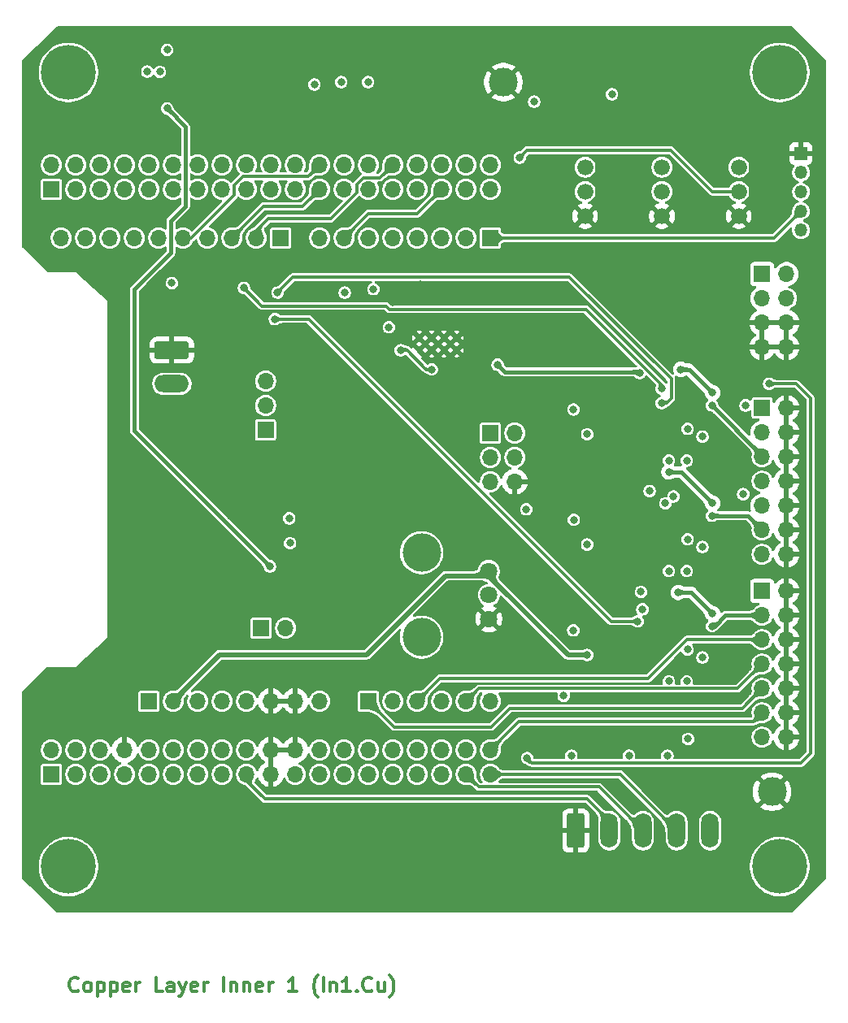
<source format=gbr>
G04 #@! TF.GenerationSoftware,KiCad,Pcbnew,9.0.3*
G04 #@! TF.CreationDate,2026-02-18T15:21:07+00:00*
G04 #@! TF.ProjectId,nevb_mtr1_c_1,6e657662-5f6d-4747-9231-5f635f312e6b,01*
G04 #@! TF.SameCoordinates,Original*
G04 #@! TF.FileFunction,Copper,L2,Inr*
G04 #@! TF.FilePolarity,Positive*
%FSLAX46Y46*%
G04 Gerber Fmt 4.6, Leading zero omitted, Abs format (unit mm)*
G04 Created by KiCad (PCBNEW 9.0.3) date 2026-02-18 15:21:07*
%MOMM*%
%LPD*%
G01*
G04 APERTURE LIST*
G04 Aperture macros list*
%AMRoundRect*
0 Rectangle with rounded corners*
0 $1 Rounding radius*
0 $2 $3 $4 $5 $6 $7 $8 $9 X,Y pos of 4 corners*
0 Add a 4 corners polygon primitive as box body*
4,1,4,$2,$3,$4,$5,$6,$7,$8,$9,$2,$3,0*
0 Add four circle primitives for the rounded corners*
1,1,$1+$1,$2,$3*
1,1,$1+$1,$4,$5*
1,1,$1+$1,$6,$7*
1,1,$1+$1,$8,$9*
0 Add four rect primitives between the rounded corners*
20,1,$1+$1,$2,$3,$4,$5,0*
20,1,$1+$1,$4,$5,$6,$7,0*
20,1,$1+$1,$6,$7,$8,$9,0*
20,1,$1+$1,$8,$9,$2,$3,0*%
G04 Aperture macros list end*
%ADD10C,0.300000*%
G04 #@! TA.AperFunction,NonConductor*
%ADD11C,0.300000*%
G04 #@! TD*
G04 #@! TA.AperFunction,ComponentPad*
%ADD12C,1.676400*%
G04 #@! TD*
G04 #@! TA.AperFunction,ComponentPad*
%ADD13C,5.700000*%
G04 #@! TD*
G04 #@! TA.AperFunction,ComponentPad*
%ADD14R,1.700000X1.700000*%
G04 #@! TD*
G04 #@! TA.AperFunction,ComponentPad*
%ADD15O,1.700000X1.700000*%
G04 #@! TD*
G04 #@! TA.AperFunction,ComponentPad*
%ADD16RoundRect,0.250000X-1.550000X0.650000X-1.550000X-0.650000X1.550000X-0.650000X1.550000X0.650000X0*%
G04 #@! TD*
G04 #@! TA.AperFunction,ComponentPad*
%ADD17O,3.600000X1.800000*%
G04 #@! TD*
G04 #@! TA.AperFunction,ComponentPad*
%ADD18C,3.000000*%
G04 #@! TD*
G04 #@! TA.AperFunction,ComponentPad*
%ADD19RoundRect,0.250000X-0.650000X-1.550000X0.650000X-1.550000X0.650000X1.550000X-0.650000X1.550000X0*%
G04 #@! TD*
G04 #@! TA.AperFunction,ComponentPad*
%ADD20O,1.800000X3.600000*%
G04 #@! TD*
G04 #@! TA.AperFunction,WasherPad*
%ADD21C,4.000000*%
G04 #@! TD*
G04 #@! TA.AperFunction,ComponentPad*
%ADD22C,1.800000*%
G04 #@! TD*
G04 #@! TA.AperFunction,HeatsinkPad*
%ADD23C,0.500000*%
G04 #@! TD*
G04 #@! TA.AperFunction,ComponentPad*
%ADD24R,1.350000X1.350000*%
G04 #@! TD*
G04 #@! TA.AperFunction,ComponentPad*
%ADD25O,1.350000X1.350000*%
G04 #@! TD*
G04 #@! TA.AperFunction,ViaPad*
%ADD26C,0.800000*%
G04 #@! TD*
G04 #@! TA.AperFunction,Conductor*
%ADD27C,0.400000*%
G04 #@! TD*
G04 #@! TA.AperFunction,Conductor*
%ADD28C,0.300000*%
G04 #@! TD*
G04 #@! TA.AperFunction,Conductor*
%ADD29C,0.500000*%
G04 #@! TD*
G04 APERTURE END LIST*
D10*
D11*
X61863653Y-136817971D02*
X61792225Y-136889400D01*
X61792225Y-136889400D02*
X61577939Y-136960828D01*
X61577939Y-136960828D02*
X61435082Y-136960828D01*
X61435082Y-136960828D02*
X61220796Y-136889400D01*
X61220796Y-136889400D02*
X61077939Y-136746542D01*
X61077939Y-136746542D02*
X61006510Y-136603685D01*
X61006510Y-136603685D02*
X60935082Y-136317971D01*
X60935082Y-136317971D02*
X60935082Y-136103685D01*
X60935082Y-136103685D02*
X61006510Y-135817971D01*
X61006510Y-135817971D02*
X61077939Y-135675114D01*
X61077939Y-135675114D02*
X61220796Y-135532257D01*
X61220796Y-135532257D02*
X61435082Y-135460828D01*
X61435082Y-135460828D02*
X61577939Y-135460828D01*
X61577939Y-135460828D02*
X61792225Y-135532257D01*
X61792225Y-135532257D02*
X61863653Y-135603685D01*
X62720796Y-136960828D02*
X62577939Y-136889400D01*
X62577939Y-136889400D02*
X62506510Y-136817971D01*
X62506510Y-136817971D02*
X62435082Y-136675114D01*
X62435082Y-136675114D02*
X62435082Y-136246542D01*
X62435082Y-136246542D02*
X62506510Y-136103685D01*
X62506510Y-136103685D02*
X62577939Y-136032257D01*
X62577939Y-136032257D02*
X62720796Y-135960828D01*
X62720796Y-135960828D02*
X62935082Y-135960828D01*
X62935082Y-135960828D02*
X63077939Y-136032257D01*
X63077939Y-136032257D02*
X63149368Y-136103685D01*
X63149368Y-136103685D02*
X63220796Y-136246542D01*
X63220796Y-136246542D02*
X63220796Y-136675114D01*
X63220796Y-136675114D02*
X63149368Y-136817971D01*
X63149368Y-136817971D02*
X63077939Y-136889400D01*
X63077939Y-136889400D02*
X62935082Y-136960828D01*
X62935082Y-136960828D02*
X62720796Y-136960828D01*
X63863653Y-135960828D02*
X63863653Y-137460828D01*
X63863653Y-136032257D02*
X64006511Y-135960828D01*
X64006511Y-135960828D02*
X64292225Y-135960828D01*
X64292225Y-135960828D02*
X64435082Y-136032257D01*
X64435082Y-136032257D02*
X64506511Y-136103685D01*
X64506511Y-136103685D02*
X64577939Y-136246542D01*
X64577939Y-136246542D02*
X64577939Y-136675114D01*
X64577939Y-136675114D02*
X64506511Y-136817971D01*
X64506511Y-136817971D02*
X64435082Y-136889400D01*
X64435082Y-136889400D02*
X64292225Y-136960828D01*
X64292225Y-136960828D02*
X64006511Y-136960828D01*
X64006511Y-136960828D02*
X63863653Y-136889400D01*
X65220796Y-135960828D02*
X65220796Y-137460828D01*
X65220796Y-136032257D02*
X65363654Y-135960828D01*
X65363654Y-135960828D02*
X65649368Y-135960828D01*
X65649368Y-135960828D02*
X65792225Y-136032257D01*
X65792225Y-136032257D02*
X65863654Y-136103685D01*
X65863654Y-136103685D02*
X65935082Y-136246542D01*
X65935082Y-136246542D02*
X65935082Y-136675114D01*
X65935082Y-136675114D02*
X65863654Y-136817971D01*
X65863654Y-136817971D02*
X65792225Y-136889400D01*
X65792225Y-136889400D02*
X65649368Y-136960828D01*
X65649368Y-136960828D02*
X65363654Y-136960828D01*
X65363654Y-136960828D02*
X65220796Y-136889400D01*
X67149368Y-136889400D02*
X67006511Y-136960828D01*
X67006511Y-136960828D02*
X66720797Y-136960828D01*
X66720797Y-136960828D02*
X66577939Y-136889400D01*
X66577939Y-136889400D02*
X66506511Y-136746542D01*
X66506511Y-136746542D02*
X66506511Y-136175114D01*
X66506511Y-136175114D02*
X66577939Y-136032257D01*
X66577939Y-136032257D02*
X66720797Y-135960828D01*
X66720797Y-135960828D02*
X67006511Y-135960828D01*
X67006511Y-135960828D02*
X67149368Y-136032257D01*
X67149368Y-136032257D02*
X67220797Y-136175114D01*
X67220797Y-136175114D02*
X67220797Y-136317971D01*
X67220797Y-136317971D02*
X66506511Y-136460828D01*
X67863653Y-136960828D02*
X67863653Y-135960828D01*
X67863653Y-136246542D02*
X67935082Y-136103685D01*
X67935082Y-136103685D02*
X68006511Y-136032257D01*
X68006511Y-136032257D02*
X68149368Y-135960828D01*
X68149368Y-135960828D02*
X68292225Y-135960828D01*
X70649367Y-136960828D02*
X69935081Y-136960828D01*
X69935081Y-136960828D02*
X69935081Y-135460828D01*
X71792225Y-136960828D02*
X71792225Y-136175114D01*
X71792225Y-136175114D02*
X71720796Y-136032257D01*
X71720796Y-136032257D02*
X71577939Y-135960828D01*
X71577939Y-135960828D02*
X71292225Y-135960828D01*
X71292225Y-135960828D02*
X71149367Y-136032257D01*
X71792225Y-136889400D02*
X71649367Y-136960828D01*
X71649367Y-136960828D02*
X71292225Y-136960828D01*
X71292225Y-136960828D02*
X71149367Y-136889400D01*
X71149367Y-136889400D02*
X71077939Y-136746542D01*
X71077939Y-136746542D02*
X71077939Y-136603685D01*
X71077939Y-136603685D02*
X71149367Y-136460828D01*
X71149367Y-136460828D02*
X71292225Y-136389400D01*
X71292225Y-136389400D02*
X71649367Y-136389400D01*
X71649367Y-136389400D02*
X71792225Y-136317971D01*
X72363653Y-135960828D02*
X72720796Y-136960828D01*
X73077939Y-135960828D02*
X72720796Y-136960828D01*
X72720796Y-136960828D02*
X72577939Y-137317971D01*
X72577939Y-137317971D02*
X72506510Y-137389400D01*
X72506510Y-137389400D02*
X72363653Y-137460828D01*
X74220796Y-136889400D02*
X74077939Y-136960828D01*
X74077939Y-136960828D02*
X73792225Y-136960828D01*
X73792225Y-136960828D02*
X73649367Y-136889400D01*
X73649367Y-136889400D02*
X73577939Y-136746542D01*
X73577939Y-136746542D02*
X73577939Y-136175114D01*
X73577939Y-136175114D02*
X73649367Y-136032257D01*
X73649367Y-136032257D02*
X73792225Y-135960828D01*
X73792225Y-135960828D02*
X74077939Y-135960828D01*
X74077939Y-135960828D02*
X74220796Y-136032257D01*
X74220796Y-136032257D02*
X74292225Y-136175114D01*
X74292225Y-136175114D02*
X74292225Y-136317971D01*
X74292225Y-136317971D02*
X73577939Y-136460828D01*
X74935081Y-136960828D02*
X74935081Y-135960828D01*
X74935081Y-136246542D02*
X75006510Y-136103685D01*
X75006510Y-136103685D02*
X75077939Y-136032257D01*
X75077939Y-136032257D02*
X75220796Y-135960828D01*
X75220796Y-135960828D02*
X75363653Y-135960828D01*
X77006509Y-136960828D02*
X77006509Y-135460828D01*
X77720795Y-135960828D02*
X77720795Y-136960828D01*
X77720795Y-136103685D02*
X77792224Y-136032257D01*
X77792224Y-136032257D02*
X77935081Y-135960828D01*
X77935081Y-135960828D02*
X78149367Y-135960828D01*
X78149367Y-135960828D02*
X78292224Y-136032257D01*
X78292224Y-136032257D02*
X78363653Y-136175114D01*
X78363653Y-136175114D02*
X78363653Y-136960828D01*
X79077938Y-135960828D02*
X79077938Y-136960828D01*
X79077938Y-136103685D02*
X79149367Y-136032257D01*
X79149367Y-136032257D02*
X79292224Y-135960828D01*
X79292224Y-135960828D02*
X79506510Y-135960828D01*
X79506510Y-135960828D02*
X79649367Y-136032257D01*
X79649367Y-136032257D02*
X79720796Y-136175114D01*
X79720796Y-136175114D02*
X79720796Y-136960828D01*
X81006510Y-136889400D02*
X80863653Y-136960828D01*
X80863653Y-136960828D02*
X80577939Y-136960828D01*
X80577939Y-136960828D02*
X80435081Y-136889400D01*
X80435081Y-136889400D02*
X80363653Y-136746542D01*
X80363653Y-136746542D02*
X80363653Y-136175114D01*
X80363653Y-136175114D02*
X80435081Y-136032257D01*
X80435081Y-136032257D02*
X80577939Y-135960828D01*
X80577939Y-135960828D02*
X80863653Y-135960828D01*
X80863653Y-135960828D02*
X81006510Y-136032257D01*
X81006510Y-136032257D02*
X81077939Y-136175114D01*
X81077939Y-136175114D02*
X81077939Y-136317971D01*
X81077939Y-136317971D02*
X80363653Y-136460828D01*
X81720795Y-136960828D02*
X81720795Y-135960828D01*
X81720795Y-136246542D02*
X81792224Y-136103685D01*
X81792224Y-136103685D02*
X81863653Y-136032257D01*
X81863653Y-136032257D02*
X82006510Y-135960828D01*
X82006510Y-135960828D02*
X82149367Y-135960828D01*
X84577938Y-136960828D02*
X83720795Y-136960828D01*
X84149366Y-136960828D02*
X84149366Y-135460828D01*
X84149366Y-135460828D02*
X84006509Y-135675114D01*
X84006509Y-135675114D02*
X83863652Y-135817971D01*
X83863652Y-135817971D02*
X83720795Y-135889400D01*
X86792223Y-137532257D02*
X86720794Y-137460828D01*
X86720794Y-137460828D02*
X86577937Y-137246542D01*
X86577937Y-137246542D02*
X86506509Y-137103685D01*
X86506509Y-137103685D02*
X86435080Y-136889400D01*
X86435080Y-136889400D02*
X86363651Y-136532257D01*
X86363651Y-136532257D02*
X86363651Y-136246542D01*
X86363651Y-136246542D02*
X86435080Y-135889400D01*
X86435080Y-135889400D02*
X86506509Y-135675114D01*
X86506509Y-135675114D02*
X86577937Y-135532257D01*
X86577937Y-135532257D02*
X86720794Y-135317971D01*
X86720794Y-135317971D02*
X86792223Y-135246542D01*
X87363651Y-136960828D02*
X87363651Y-135460828D01*
X88077937Y-135960828D02*
X88077937Y-136960828D01*
X88077937Y-136103685D02*
X88149366Y-136032257D01*
X88149366Y-136032257D02*
X88292223Y-135960828D01*
X88292223Y-135960828D02*
X88506509Y-135960828D01*
X88506509Y-135960828D02*
X88649366Y-136032257D01*
X88649366Y-136032257D02*
X88720795Y-136175114D01*
X88720795Y-136175114D02*
X88720795Y-136960828D01*
X90220795Y-136960828D02*
X89363652Y-136960828D01*
X89792223Y-136960828D02*
X89792223Y-135460828D01*
X89792223Y-135460828D02*
X89649366Y-135675114D01*
X89649366Y-135675114D02*
X89506509Y-135817971D01*
X89506509Y-135817971D02*
X89363652Y-135889400D01*
X90863651Y-136817971D02*
X90935080Y-136889400D01*
X90935080Y-136889400D02*
X90863651Y-136960828D01*
X90863651Y-136960828D02*
X90792223Y-136889400D01*
X90792223Y-136889400D02*
X90863651Y-136817971D01*
X90863651Y-136817971D02*
X90863651Y-136960828D01*
X92435080Y-136817971D02*
X92363652Y-136889400D01*
X92363652Y-136889400D02*
X92149366Y-136960828D01*
X92149366Y-136960828D02*
X92006509Y-136960828D01*
X92006509Y-136960828D02*
X91792223Y-136889400D01*
X91792223Y-136889400D02*
X91649366Y-136746542D01*
X91649366Y-136746542D02*
X91577937Y-136603685D01*
X91577937Y-136603685D02*
X91506509Y-136317971D01*
X91506509Y-136317971D02*
X91506509Y-136103685D01*
X91506509Y-136103685D02*
X91577937Y-135817971D01*
X91577937Y-135817971D02*
X91649366Y-135675114D01*
X91649366Y-135675114D02*
X91792223Y-135532257D01*
X91792223Y-135532257D02*
X92006509Y-135460828D01*
X92006509Y-135460828D02*
X92149366Y-135460828D01*
X92149366Y-135460828D02*
X92363652Y-135532257D01*
X92363652Y-135532257D02*
X92435080Y-135603685D01*
X93720795Y-135960828D02*
X93720795Y-136960828D01*
X93077937Y-135960828D02*
X93077937Y-136746542D01*
X93077937Y-136746542D02*
X93149366Y-136889400D01*
X93149366Y-136889400D02*
X93292223Y-136960828D01*
X93292223Y-136960828D02*
X93506509Y-136960828D01*
X93506509Y-136960828D02*
X93649366Y-136889400D01*
X93649366Y-136889400D02*
X93720795Y-136817971D01*
X94292223Y-137532257D02*
X94363652Y-137460828D01*
X94363652Y-137460828D02*
X94506509Y-137246542D01*
X94506509Y-137246542D02*
X94577938Y-137103685D01*
X94577938Y-137103685D02*
X94649366Y-136889400D01*
X94649366Y-136889400D02*
X94720795Y-136532257D01*
X94720795Y-136532257D02*
X94720795Y-136246542D01*
X94720795Y-136246542D02*
X94649366Y-135889400D01*
X94649366Y-135889400D02*
X94577938Y-135675114D01*
X94577938Y-135675114D02*
X94506509Y-135532257D01*
X94506509Y-135532257D02*
X94363652Y-135317971D01*
X94363652Y-135317971D02*
X94292223Y-135246542D01*
D12*
X122634000Y-56134000D03*
X122634000Y-53594000D03*
X122634000Y-51054000D03*
X114633000Y-56134000D03*
X114633000Y-53594000D03*
X114633000Y-51054000D03*
X130635000Y-56134000D03*
X130635000Y-53594000D03*
X130635000Y-51054000D03*
D13*
X60833000Y-41180000D03*
D14*
X82931000Y-58420000D03*
D15*
X80391000Y-58420000D03*
X77851000Y-58420000D03*
X75311000Y-58420000D03*
X72771000Y-58420000D03*
X70231000Y-58420000D03*
X67691000Y-58420000D03*
X65151000Y-58420000D03*
X62611000Y-58420000D03*
X60071000Y-58420000D03*
D13*
X60833000Y-123920000D03*
D16*
X71604000Y-70114000D03*
D17*
X71604000Y-73614000D03*
D18*
X106121000Y-42180000D03*
D19*
X113659000Y-120181500D03*
D20*
X117159000Y-120181500D03*
X120659000Y-120181500D03*
X124159000Y-120181500D03*
X127659000Y-120181500D03*
D14*
X133073000Y-76146000D03*
D15*
X135613000Y-76146000D03*
X133073000Y-78686000D03*
X135613000Y-78686000D03*
X133073000Y-81226000D03*
X135613000Y-81226000D03*
X133073000Y-83766000D03*
X135613000Y-83766000D03*
X133073000Y-86306000D03*
X135613000Y-86306000D03*
X133073000Y-88846000D03*
X135613000Y-88846000D03*
X133073000Y-91386000D03*
X135613000Y-91386000D03*
D21*
X97604000Y-100014000D03*
X97604000Y-91214000D03*
D22*
X104604000Y-93114000D03*
X104604000Y-95614000D03*
X104604000Y-98114000D03*
D14*
X104775000Y-58420000D03*
D15*
X102235000Y-58420000D03*
X99695000Y-58420000D03*
X97155000Y-58420000D03*
X94615000Y-58420000D03*
X92075000Y-58420000D03*
X89535000Y-58420000D03*
X86995000Y-58420000D03*
D13*
X134897000Y-41180000D03*
X134897000Y-123920000D03*
D14*
X69215000Y-106680000D03*
D15*
X71755000Y-106680000D03*
X74295000Y-106680000D03*
X76835000Y-106680000D03*
X79375000Y-106680000D03*
X81915000Y-106680000D03*
X84455000Y-106680000D03*
X86995000Y-106680000D03*
D18*
X134104000Y-116114000D03*
D23*
X101254000Y-68814000D03*
X99954000Y-68814000D03*
X98654000Y-68814000D03*
X97354000Y-68814000D03*
X101254000Y-70114000D03*
X99954000Y-70114000D03*
X98654000Y-70114000D03*
X97354000Y-70114000D03*
D14*
X92075000Y-106680000D03*
D15*
X94615000Y-106680000D03*
X97155000Y-106680000D03*
X99695000Y-106680000D03*
X102235000Y-106680000D03*
X104775000Y-106680000D03*
D14*
X80899000Y-99060000D03*
D15*
X83439000Y-99060000D03*
D14*
X133073000Y-62176000D03*
D15*
X135613000Y-62176000D03*
X133073000Y-64716000D03*
X135613000Y-64716000D03*
X133073000Y-67256000D03*
X135613000Y-67256000D03*
X133073000Y-69796000D03*
X135613000Y-69796000D03*
D14*
X133073000Y-95196000D03*
D15*
X135613000Y-95196000D03*
X133073000Y-97736000D03*
X135613000Y-97736000D03*
X133073000Y-100276000D03*
X135613000Y-100276000D03*
X133073000Y-102816000D03*
X135613000Y-102816000D03*
X133073000Y-105356000D03*
X135613000Y-105356000D03*
X133073000Y-107896000D03*
X135613000Y-107896000D03*
X133073000Y-110436000D03*
X135613000Y-110436000D03*
D14*
X81354000Y-78419000D03*
D15*
X81354000Y-75879000D03*
X81354000Y-73339000D03*
D14*
X59055000Y-53340000D03*
D15*
X59055000Y-50800000D03*
X61595000Y-53340000D03*
X61595000Y-50800000D03*
X64135000Y-53340000D03*
X64135000Y-50800000D03*
X66675000Y-53340000D03*
X66675000Y-50800000D03*
X69215000Y-53340000D03*
X69215000Y-50800000D03*
X71755000Y-53340000D03*
X71755000Y-50800000D03*
X74295000Y-53340000D03*
X74295000Y-50800000D03*
X76835000Y-53340000D03*
X76835000Y-50800000D03*
X79375000Y-53340000D03*
X79375000Y-50800000D03*
X81915000Y-53340000D03*
X81915000Y-50800000D03*
X84455000Y-53340000D03*
X84455000Y-50800000D03*
X86995000Y-53340000D03*
X86995000Y-50800000D03*
X89535000Y-53340000D03*
X89535000Y-50800000D03*
X92075000Y-53340000D03*
X92075000Y-50800000D03*
X94615000Y-53340000D03*
X94615000Y-50800000D03*
X97155000Y-53340000D03*
X97155000Y-50800000D03*
X99695000Y-53340000D03*
X99695000Y-50800000D03*
X102235000Y-53340000D03*
X102235000Y-50800000D03*
X104775000Y-53340000D03*
X104775000Y-50800000D03*
D14*
X59055000Y-114300000D03*
D15*
X59055000Y-111760000D03*
X61595000Y-114300000D03*
X61595000Y-111760000D03*
X64135000Y-114300000D03*
X64135000Y-111760000D03*
X66675000Y-114300000D03*
X66675000Y-111760000D03*
X69215000Y-114300000D03*
X69215000Y-111760000D03*
X71755000Y-114300000D03*
X71755000Y-111760000D03*
X74295000Y-114300000D03*
X74295000Y-111760000D03*
X76835000Y-114300000D03*
X76835000Y-111760000D03*
X79375000Y-114300000D03*
X79375000Y-111760000D03*
X81915000Y-114300000D03*
X81915000Y-111760000D03*
X84455000Y-114300000D03*
X84455000Y-111760000D03*
X86995000Y-114300000D03*
X86995000Y-111760000D03*
X89535000Y-114300000D03*
X89535000Y-111760000D03*
X92075000Y-114300000D03*
X92075000Y-111760000D03*
X94615000Y-114300000D03*
X94615000Y-111760000D03*
X97155000Y-114300000D03*
X97155000Y-111760000D03*
X99695000Y-114300000D03*
X99695000Y-111760000D03*
X102235000Y-114300000D03*
X102235000Y-111760000D03*
X104775000Y-114300000D03*
X104775000Y-111760000D03*
D24*
X137104000Y-49614000D03*
D25*
X137104000Y-51614000D03*
X137104000Y-53614000D03*
X137104000Y-55614000D03*
X137104000Y-57614000D03*
D14*
X104775000Y-78740000D03*
D15*
X107315000Y-78740000D03*
X104775000Y-81280000D03*
X107315000Y-81280000D03*
X104775000Y-83820000D03*
X107315000Y-83820000D03*
D26*
X131354000Y-75864000D03*
X123354000Y-93114000D03*
X125304000Y-78314000D03*
X125215877Y-81618247D03*
X126854000Y-90614000D03*
X131104000Y-85114000D03*
X125215877Y-104618247D03*
X125215877Y-93118247D03*
X83823764Y-87627909D03*
X126854000Y-79114000D03*
X126854000Y-102114000D03*
X83909499Y-90217119D03*
X125304000Y-89814000D03*
X94204000Y-67714000D03*
X125304000Y-101314000D03*
X123354000Y-104614000D03*
X123354000Y-81614000D03*
X90854000Y-60114000D03*
X87801000Y-40715000D03*
X113193339Y-110824661D03*
X118277734Y-41432000D03*
X84981000Y-40715000D03*
X126950425Y-81135756D03*
X90004212Y-74256659D03*
X118114939Y-88720086D03*
X122854000Y-88614000D03*
X122854000Y-100114000D03*
X82076217Y-87169597D03*
X117604000Y-91364000D03*
X118114939Y-100220086D03*
X82161000Y-40715000D03*
X93640167Y-61628239D03*
X118114939Y-77220086D03*
X87354000Y-60114000D03*
X109347000Y-69850000D03*
X112854000Y-74364000D03*
X112648875Y-97388645D03*
X75104000Y-61114000D03*
X121354000Y-110864000D03*
X90595000Y-40715000D03*
X120554000Y-80364000D03*
X117354000Y-110839000D03*
X117604000Y-79864000D03*
X111379000Y-68326000D03*
X73660000Y-44720000D03*
X97517000Y-64262000D03*
X93389000Y-40715000D03*
X86194212Y-74256659D03*
X110253823Y-110594905D03*
X122854000Y-77114000D03*
X79341000Y-40715000D03*
X94604000Y-65114000D03*
X116354000Y-93364000D03*
X72854000Y-61114000D03*
X113411000Y-66802000D03*
X87464212Y-74256659D03*
X65484000Y-41084000D03*
X126950425Y-104135756D03*
X113411000Y-69850000D03*
X66424000Y-41094000D03*
X83854000Y-60114000D03*
X71074000Y-92176500D03*
X110191885Y-41649500D03*
X103975756Y-74387165D03*
X76521000Y-40715000D03*
X106045000Y-68326000D03*
X82104000Y-60114000D03*
X117604000Y-102864000D03*
X126950425Y-92635756D03*
X109347000Y-68326000D03*
X120554000Y-91864000D03*
X97517000Y-63246000D03*
X106045000Y-69850000D03*
X116354000Y-81864000D03*
X115443000Y-68326000D03*
X112854000Y-85864000D03*
X80825081Y-88005955D03*
X120554000Y-103364000D03*
X88734212Y-74256659D03*
X71104000Y-44904000D03*
X81811500Y-92628864D03*
X107823000Y-50038000D03*
X133804000Y-73614000D03*
X108604000Y-112614000D03*
X71104000Y-38814000D03*
X92028500Y-42180000D03*
X114854000Y-101864000D03*
X125354000Y-110614000D03*
X114854000Y-90364000D03*
X114854000Y-78864000D03*
X89234500Y-42180000D03*
X70354000Y-41104000D03*
X69047000Y-41067000D03*
X86440500Y-42434000D03*
X120304000Y-72492002D03*
X121354000Y-84784175D03*
X105519066Y-71624837D03*
X120453662Y-95289872D03*
X79104000Y-63614000D03*
X122604000Y-74114000D03*
X82604000Y-64114000D03*
X122604000Y-75614000D03*
X89604000Y-64114000D03*
X120604000Y-97114000D03*
X120121496Y-98364000D03*
X82312578Y-66877220D03*
X71604000Y-63114000D03*
X122990631Y-86068676D03*
X92592251Y-63748842D03*
X123847020Y-85355190D03*
X95427588Y-70114000D03*
X98669000Y-72114000D03*
X113455766Y-87775189D03*
X113431736Y-76292886D03*
X113408357Y-99303634D03*
X109331000Y-44212000D03*
X117427000Y-43450000D03*
X127914000Y-74554000D03*
X124604000Y-72114000D03*
X124325056Y-95351893D03*
X127914000Y-97554000D03*
X127914000Y-86054000D03*
X123354000Y-82814003D03*
X112404000Y-106114000D03*
X123204000Y-112364000D03*
X108514339Y-86692415D03*
X119204000Y-112364000D03*
X113204000Y-112364000D03*
X127854000Y-87364000D03*
X127854000Y-75864000D03*
X127854000Y-98864000D03*
D27*
X67691000Y-63768884D02*
X71521000Y-59938884D01*
X71521000Y-56622000D02*
X73025000Y-55118000D01*
X81811500Y-92628864D02*
X67691000Y-78508364D01*
X73025000Y-55118000D02*
X73025000Y-46825000D01*
X67691000Y-78508364D02*
X67691000Y-63768884D01*
X73025000Y-46825000D02*
X71104000Y-44904000D01*
X71521000Y-59938884D02*
X71521000Y-56622000D01*
D28*
X127889000Y-53594000D02*
X130635000Y-53594000D01*
X107823000Y-50038000D02*
X108585000Y-49276000D01*
X123571000Y-49276000D02*
X127889000Y-53594000D01*
X108585000Y-49276000D02*
X123571000Y-49276000D01*
X109104000Y-113114000D02*
X108604000Y-112614000D01*
X136604000Y-73614000D02*
X138104000Y-75114000D01*
X138104000Y-75114000D02*
X138104000Y-112114000D01*
X133804000Y-73614000D02*
X136604000Y-73614000D01*
X137104000Y-113114000D02*
X109104000Y-113114000D01*
X138104000Y-112114000D02*
X137104000Y-113114000D01*
D29*
X112854000Y-101864000D02*
X104604000Y-93614000D01*
X76571000Y-101864000D02*
X71755000Y-106680000D01*
X104604000Y-93614000D02*
X100104000Y-93614000D01*
X91854000Y-101864000D02*
X76571000Y-101864000D01*
X114854000Y-101864000D02*
X112854000Y-101864000D01*
X100104000Y-93614000D02*
X91854000Y-101864000D01*
D27*
X120175998Y-72364000D02*
X120304000Y-72492002D01*
X105519066Y-71624837D02*
X106258229Y-72364000D01*
X106258229Y-72364000D02*
X120175998Y-72364000D01*
D28*
X93943339Y-65514000D02*
X81004000Y-65514000D01*
X122604000Y-74114000D02*
X122604000Y-73731341D01*
X122604000Y-73731341D02*
X114736659Y-65864000D01*
X81004000Y-65514000D02*
X79104000Y-63614000D01*
X114736659Y-65864000D02*
X94293339Y-65864000D01*
X94293339Y-65864000D02*
X93943339Y-65514000D01*
X84222000Y-62496000D02*
X112986000Y-62496000D01*
X123604000Y-73114000D02*
X123604000Y-75114000D01*
X82604000Y-64114000D02*
X84222000Y-62496000D01*
X123104000Y-75614000D02*
X122604000Y-75614000D01*
X112986000Y-62496000D02*
X123604000Y-73114000D01*
X123604000Y-75114000D02*
X123104000Y-75614000D01*
X120121496Y-98364000D02*
X117354000Y-98364000D01*
X85867220Y-66877220D02*
X82312578Y-66877220D01*
X117354000Y-98364000D02*
X85867220Y-66877220D01*
X95427588Y-70114000D02*
X96104000Y-70114000D01*
X98104000Y-72114000D02*
X98669000Y-72114000D01*
X96104000Y-70114000D02*
X98104000Y-72114000D01*
X137104000Y-55614000D02*
X134298000Y-58420000D01*
X134298000Y-58420000D02*
X104775000Y-58420000D01*
D27*
X124604000Y-72114000D02*
X125474000Y-72114000D01*
X125474000Y-72114000D02*
X127914000Y-74554000D01*
X124325056Y-95351893D02*
X125711893Y-95351893D01*
X125711893Y-95351893D02*
X127914000Y-97554000D01*
X124674003Y-82814003D02*
X127914000Y-86054000D01*
X123354000Y-82814003D02*
X124674003Y-82814003D01*
D28*
X104775000Y-114300000D02*
X118277500Y-114300000D01*
X118277500Y-114300000D02*
X124159000Y-120181500D01*
X102235000Y-114300000D02*
X103549000Y-115614000D01*
X116091500Y-115614000D02*
X120659000Y-120181500D01*
X103549000Y-115614000D02*
X116091500Y-115614000D01*
X114854000Y-116864000D02*
X117159000Y-119169000D01*
X79375000Y-114967500D02*
X81271500Y-116864000D01*
X81271500Y-116864000D02*
X114854000Y-116864000D01*
X79375000Y-114300000D02*
X79375000Y-114967500D01*
X117159000Y-119169000D02*
X117159000Y-120181500D01*
X133073000Y-107896000D02*
X132155000Y-108814000D01*
X132155000Y-108814000D02*
X107721000Y-108814000D01*
X107721000Y-108814000D02*
X104775000Y-111760000D01*
X103551000Y-105364000D02*
X124900969Y-105364000D01*
X130520753Y-105368247D02*
X133073000Y-102816000D01*
X124905216Y-105368247D02*
X130520753Y-105368247D01*
X102235000Y-106680000D02*
X103551000Y-105364000D01*
X124900969Y-105364000D02*
X124905216Y-105368247D01*
X131015000Y-107414000D02*
X106804000Y-107414000D01*
X106804000Y-107414000D02*
X104854000Y-109364000D01*
X133073000Y-105356000D02*
X131015000Y-107414000D01*
X94759000Y-109364000D02*
X92075000Y-106680000D01*
X104854000Y-109364000D02*
X94759000Y-109364000D01*
X125242000Y-100276000D02*
X121214661Y-104303339D01*
X99531661Y-104303339D02*
X97155000Y-106680000D01*
X133073000Y-100276000D02*
X125242000Y-100276000D01*
X121214661Y-104303339D02*
X99531661Y-104303339D01*
X79017943Y-52000000D02*
X78105000Y-52912943D01*
X86995000Y-50800000D02*
X85795000Y-52000000D01*
X78105000Y-52912943D02*
X78105000Y-53928943D01*
X78105000Y-53928943D02*
X73613943Y-58420000D01*
X73613943Y-58420000D02*
X72771000Y-58420000D01*
X85795000Y-52000000D02*
X79017943Y-52000000D01*
X81661000Y-56388000D02*
X80391000Y-57658000D01*
X80391000Y-57658000D02*
X80391000Y-58420000D01*
X93275000Y-52140000D02*
X91577943Y-52140000D01*
X91577943Y-52140000D02*
X90875000Y-52842943D01*
X90875000Y-53697057D02*
X88184057Y-56388000D01*
X88184057Y-56388000D02*
X81661000Y-56388000D01*
X94615000Y-50800000D02*
X93275000Y-52140000D01*
X90875000Y-52842943D02*
X90875000Y-53697057D01*
X81153000Y-55118000D02*
X77851000Y-58420000D01*
X85217000Y-55118000D02*
X81153000Y-55118000D01*
X86995000Y-53340000D02*
X85217000Y-55118000D01*
X97155000Y-55880000D02*
X92075000Y-55880000D01*
X99695000Y-53340000D02*
X97155000Y-55880000D01*
X92075000Y-55880000D02*
X89535000Y-58420000D01*
D27*
X131591000Y-87364000D02*
X133073000Y-88846000D01*
X127854000Y-87364000D02*
X131591000Y-87364000D01*
X133073000Y-81083000D02*
X133073000Y-81226000D01*
X127854000Y-75864000D02*
X127854000Y-76007000D01*
X127854000Y-75864000D02*
X133073000Y-81083000D01*
X129263000Y-97736000D02*
X133073000Y-97736000D01*
X127854000Y-98864000D02*
X128135000Y-98864000D01*
X128135000Y-98864000D02*
X129263000Y-97736000D01*
G04 #@! TA.AperFunction,Conductor*
G36*
X82165000Y-113866988D02*
G01*
X82107993Y-113834075D01*
X81980826Y-113800000D01*
X81849174Y-113800000D01*
X81722007Y-113834075D01*
X81665000Y-113866988D01*
X81665000Y-112193012D01*
X81722007Y-112225925D01*
X81849174Y-112260000D01*
X81980826Y-112260000D01*
X82107993Y-112225925D01*
X82165000Y-112193012D01*
X82165000Y-113866988D01*
G37*
G04 #@! TD.AperFunction*
G04 #@! TA.AperFunction,Conductor*
G36*
X83989075Y-111567007D02*
G01*
X83955000Y-111694174D01*
X83955000Y-111825826D01*
X83989075Y-111952993D01*
X84021988Y-112010000D01*
X82348012Y-112010000D01*
X82380925Y-111952993D01*
X82415000Y-111825826D01*
X82415000Y-111694174D01*
X82380925Y-111567007D01*
X82348012Y-111510000D01*
X84021988Y-111510000D01*
X83989075Y-111567007D01*
G37*
G04 #@! TD.AperFunction*
G04 #@! TA.AperFunction,Conductor*
G36*
X135863000Y-110002988D02*
G01*
X135805993Y-109970075D01*
X135678826Y-109936000D01*
X135547174Y-109936000D01*
X135420007Y-109970075D01*
X135363000Y-110002988D01*
X135363000Y-108329012D01*
X135420007Y-108361925D01*
X135547174Y-108396000D01*
X135678826Y-108396000D01*
X135805993Y-108361925D01*
X135863000Y-108329012D01*
X135863000Y-110002988D01*
G37*
G04 #@! TD.AperFunction*
G04 #@! TA.AperFunction,Conductor*
G36*
X135863000Y-107462988D02*
G01*
X135805993Y-107430075D01*
X135678826Y-107396000D01*
X135547174Y-107396000D01*
X135420007Y-107430075D01*
X135363000Y-107462988D01*
X135363000Y-105789012D01*
X135420007Y-105821925D01*
X135547174Y-105856000D01*
X135678826Y-105856000D01*
X135805993Y-105821925D01*
X135863000Y-105789012D01*
X135863000Y-107462988D01*
G37*
G04 #@! TD.AperFunction*
G04 #@! TA.AperFunction,Conductor*
G36*
X135863000Y-104922988D02*
G01*
X135805993Y-104890075D01*
X135678826Y-104856000D01*
X135547174Y-104856000D01*
X135420007Y-104890075D01*
X135363000Y-104922988D01*
X135363000Y-103249012D01*
X135420007Y-103281925D01*
X135547174Y-103316000D01*
X135678826Y-103316000D01*
X135805993Y-103281925D01*
X135863000Y-103249012D01*
X135863000Y-104922988D01*
G37*
G04 #@! TD.AperFunction*
G04 #@! TA.AperFunction,Conductor*
G36*
X135863000Y-102382988D02*
G01*
X135805993Y-102350075D01*
X135678826Y-102316000D01*
X135547174Y-102316000D01*
X135420007Y-102350075D01*
X135363000Y-102382988D01*
X135363000Y-100709012D01*
X135420007Y-100741925D01*
X135547174Y-100776000D01*
X135678826Y-100776000D01*
X135805993Y-100741925D01*
X135863000Y-100709012D01*
X135863000Y-102382988D01*
G37*
G04 #@! TD.AperFunction*
G04 #@! TA.AperFunction,Conductor*
G36*
X135863000Y-99842988D02*
G01*
X135805993Y-99810075D01*
X135678826Y-99776000D01*
X135547174Y-99776000D01*
X135420007Y-99810075D01*
X135363000Y-99842988D01*
X135363000Y-98169012D01*
X135420007Y-98201925D01*
X135547174Y-98236000D01*
X135678826Y-98236000D01*
X135805993Y-98201925D01*
X135863000Y-98169012D01*
X135863000Y-99842988D01*
G37*
G04 #@! TD.AperFunction*
G04 #@! TA.AperFunction,Conductor*
G36*
X135863000Y-97302988D02*
G01*
X135805993Y-97270075D01*
X135678826Y-97236000D01*
X135547174Y-97236000D01*
X135420007Y-97270075D01*
X135363000Y-97302988D01*
X135363000Y-95629012D01*
X135420007Y-95661925D01*
X135547174Y-95696000D01*
X135678826Y-95696000D01*
X135805993Y-95661925D01*
X135863000Y-95629012D01*
X135863000Y-97302988D01*
G37*
G04 #@! TD.AperFunction*
G04 #@! TA.AperFunction,Conductor*
G36*
X83989075Y-106487007D02*
G01*
X83955000Y-106614174D01*
X83955000Y-106745826D01*
X83989075Y-106872993D01*
X84021988Y-106930000D01*
X82348012Y-106930000D01*
X82380925Y-106872993D01*
X82415000Y-106745826D01*
X82415000Y-106614174D01*
X82380925Y-106487007D01*
X82348012Y-106430000D01*
X84021988Y-106430000D01*
X83989075Y-106487007D01*
G37*
G04 #@! TD.AperFunction*
G04 #@! TA.AperFunction,Conductor*
G36*
X135863000Y-90952988D02*
G01*
X135805993Y-90920075D01*
X135678826Y-90886000D01*
X135547174Y-90886000D01*
X135420007Y-90920075D01*
X135363000Y-90952988D01*
X135363000Y-89279012D01*
X135420007Y-89311925D01*
X135547174Y-89346000D01*
X135678826Y-89346000D01*
X135805993Y-89311925D01*
X135863000Y-89279012D01*
X135863000Y-90952988D01*
G37*
G04 #@! TD.AperFunction*
G04 #@! TA.AperFunction,Conductor*
G36*
X135863000Y-88412988D02*
G01*
X135805993Y-88380075D01*
X135678826Y-88346000D01*
X135547174Y-88346000D01*
X135420007Y-88380075D01*
X135363000Y-88412988D01*
X135363000Y-86739012D01*
X135420007Y-86771925D01*
X135547174Y-86806000D01*
X135678826Y-86806000D01*
X135805993Y-86771925D01*
X135863000Y-86739012D01*
X135863000Y-88412988D01*
G37*
G04 #@! TD.AperFunction*
G04 #@! TA.AperFunction,Conductor*
G36*
X135863000Y-85872988D02*
G01*
X135805993Y-85840075D01*
X135678826Y-85806000D01*
X135547174Y-85806000D01*
X135420007Y-85840075D01*
X135363000Y-85872988D01*
X135363000Y-84199012D01*
X135420007Y-84231925D01*
X135547174Y-84266000D01*
X135678826Y-84266000D01*
X135805993Y-84231925D01*
X135863000Y-84199012D01*
X135863000Y-85872988D01*
G37*
G04 #@! TD.AperFunction*
G04 #@! TA.AperFunction,Conductor*
G36*
X135863000Y-83332988D02*
G01*
X135805993Y-83300075D01*
X135678826Y-83266000D01*
X135547174Y-83266000D01*
X135420007Y-83300075D01*
X135363000Y-83332988D01*
X135363000Y-81659012D01*
X135420007Y-81691925D01*
X135547174Y-81726000D01*
X135678826Y-81726000D01*
X135805993Y-81691925D01*
X135863000Y-81659012D01*
X135863000Y-83332988D01*
G37*
G04 #@! TD.AperFunction*
G04 #@! TA.AperFunction,Conductor*
G36*
X135863000Y-80792988D02*
G01*
X135805993Y-80760075D01*
X135678826Y-80726000D01*
X135547174Y-80726000D01*
X135420007Y-80760075D01*
X135363000Y-80792988D01*
X135363000Y-79119012D01*
X135420007Y-79151925D01*
X135547174Y-79186000D01*
X135678826Y-79186000D01*
X135805993Y-79151925D01*
X135863000Y-79119012D01*
X135863000Y-80792988D01*
G37*
G04 #@! TD.AperFunction*
G04 #@! TA.AperFunction,Conductor*
G36*
X135863000Y-78252988D02*
G01*
X135805993Y-78220075D01*
X135678826Y-78186000D01*
X135547174Y-78186000D01*
X135420007Y-78220075D01*
X135363000Y-78252988D01*
X135363000Y-76579012D01*
X135420007Y-76611925D01*
X135547174Y-76646000D01*
X135678826Y-76646000D01*
X135805993Y-76611925D01*
X135863000Y-76579012D01*
X135863000Y-78252988D01*
G37*
G04 #@! TD.AperFunction*
G04 #@! TA.AperFunction,Conductor*
G36*
X135147075Y-69603007D02*
G01*
X135113000Y-69730174D01*
X135113000Y-69861826D01*
X135147075Y-69988993D01*
X135179988Y-70046000D01*
X133506012Y-70046000D01*
X133538925Y-69988993D01*
X133573000Y-69861826D01*
X133573000Y-69730174D01*
X133538925Y-69603007D01*
X133506012Y-69546000D01*
X135179988Y-69546000D01*
X135147075Y-69603007D01*
G37*
G04 #@! TD.AperFunction*
G04 #@! TA.AperFunction,Conductor*
G36*
X133323000Y-69362988D02*
G01*
X133265993Y-69330075D01*
X133138826Y-69296000D01*
X133007174Y-69296000D01*
X132880007Y-69330075D01*
X132823000Y-69362988D01*
X132823000Y-67689012D01*
X132880007Y-67721925D01*
X133007174Y-67756000D01*
X133138826Y-67756000D01*
X133265993Y-67721925D01*
X133323000Y-67689012D01*
X133323000Y-69362988D01*
G37*
G04 #@! TD.AperFunction*
G04 #@! TA.AperFunction,Conductor*
G36*
X135863000Y-69362988D02*
G01*
X135805993Y-69330075D01*
X135678826Y-69296000D01*
X135547174Y-69296000D01*
X135420007Y-69330075D01*
X135363000Y-69362988D01*
X135363000Y-67689012D01*
X135420007Y-67721925D01*
X135547174Y-67756000D01*
X135678826Y-67756000D01*
X135805993Y-67721925D01*
X135863000Y-67689012D01*
X135863000Y-69362988D01*
G37*
G04 #@! TD.AperFunction*
G04 #@! TA.AperFunction,Conductor*
G36*
X135147075Y-67063007D02*
G01*
X135113000Y-67190174D01*
X135113000Y-67321826D01*
X135147075Y-67448993D01*
X135179988Y-67506000D01*
X133506012Y-67506000D01*
X133538925Y-67448993D01*
X133573000Y-67321826D01*
X133573000Y-67190174D01*
X133538925Y-67063007D01*
X133506012Y-67006000D01*
X135179988Y-67006000D01*
X135147075Y-67063007D01*
G37*
G04 #@! TD.AperFunction*
G04 #@! TA.AperFunction,Conductor*
G36*
X136182470Y-36374185D02*
G01*
X136203112Y-36390819D01*
X139686181Y-39873888D01*
X139719666Y-39935211D01*
X139722500Y-39961569D01*
X139722500Y-125138431D01*
X139702815Y-125205470D01*
X139686181Y-125226112D01*
X136203112Y-128709181D01*
X136141789Y-128742666D01*
X136115431Y-128745500D01*
X59740295Y-128745500D01*
X59673256Y-128725815D01*
X59654165Y-128710706D01*
X57315441Y-126452628D01*
X56835528Y-125989263D01*
X56045370Y-125226352D01*
X56010815Y-125165625D01*
X56007500Y-125137146D01*
X56007500Y-123745875D01*
X57732500Y-123745875D01*
X57732500Y-124094124D01*
X57771489Y-124440158D01*
X57771491Y-124440170D01*
X57848982Y-124779684D01*
X57848985Y-124779692D01*
X57963999Y-125108382D01*
X58115092Y-125422130D01*
X58300371Y-125716999D01*
X58300372Y-125717001D01*
X58517487Y-125989256D01*
X58763743Y-126235512D01*
X59035998Y-126452627D01*
X59036001Y-126452628D01*
X59036003Y-126452630D01*
X59330867Y-126637906D01*
X59644621Y-126789002D01*
X59891488Y-126875384D01*
X59973307Y-126904014D01*
X59973315Y-126904017D01*
X59973318Y-126904017D01*
X59973319Y-126904018D01*
X60312829Y-126981509D01*
X60658876Y-127020499D01*
X60658877Y-127020500D01*
X60658880Y-127020500D01*
X61007123Y-127020500D01*
X61007123Y-127020499D01*
X61353171Y-126981509D01*
X61692681Y-126904018D01*
X62021379Y-126789002D01*
X62335133Y-126637906D01*
X62629997Y-126452630D01*
X62630001Y-126452627D01*
X62902256Y-126235512D01*
X62902258Y-126235509D01*
X62902263Y-126235506D01*
X63148506Y-125989263D01*
X63365630Y-125716997D01*
X63550906Y-125422133D01*
X63702002Y-125108379D01*
X63817018Y-124779681D01*
X63894509Y-124440171D01*
X63933500Y-124094120D01*
X63933500Y-123745880D01*
X63933499Y-123745875D01*
X131796500Y-123745875D01*
X131796500Y-124094124D01*
X131835489Y-124440158D01*
X131835491Y-124440170D01*
X131912982Y-124779684D01*
X131912985Y-124779692D01*
X132027999Y-125108382D01*
X132179092Y-125422130D01*
X132364371Y-125716999D01*
X132364372Y-125717001D01*
X132581487Y-125989256D01*
X132827743Y-126235512D01*
X133099998Y-126452627D01*
X133100001Y-126452628D01*
X133100003Y-126452630D01*
X133394867Y-126637906D01*
X133708621Y-126789002D01*
X133955488Y-126875384D01*
X134037307Y-126904014D01*
X134037315Y-126904017D01*
X134037318Y-126904017D01*
X134037319Y-126904018D01*
X134376829Y-126981509D01*
X134722876Y-127020499D01*
X134722877Y-127020500D01*
X134722880Y-127020500D01*
X135071123Y-127020500D01*
X135071123Y-127020499D01*
X135417171Y-126981509D01*
X135756681Y-126904018D01*
X136085379Y-126789002D01*
X136399133Y-126637906D01*
X136693997Y-126452630D01*
X136694001Y-126452627D01*
X136966256Y-126235512D01*
X136966258Y-126235509D01*
X136966263Y-126235506D01*
X137212506Y-125989263D01*
X137429630Y-125716997D01*
X137614906Y-125422133D01*
X137766002Y-125108379D01*
X137881018Y-124779681D01*
X137958509Y-124440171D01*
X137997500Y-124094120D01*
X137997500Y-123745880D01*
X137958509Y-123399829D01*
X137881018Y-123060319D01*
X137766002Y-122731621D01*
X137614906Y-122417867D01*
X137429630Y-122123003D01*
X137429628Y-122123000D01*
X137429627Y-122122998D01*
X137212512Y-121850743D01*
X136966256Y-121604487D01*
X136694001Y-121387372D01*
X136693999Y-121387371D01*
X136399130Y-121202092D01*
X136085382Y-121050999D01*
X135756692Y-120935985D01*
X135756684Y-120935982D01*
X135502048Y-120877863D01*
X135417171Y-120858491D01*
X135417167Y-120858490D01*
X135417158Y-120858489D01*
X135071124Y-120819500D01*
X135071120Y-120819500D01*
X134722880Y-120819500D01*
X134722875Y-120819500D01*
X134376841Y-120858489D01*
X134376829Y-120858491D01*
X134037315Y-120935982D01*
X134037307Y-120935985D01*
X133708617Y-121050999D01*
X133394869Y-121202092D01*
X133100000Y-121387371D01*
X133099998Y-121387372D01*
X132827743Y-121604487D01*
X132581487Y-121850743D01*
X132364372Y-122122998D01*
X132364371Y-122123000D01*
X132179092Y-122417869D01*
X132027999Y-122731617D01*
X131912985Y-123060307D01*
X131912982Y-123060315D01*
X131835491Y-123399829D01*
X131835489Y-123399841D01*
X131796500Y-123745875D01*
X63933499Y-123745875D01*
X63894509Y-123399829D01*
X63817018Y-123060319D01*
X63702002Y-122731621D01*
X63550906Y-122417867D01*
X63365630Y-122123003D01*
X63365628Y-122123000D01*
X63365627Y-122122998D01*
X63148512Y-121850743D01*
X62902256Y-121604487D01*
X62630001Y-121387372D01*
X62629999Y-121387371D01*
X62335130Y-121202092D01*
X62021382Y-121050999D01*
X61692692Y-120935985D01*
X61692684Y-120935982D01*
X61438048Y-120877863D01*
X61353171Y-120858491D01*
X61353167Y-120858490D01*
X61353158Y-120858489D01*
X61007124Y-120819500D01*
X61007120Y-120819500D01*
X60658880Y-120819500D01*
X60658875Y-120819500D01*
X60312841Y-120858489D01*
X60312829Y-120858491D01*
X59973315Y-120935982D01*
X59973307Y-120935985D01*
X59644617Y-121050999D01*
X59330869Y-121202092D01*
X59036000Y-121387371D01*
X59035998Y-121387372D01*
X58763743Y-121604487D01*
X58517487Y-121850743D01*
X58300372Y-122122998D01*
X58300371Y-122123000D01*
X58115092Y-122417869D01*
X57963999Y-122731617D01*
X57848985Y-123060307D01*
X57848982Y-123060315D01*
X57771491Y-123399829D01*
X57771489Y-123399841D01*
X57732500Y-123745875D01*
X56007500Y-123745875D01*
X56007500Y-118581513D01*
X112259000Y-118581513D01*
X112259000Y-119931500D01*
X113110518Y-119931500D01*
X113099889Y-119949909D01*
X113059000Y-120102509D01*
X113059000Y-120260491D01*
X113099889Y-120413091D01*
X113110518Y-120431500D01*
X112259001Y-120431500D01*
X112259001Y-121781486D01*
X112269494Y-121884197D01*
X112324641Y-122050619D01*
X112324643Y-122050624D01*
X112416684Y-122199845D01*
X112540654Y-122323815D01*
X112689875Y-122415856D01*
X112689880Y-122415858D01*
X112856302Y-122471005D01*
X112856309Y-122471006D01*
X112959019Y-122481499D01*
X113408999Y-122481499D01*
X113409000Y-122481498D01*
X113409000Y-120729982D01*
X113427409Y-120740611D01*
X113580009Y-120781500D01*
X113737991Y-120781500D01*
X113890591Y-120740611D01*
X113909000Y-120729982D01*
X113909000Y-122481499D01*
X114358972Y-122481499D01*
X114358986Y-122481498D01*
X114461697Y-122471005D01*
X114628119Y-122415858D01*
X114628124Y-122415856D01*
X114777345Y-122323815D01*
X114901315Y-122199845D01*
X114993356Y-122050624D01*
X114993358Y-122050619D01*
X115048505Y-121884197D01*
X115048506Y-121884190D01*
X115058999Y-121781486D01*
X115059000Y-121781473D01*
X115059000Y-120431500D01*
X114207482Y-120431500D01*
X114218111Y-120413091D01*
X114259000Y-120260491D01*
X114259000Y-120102509D01*
X114218111Y-119949909D01*
X114207482Y-119931500D01*
X115058999Y-119931500D01*
X115058999Y-118581528D01*
X115058998Y-118581513D01*
X115048505Y-118478802D01*
X114993358Y-118312380D01*
X114993356Y-118312375D01*
X114901315Y-118163154D01*
X114777345Y-118039184D01*
X114628124Y-117947143D01*
X114628119Y-117947141D01*
X114461697Y-117891994D01*
X114461690Y-117891993D01*
X114358986Y-117881500D01*
X113909000Y-117881500D01*
X113909000Y-119633017D01*
X113890591Y-119622389D01*
X113737991Y-119581500D01*
X113580009Y-119581500D01*
X113427409Y-119622389D01*
X113409000Y-119633017D01*
X113409000Y-117881500D01*
X112959028Y-117881500D01*
X112959012Y-117881501D01*
X112856302Y-117891994D01*
X112689880Y-117947141D01*
X112689875Y-117947143D01*
X112540654Y-118039184D01*
X112416684Y-118163154D01*
X112324643Y-118312375D01*
X112324641Y-118312380D01*
X112269494Y-118478802D01*
X112269493Y-118478809D01*
X112259000Y-118581513D01*
X56007500Y-118581513D01*
X56007500Y-113425321D01*
X57954500Y-113425321D01*
X57954500Y-115174678D01*
X57969032Y-115247735D01*
X57969033Y-115247739D01*
X57969034Y-115247740D01*
X58024399Y-115330601D01*
X58105178Y-115384575D01*
X58107260Y-115385966D01*
X58107264Y-115385967D01*
X58180321Y-115400499D01*
X58180324Y-115400500D01*
X58180326Y-115400500D01*
X59929676Y-115400500D01*
X59929677Y-115400499D01*
X60002740Y-115385966D01*
X60085601Y-115330601D01*
X60140966Y-115247740D01*
X60155500Y-115174674D01*
X60155500Y-114213389D01*
X60494500Y-114213389D01*
X60494500Y-114386610D01*
X60521411Y-114556525D01*
X60521598Y-114557701D01*
X60575127Y-114722445D01*
X60653768Y-114876788D01*
X60755586Y-115016928D01*
X60878072Y-115139414D01*
X61018212Y-115241232D01*
X61172555Y-115319873D01*
X61337299Y-115373402D01*
X61508389Y-115400500D01*
X61508390Y-115400500D01*
X61681610Y-115400500D01*
X61681611Y-115400500D01*
X61852701Y-115373402D01*
X62017445Y-115319873D01*
X62171788Y-115241232D01*
X62311928Y-115139414D01*
X62434414Y-115016928D01*
X62536232Y-114876788D01*
X62614873Y-114722445D01*
X62668402Y-114557701D01*
X62695500Y-114386611D01*
X62695500Y-114213389D01*
X63034500Y-114213389D01*
X63034500Y-114386610D01*
X63061411Y-114556525D01*
X63061598Y-114557701D01*
X63115127Y-114722445D01*
X63193768Y-114876788D01*
X63295586Y-115016928D01*
X63418072Y-115139414D01*
X63558212Y-115241232D01*
X63712555Y-115319873D01*
X63877299Y-115373402D01*
X64048389Y-115400500D01*
X64048390Y-115400500D01*
X64221610Y-115400500D01*
X64221611Y-115400500D01*
X64392701Y-115373402D01*
X64557445Y-115319873D01*
X64711788Y-115241232D01*
X64851928Y-115139414D01*
X64974414Y-115016928D01*
X65076232Y-114876788D01*
X65154873Y-114722445D01*
X65208402Y-114557701D01*
X65235500Y-114386611D01*
X65235500Y-114213389D01*
X65208402Y-114042299D01*
X65154873Y-113877555D01*
X65076232Y-113723212D01*
X64974414Y-113583072D01*
X64851928Y-113460586D01*
X64711788Y-113358768D01*
X64557445Y-113280127D01*
X64392701Y-113226598D01*
X64392699Y-113226597D01*
X64392698Y-113226597D01*
X64261271Y-113205781D01*
X64221611Y-113199500D01*
X64048389Y-113199500D01*
X64008728Y-113205781D01*
X63877302Y-113226597D01*
X63877299Y-113226598D01*
X63717923Y-113278383D01*
X63712552Y-113280128D01*
X63558211Y-113358768D01*
X63515456Y-113389832D01*
X63418072Y-113460586D01*
X63418070Y-113460588D01*
X63418069Y-113460588D01*
X63295588Y-113583069D01*
X63295588Y-113583070D01*
X63295586Y-113583072D01*
X63251859Y-113643256D01*
X63193768Y-113723211D01*
X63115128Y-113877552D01*
X63061597Y-114042302D01*
X63034500Y-114213389D01*
X62695500Y-114213389D01*
X62668402Y-114042299D01*
X62614873Y-113877555D01*
X62536232Y-113723212D01*
X62434414Y-113583072D01*
X62311928Y-113460586D01*
X62171788Y-113358768D01*
X62017445Y-113280127D01*
X61852701Y-113226598D01*
X61852699Y-113226597D01*
X61852698Y-113226597D01*
X61721271Y-113205781D01*
X61681611Y-113199500D01*
X61508389Y-113199500D01*
X61468728Y-113205781D01*
X61337302Y-113226597D01*
X61337299Y-113226598D01*
X61177923Y-113278383D01*
X61172552Y-113280128D01*
X61018211Y-113358768D01*
X60975456Y-113389832D01*
X60878072Y-113460586D01*
X60878070Y-113460588D01*
X60878069Y-113460588D01*
X60755588Y-113583069D01*
X60755588Y-113583070D01*
X60755586Y-113583072D01*
X60711859Y-113643256D01*
X60653768Y-113723211D01*
X60575128Y-113877552D01*
X60521597Y-114042302D01*
X60494500Y-114213389D01*
X60155500Y-114213389D01*
X60155500Y-113425326D01*
X60155500Y-113425323D01*
X60155499Y-113425321D01*
X60140967Y-113352264D01*
X60140966Y-113352260D01*
X60120897Y-113322224D01*
X60085601Y-113269399D01*
X60021542Y-113226597D01*
X60002739Y-113214033D01*
X60002735Y-113214032D01*
X59929677Y-113199500D01*
X59929674Y-113199500D01*
X58180326Y-113199500D01*
X58180323Y-113199500D01*
X58107264Y-113214032D01*
X58107260Y-113214033D01*
X58024399Y-113269399D01*
X57969033Y-113352260D01*
X57969032Y-113352264D01*
X57954500Y-113425321D01*
X56007500Y-113425321D01*
X56007500Y-111673389D01*
X57954500Y-111673389D01*
X57954500Y-111846610D01*
X57976972Y-111988497D01*
X57981598Y-112017701D01*
X58035127Y-112182445D01*
X58113768Y-112336788D01*
X58215586Y-112476928D01*
X58338072Y-112599414D01*
X58478212Y-112701232D01*
X58632555Y-112779873D01*
X58797299Y-112833402D01*
X58968389Y-112860500D01*
X58968390Y-112860500D01*
X59141610Y-112860500D01*
X59141611Y-112860500D01*
X59312701Y-112833402D01*
X59477445Y-112779873D01*
X59631788Y-112701232D01*
X59771928Y-112599414D01*
X59894414Y-112476928D01*
X59996232Y-112336788D01*
X60074873Y-112182445D01*
X60128402Y-112017701D01*
X60155500Y-111846611D01*
X60155500Y-111673389D01*
X60494500Y-111673389D01*
X60494500Y-111846610D01*
X60516972Y-111988497D01*
X60521598Y-112017701D01*
X60575127Y-112182445D01*
X60653768Y-112336788D01*
X60755586Y-112476928D01*
X60878072Y-112599414D01*
X61018212Y-112701232D01*
X61172555Y-112779873D01*
X61337299Y-112833402D01*
X61508389Y-112860500D01*
X61508390Y-112860500D01*
X61681610Y-112860500D01*
X61681611Y-112860500D01*
X61852701Y-112833402D01*
X62017445Y-112779873D01*
X62171788Y-112701232D01*
X62311928Y-112599414D01*
X62434414Y-112476928D01*
X62536232Y-112336788D01*
X62614873Y-112182445D01*
X62668402Y-112017701D01*
X62695500Y-111846611D01*
X62695500Y-111673389D01*
X63034500Y-111673389D01*
X63034500Y-111846610D01*
X63056972Y-111988497D01*
X63061598Y-112017701D01*
X63115127Y-112182445D01*
X63193768Y-112336788D01*
X63295586Y-112476928D01*
X63418072Y-112599414D01*
X63558212Y-112701232D01*
X63712555Y-112779873D01*
X63877299Y-112833402D01*
X64048389Y-112860500D01*
X64048390Y-112860500D01*
X64221610Y-112860500D01*
X64221611Y-112860500D01*
X64392701Y-112833402D01*
X64557445Y-112779873D01*
X64711788Y-112701232D01*
X64851928Y-112599414D01*
X64974414Y-112476928D01*
X65076232Y-112336788D01*
X65154873Y-112182445D01*
X65155896Y-112179294D01*
X65156610Y-112178250D01*
X65156734Y-112177952D01*
X65156796Y-112177977D01*
X65195327Y-112121618D01*
X65259683Y-112094415D01*
X65328530Y-112106323D01*
X65380011Y-112153562D01*
X65391760Y-112179287D01*
X65423904Y-112278217D01*
X65520379Y-112467557D01*
X65645272Y-112639459D01*
X65645276Y-112639464D01*
X65795535Y-112789723D01*
X65795540Y-112789727D01*
X65967442Y-112914620D01*
X66156784Y-113011096D01*
X66255711Y-113043239D01*
X66313387Y-113082676D01*
X66340586Y-113147034D01*
X66328672Y-113215881D01*
X66281428Y-113267357D01*
X66255722Y-113279097D01*
X66254522Y-113279487D01*
X66252550Y-113280128D01*
X66098211Y-113358768D01*
X66055456Y-113389832D01*
X65958072Y-113460586D01*
X65958070Y-113460588D01*
X65958069Y-113460588D01*
X65835588Y-113583069D01*
X65835588Y-113583070D01*
X65835586Y-113583072D01*
X65791859Y-113643256D01*
X65733768Y-113723211D01*
X65655128Y-113877552D01*
X65601597Y-114042302D01*
X65574500Y-114213389D01*
X65574500Y-114386610D01*
X65601411Y-114556525D01*
X65601598Y-114557701D01*
X65655127Y-114722445D01*
X65733768Y-114876788D01*
X65835586Y-115016928D01*
X65958072Y-115139414D01*
X66098212Y-115241232D01*
X66252555Y-115319873D01*
X66417299Y-115373402D01*
X66588389Y-115400500D01*
X66588390Y-115400500D01*
X66761610Y-115400500D01*
X66761611Y-115400500D01*
X66932701Y-115373402D01*
X67097445Y-115319873D01*
X67251788Y-115241232D01*
X67391928Y-115139414D01*
X67514414Y-115016928D01*
X67616232Y-114876788D01*
X67694873Y-114722445D01*
X67748402Y-114557701D01*
X67775500Y-114386611D01*
X67775500Y-114213389D01*
X68114500Y-114213389D01*
X68114500Y-114386610D01*
X68141411Y-114556525D01*
X68141598Y-114557701D01*
X68195127Y-114722445D01*
X68273768Y-114876788D01*
X68375586Y-115016928D01*
X68498072Y-115139414D01*
X68638212Y-115241232D01*
X68792555Y-115319873D01*
X68957299Y-115373402D01*
X69128389Y-115400500D01*
X69128390Y-115400500D01*
X69301610Y-115400500D01*
X69301611Y-115400500D01*
X69472701Y-115373402D01*
X69637445Y-115319873D01*
X69791788Y-115241232D01*
X69931928Y-115139414D01*
X70054414Y-115016928D01*
X70156232Y-114876788D01*
X70234873Y-114722445D01*
X70288402Y-114557701D01*
X70315500Y-114386611D01*
X70315500Y-114213389D01*
X70654500Y-114213389D01*
X70654500Y-114386610D01*
X70681411Y-114556525D01*
X70681598Y-114557701D01*
X70735127Y-114722445D01*
X70813768Y-114876788D01*
X70915586Y-115016928D01*
X71038072Y-115139414D01*
X71178212Y-115241232D01*
X71332555Y-115319873D01*
X71497299Y-115373402D01*
X71668389Y-115400500D01*
X71668390Y-115400500D01*
X71841610Y-115400500D01*
X71841611Y-115400500D01*
X72012701Y-115373402D01*
X72177445Y-115319873D01*
X72331788Y-115241232D01*
X72471928Y-115139414D01*
X72594414Y-115016928D01*
X72696232Y-114876788D01*
X72774873Y-114722445D01*
X72828402Y-114557701D01*
X72855500Y-114386611D01*
X72855500Y-114213389D01*
X73194500Y-114213389D01*
X73194500Y-114386610D01*
X73221411Y-114556525D01*
X73221598Y-114557701D01*
X73275127Y-114722445D01*
X73353768Y-114876788D01*
X73455586Y-115016928D01*
X73578072Y-115139414D01*
X73718212Y-115241232D01*
X73872555Y-115319873D01*
X74037299Y-115373402D01*
X74208389Y-115400500D01*
X74208390Y-115400500D01*
X74381610Y-115400500D01*
X74381611Y-115400500D01*
X74552701Y-115373402D01*
X74717445Y-115319873D01*
X74871788Y-115241232D01*
X75011928Y-115139414D01*
X75134414Y-115016928D01*
X75236232Y-114876788D01*
X75314873Y-114722445D01*
X75368402Y-114557701D01*
X75395500Y-114386611D01*
X75395500Y-114213389D01*
X75734500Y-114213389D01*
X75734500Y-114386610D01*
X75761411Y-114556525D01*
X75761598Y-114557701D01*
X75815127Y-114722445D01*
X75893768Y-114876788D01*
X75995586Y-115016928D01*
X76118072Y-115139414D01*
X76258212Y-115241232D01*
X76412555Y-115319873D01*
X76577299Y-115373402D01*
X76748389Y-115400500D01*
X76748390Y-115400500D01*
X76921610Y-115400500D01*
X76921611Y-115400500D01*
X77092701Y-115373402D01*
X77257445Y-115319873D01*
X77411788Y-115241232D01*
X77551928Y-115139414D01*
X77674414Y-115016928D01*
X77776232Y-114876788D01*
X77854873Y-114722445D01*
X77908402Y-114557701D01*
X77935500Y-114386611D01*
X77935500Y-114213389D01*
X77908402Y-114042299D01*
X77854873Y-113877555D01*
X77776232Y-113723212D01*
X77674414Y-113583072D01*
X77551928Y-113460586D01*
X77411788Y-113358768D01*
X77257445Y-113280127D01*
X77092701Y-113226598D01*
X77092699Y-113226597D01*
X77092698Y-113226597D01*
X76961271Y-113205781D01*
X76921611Y-113199500D01*
X76748389Y-113199500D01*
X76708728Y-113205781D01*
X76577302Y-113226597D01*
X76577299Y-113226598D01*
X76417923Y-113278383D01*
X76412552Y-113280128D01*
X76258211Y-113358768D01*
X76215456Y-113389832D01*
X76118072Y-113460586D01*
X76118070Y-113460588D01*
X76118069Y-113460588D01*
X75995588Y-113583069D01*
X75995588Y-113583070D01*
X75995586Y-113583072D01*
X75951859Y-113643256D01*
X75893768Y-113723211D01*
X75815128Y-113877552D01*
X75761597Y-114042302D01*
X75734500Y-114213389D01*
X75395500Y-114213389D01*
X75368402Y-114042299D01*
X75314873Y-113877555D01*
X75236232Y-113723212D01*
X75134414Y-113583072D01*
X75011928Y-113460586D01*
X74871788Y-113358768D01*
X74717445Y-113280127D01*
X74552701Y-113226598D01*
X74552699Y-113226597D01*
X74552698Y-113226597D01*
X74421271Y-113205781D01*
X74381611Y-113199500D01*
X74208389Y-113199500D01*
X74168728Y-113205781D01*
X74037302Y-113226597D01*
X74037299Y-113226598D01*
X73877923Y-113278383D01*
X73872552Y-113280128D01*
X73718211Y-113358768D01*
X73675456Y-113389832D01*
X73578072Y-113460586D01*
X73578070Y-113460588D01*
X73578069Y-113460588D01*
X73455588Y-113583069D01*
X73455588Y-113583070D01*
X73455586Y-113583072D01*
X73411859Y-113643256D01*
X73353768Y-113723211D01*
X73275128Y-113877552D01*
X73221597Y-114042302D01*
X73194500Y-114213389D01*
X72855500Y-114213389D01*
X72828402Y-114042299D01*
X72774873Y-113877555D01*
X72696232Y-113723212D01*
X72594414Y-113583072D01*
X72471928Y-113460586D01*
X72331788Y-113358768D01*
X72177445Y-113280127D01*
X72012701Y-113226598D01*
X72012699Y-113226597D01*
X72012698Y-113226597D01*
X71881271Y-113205781D01*
X71841611Y-113199500D01*
X71668389Y-113199500D01*
X71628728Y-113205781D01*
X71497302Y-113226597D01*
X71497299Y-113226598D01*
X71337923Y-113278383D01*
X71332552Y-113280128D01*
X71178211Y-113358768D01*
X71135456Y-113389832D01*
X71038072Y-113460586D01*
X71038070Y-113460588D01*
X71038069Y-113460588D01*
X70915588Y-113583069D01*
X70915588Y-113583070D01*
X70915586Y-113583072D01*
X70871859Y-113643256D01*
X70813768Y-113723211D01*
X70735128Y-113877552D01*
X70681597Y-114042302D01*
X70654500Y-114213389D01*
X70315500Y-114213389D01*
X70288402Y-114042299D01*
X70234873Y-113877555D01*
X70156232Y-113723212D01*
X70054414Y-113583072D01*
X69931928Y-113460586D01*
X69791788Y-113358768D01*
X69637445Y-113280127D01*
X69472701Y-113226598D01*
X69472699Y-113226597D01*
X69472698Y-113226597D01*
X69341271Y-113205781D01*
X69301611Y-113199500D01*
X69128389Y-113199500D01*
X69088728Y-113205781D01*
X68957302Y-113226597D01*
X68957299Y-113226598D01*
X68797923Y-113278383D01*
X68792552Y-113280128D01*
X68638211Y-113358768D01*
X68595456Y-113389832D01*
X68498072Y-113460586D01*
X68498070Y-113460588D01*
X68498069Y-113460588D01*
X68375588Y-113583069D01*
X68375588Y-113583070D01*
X68375586Y-113583072D01*
X68331859Y-113643256D01*
X68273768Y-113723211D01*
X68195128Y-113877552D01*
X68141597Y-114042302D01*
X68114500Y-114213389D01*
X67775500Y-114213389D01*
X67748402Y-114042299D01*
X67694873Y-113877555D01*
X67616232Y-113723212D01*
X67514414Y-113583072D01*
X67391928Y-113460586D01*
X67251788Y-113358768D01*
X67239015Y-113352260D01*
X67097446Y-113280127D01*
X67094284Y-113279100D01*
X67093236Y-113278383D01*
X67092952Y-113278266D01*
X67092976Y-113278206D01*
X67036609Y-113239661D01*
X67009413Y-113175302D01*
X67021329Y-113106456D01*
X67068574Y-113054981D01*
X67094288Y-113043239D01*
X67193215Y-113011096D01*
X67382557Y-112914620D01*
X67554459Y-112789727D01*
X67554464Y-112789723D01*
X67704723Y-112639464D01*
X67704727Y-112639459D01*
X67829620Y-112467557D01*
X67926096Y-112278215D01*
X67958239Y-112179288D01*
X67997676Y-112121612D01*
X68062034Y-112094413D01*
X68130880Y-112106327D01*
X68182357Y-112153571D01*
X68194100Y-112179284D01*
X68195127Y-112182446D01*
X68258016Y-112305873D01*
X68273768Y-112336788D01*
X68375586Y-112476928D01*
X68498072Y-112599414D01*
X68638212Y-112701232D01*
X68792555Y-112779873D01*
X68957299Y-112833402D01*
X69128389Y-112860500D01*
X69128390Y-112860500D01*
X69301610Y-112860500D01*
X69301611Y-112860500D01*
X69472701Y-112833402D01*
X69637445Y-112779873D01*
X69791788Y-112701232D01*
X69931928Y-112599414D01*
X70054414Y-112476928D01*
X70156232Y-112336788D01*
X70234873Y-112182445D01*
X70288402Y-112017701D01*
X70315500Y-111846611D01*
X70315500Y-111673389D01*
X70654500Y-111673389D01*
X70654500Y-111846610D01*
X70676972Y-111988497D01*
X70681598Y-112017701D01*
X70735127Y-112182445D01*
X70813768Y-112336788D01*
X70915586Y-112476928D01*
X71038072Y-112599414D01*
X71178212Y-112701232D01*
X71332555Y-112779873D01*
X71497299Y-112833402D01*
X71668389Y-112860500D01*
X71668390Y-112860500D01*
X71841610Y-112860500D01*
X71841611Y-112860500D01*
X72012701Y-112833402D01*
X72177445Y-112779873D01*
X72331788Y-112701232D01*
X72471928Y-112599414D01*
X72594414Y-112476928D01*
X72696232Y-112336788D01*
X72774873Y-112182445D01*
X72828402Y-112017701D01*
X72855500Y-111846611D01*
X72855500Y-111673389D01*
X73194500Y-111673389D01*
X73194500Y-111846610D01*
X73216972Y-111988497D01*
X73221598Y-112017701D01*
X73275127Y-112182445D01*
X73353768Y-112336788D01*
X73455586Y-112476928D01*
X73578072Y-112599414D01*
X73718212Y-112701232D01*
X73872555Y-112779873D01*
X74037299Y-112833402D01*
X74208389Y-112860500D01*
X74208390Y-112860500D01*
X74381610Y-112860500D01*
X74381611Y-112860500D01*
X74552701Y-112833402D01*
X74717445Y-112779873D01*
X74871788Y-112701232D01*
X75011928Y-112599414D01*
X75134414Y-112476928D01*
X75236232Y-112336788D01*
X75314873Y-112182445D01*
X75368402Y-112017701D01*
X75395500Y-111846611D01*
X75395500Y-111673389D01*
X75734500Y-111673389D01*
X75734500Y-111846610D01*
X75756972Y-111988497D01*
X75761598Y-112017701D01*
X75815127Y-112182445D01*
X75893768Y-112336788D01*
X75995586Y-112476928D01*
X76118072Y-112599414D01*
X76258212Y-112701232D01*
X76412555Y-112779873D01*
X76577299Y-112833402D01*
X76748389Y-112860500D01*
X76748390Y-112860500D01*
X76921610Y-112860500D01*
X76921611Y-112860500D01*
X77092701Y-112833402D01*
X77257445Y-112779873D01*
X77411788Y-112701232D01*
X77551928Y-112599414D01*
X77674414Y-112476928D01*
X77776232Y-112336788D01*
X77854873Y-112182445D01*
X77908402Y-112017701D01*
X77935500Y-111846611D01*
X77935500Y-111673389D01*
X78274500Y-111673389D01*
X78274500Y-111846610D01*
X78296972Y-111988497D01*
X78301598Y-112017701D01*
X78355127Y-112182445D01*
X78433768Y-112336788D01*
X78535586Y-112476928D01*
X78658072Y-112599414D01*
X78798212Y-112701232D01*
X78952555Y-112779873D01*
X79117299Y-112833402D01*
X79288389Y-112860500D01*
X79288390Y-112860500D01*
X79461610Y-112860500D01*
X79461611Y-112860500D01*
X79632701Y-112833402D01*
X79797445Y-112779873D01*
X79951788Y-112701232D01*
X80091928Y-112599414D01*
X80214414Y-112476928D01*
X80316232Y-112336788D01*
X80394873Y-112182445D01*
X80395896Y-112179294D01*
X80396610Y-112178250D01*
X80396734Y-112177952D01*
X80396796Y-112177977D01*
X80435327Y-112121618D01*
X80499683Y-112094415D01*
X80568530Y-112106323D01*
X80620011Y-112153562D01*
X80631760Y-112179287D01*
X80663904Y-112278217D01*
X80760379Y-112467557D01*
X80885272Y-112639459D01*
X80885276Y-112639464D01*
X81035535Y-112789723D01*
X81035540Y-112789727D01*
X81207444Y-112914622D01*
X81217048Y-112919516D01*
X81267844Y-112967491D01*
X81284638Y-113035312D01*
X81262100Y-113101447D01*
X81217048Y-113140484D01*
X81207444Y-113145377D01*
X81035540Y-113270272D01*
X81035535Y-113270276D01*
X80885276Y-113420535D01*
X80885272Y-113420540D01*
X80760379Y-113592442D01*
X80663904Y-113781783D01*
X80631760Y-113880712D01*
X80592322Y-113938388D01*
X80527964Y-113965586D01*
X80459117Y-113953671D01*
X80407642Y-113906427D01*
X80395898Y-113880711D01*
X80394873Y-113877555D01*
X80316232Y-113723212D01*
X80214414Y-113583072D01*
X80091928Y-113460586D01*
X79951788Y-113358768D01*
X79797445Y-113280127D01*
X79632701Y-113226598D01*
X79632699Y-113226597D01*
X79632698Y-113226597D01*
X79501271Y-113205781D01*
X79461611Y-113199500D01*
X79288389Y-113199500D01*
X79248728Y-113205781D01*
X79117302Y-113226597D01*
X79117299Y-113226598D01*
X78957923Y-113278383D01*
X78952552Y-113280128D01*
X78798211Y-113358768D01*
X78755456Y-113389832D01*
X78658072Y-113460586D01*
X78658070Y-113460588D01*
X78658069Y-113460588D01*
X78535588Y-113583069D01*
X78535588Y-113583070D01*
X78535586Y-113583072D01*
X78491859Y-113643256D01*
X78433768Y-113723211D01*
X78355128Y-113877552D01*
X78301597Y-114042302D01*
X78274500Y-114213389D01*
X78274500Y-114386610D01*
X78301411Y-114556525D01*
X78301598Y-114557701D01*
X78355127Y-114722445D01*
X78433768Y-114876788D01*
X78535586Y-115016928D01*
X78658072Y-115139414D01*
X78798212Y-115241232D01*
X78831047Y-115257962D01*
X78952550Y-115319871D01*
X78952552Y-115319871D01*
X78952555Y-115319873D01*
X79117299Y-115373402D01*
X79147280Y-115378150D01*
X79168279Y-115383388D01*
X79195268Y-115392688D01*
X79211122Y-115398151D01*
X79241181Y-115413347D01*
X79274801Y-115436561D01*
X79292026Y-115450919D01*
X79583817Y-115742710D01*
X79585835Y-115744776D01*
X79722638Y-115888105D01*
X79722699Y-115888168D01*
X79722739Y-115888210D01*
X79723753Y-115889258D01*
X79725104Y-115890656D01*
X79725170Y-115890723D01*
X79727083Y-115892656D01*
X79727085Y-115892658D01*
X79727088Y-115892660D01*
X79737065Y-115899327D01*
X79755854Y-115914747D01*
X81025587Y-117184480D01*
X81116912Y-117237207D01*
X81218773Y-117264500D01*
X114636745Y-117264500D01*
X114703784Y-117284185D01*
X114724426Y-117300819D01*
X115762025Y-118338418D01*
X115772149Y-118349875D01*
X115779251Y-118358988D01*
X115782545Y-118365373D01*
X115861191Y-118464127D01*
X115861639Y-118464702D01*
X115861857Y-118465254D01*
X115873823Y-118483668D01*
X115939753Y-118610324D01*
X115947464Y-118628561D01*
X116009167Y-118814721D01*
X116013402Y-118831214D01*
X116037689Y-118962720D01*
X116036522Y-119007110D01*
X116037591Y-119007280D01*
X116008500Y-119190948D01*
X116008500Y-121172051D01*
X116036829Y-121350910D01*
X116092787Y-121523136D01*
X116092788Y-121523139D01*
X116175006Y-121684497D01*
X116281441Y-121830994D01*
X116281445Y-121830999D01*
X116409500Y-121959054D01*
X116409505Y-121959058D01*
X116535529Y-122050619D01*
X116556006Y-122065496D01*
X116661484Y-122119240D01*
X116717360Y-122147711D01*
X116717363Y-122147712D01*
X116803476Y-122175691D01*
X116889591Y-122203671D01*
X116972429Y-122216791D01*
X117068449Y-122232000D01*
X117068454Y-122232000D01*
X117249551Y-122232000D01*
X117336259Y-122218265D01*
X117428409Y-122203671D01*
X117600639Y-122147711D01*
X117761994Y-122065496D01*
X117908501Y-121959053D01*
X118036553Y-121831001D01*
X118142996Y-121684494D01*
X118225211Y-121523139D01*
X118281171Y-121350909D01*
X118304741Y-121202094D01*
X118309500Y-121172051D01*
X118309500Y-119190948D01*
X118284332Y-119032051D01*
X118281171Y-119012091D01*
X118225211Y-118839861D01*
X118225211Y-118839860D01*
X118196740Y-118783984D01*
X118142996Y-118678506D01*
X118048114Y-118547911D01*
X118036558Y-118532005D01*
X118036554Y-118532000D01*
X117908499Y-118403945D01*
X117908494Y-118403941D01*
X117761997Y-118297506D01*
X117761996Y-118297505D01*
X117761994Y-118297504D01*
X117710300Y-118271164D01*
X117600639Y-118215288D01*
X117600636Y-118215287D01*
X117428410Y-118159329D01*
X117249551Y-118131000D01*
X117249546Y-118131000D01*
X117068454Y-118131000D01*
X117068449Y-118131000D01*
X116948645Y-118149975D01*
X116932854Y-118148343D01*
X116919661Y-118151131D01*
X116885219Y-118143422D01*
X116806414Y-118113491D01*
X116788455Y-118104966D01*
X116636843Y-118017457D01*
X116624057Y-118008981D01*
X116441431Y-117870935D01*
X116432347Y-117863361D01*
X116369092Y-117805281D01*
X116369089Y-117805279D01*
X116369088Y-117805278D01*
X116361489Y-117800545D01*
X116339367Y-117782974D01*
X115099915Y-116543522D01*
X115099913Y-116543520D01*
X115033211Y-116505009D01*
X115008589Y-116490793D01*
X114957657Y-116477146D01*
X114906727Y-116463500D01*
X114906726Y-116463500D01*
X81488755Y-116463500D01*
X81421716Y-116443815D01*
X81401074Y-116427181D01*
X80333817Y-115359924D01*
X80324904Y-115349996D01*
X80319031Y-115342699D01*
X80312211Y-115330979D01*
X80282629Y-115297477D01*
X80280851Y-115295268D01*
X80280495Y-115294407D01*
X80274500Y-115286640D01*
X80270492Y-115280671D01*
X80258452Y-115257962D01*
X80254326Y-115247740D01*
X80243007Y-115219700D01*
X80234694Y-115186457D01*
X80231107Y-115152862D01*
X80231623Y-115122363D01*
X80240446Y-115059884D01*
X80246197Y-115036240D01*
X80248917Y-115028475D01*
X80282818Y-114931672D01*
X80299534Y-114899769D01*
X80316232Y-114876788D01*
X80394873Y-114722445D01*
X80395896Y-114719294D01*
X80396610Y-114718250D01*
X80396734Y-114717952D01*
X80396796Y-114717977D01*
X80435327Y-114661618D01*
X80499683Y-114634415D01*
X80568530Y-114646323D01*
X80620011Y-114693562D01*
X80631760Y-114719287D01*
X80663904Y-114818217D01*
X80760379Y-115007557D01*
X80885272Y-115179459D01*
X80885276Y-115179464D01*
X81035535Y-115329723D01*
X81035540Y-115329727D01*
X81207442Y-115454620D01*
X81396782Y-115551095D01*
X81598871Y-115616757D01*
X81665000Y-115627231D01*
X81665000Y-114733012D01*
X81722007Y-114765925D01*
X81849174Y-114800000D01*
X81980826Y-114800000D01*
X82107993Y-114765925D01*
X82165000Y-114733012D01*
X82165000Y-115627230D01*
X82231126Y-115616757D01*
X82231129Y-115616757D01*
X82433217Y-115551095D01*
X82622557Y-115454620D01*
X82794459Y-115329727D01*
X82794464Y-115329723D01*
X82944723Y-115179464D01*
X82944727Y-115179459D01*
X83069620Y-115007557D01*
X83166096Y-114818215D01*
X83198239Y-114719288D01*
X83237676Y-114661612D01*
X83302034Y-114634413D01*
X83370880Y-114646327D01*
X83422357Y-114693571D01*
X83434100Y-114719284D01*
X83435127Y-114722446D01*
X83502776Y-114855215D01*
X83513768Y-114876788D01*
X83615586Y-115016928D01*
X83738072Y-115139414D01*
X83878212Y-115241232D01*
X84032555Y-115319873D01*
X84197299Y-115373402D01*
X84368389Y-115400500D01*
X84368390Y-115400500D01*
X84541610Y-115400500D01*
X84541611Y-115400500D01*
X84712701Y-115373402D01*
X84877445Y-115319873D01*
X85031788Y-115241232D01*
X85171928Y-115139414D01*
X85294414Y-115016928D01*
X85396232Y-114876788D01*
X85474873Y-114722445D01*
X85528402Y-114557701D01*
X85555500Y-114386611D01*
X85555500Y-114213389D01*
X85894500Y-114213389D01*
X85894500Y-114386610D01*
X85921411Y-114556525D01*
X85921598Y-114557701D01*
X85975127Y-114722445D01*
X86053768Y-114876788D01*
X86155586Y-115016928D01*
X86278072Y-115139414D01*
X86418212Y-115241232D01*
X86572555Y-115319873D01*
X86737299Y-115373402D01*
X86908389Y-115400500D01*
X86908390Y-115400500D01*
X87081610Y-115400500D01*
X87081611Y-115400500D01*
X87252701Y-115373402D01*
X87417445Y-115319873D01*
X87571788Y-115241232D01*
X87711928Y-115139414D01*
X87834414Y-115016928D01*
X87936232Y-114876788D01*
X88014873Y-114722445D01*
X88068402Y-114557701D01*
X88095500Y-114386611D01*
X88095500Y-114213389D01*
X88434500Y-114213389D01*
X88434500Y-114386610D01*
X88461411Y-114556525D01*
X88461598Y-114557701D01*
X88515127Y-114722445D01*
X88593768Y-114876788D01*
X88695586Y-115016928D01*
X88818072Y-115139414D01*
X88958212Y-115241232D01*
X89112555Y-115319873D01*
X89277299Y-115373402D01*
X89448389Y-115400500D01*
X89448390Y-115400500D01*
X89621610Y-115400500D01*
X89621611Y-115400500D01*
X89792701Y-115373402D01*
X89957445Y-115319873D01*
X90111788Y-115241232D01*
X90251928Y-115139414D01*
X90374414Y-115016928D01*
X90476232Y-114876788D01*
X90554873Y-114722445D01*
X90608402Y-114557701D01*
X90635500Y-114386611D01*
X90635500Y-114213389D01*
X90974500Y-114213389D01*
X90974500Y-114386610D01*
X91001411Y-114556525D01*
X91001598Y-114557701D01*
X91055127Y-114722445D01*
X91133768Y-114876788D01*
X91235586Y-115016928D01*
X91358072Y-115139414D01*
X91498212Y-115241232D01*
X91652555Y-115319873D01*
X91817299Y-115373402D01*
X91988389Y-115400500D01*
X91988390Y-115400500D01*
X92161610Y-115400500D01*
X92161611Y-115400500D01*
X92332701Y-115373402D01*
X92497445Y-115319873D01*
X92651788Y-115241232D01*
X92791928Y-115139414D01*
X92914414Y-115016928D01*
X93016232Y-114876788D01*
X93094873Y-114722445D01*
X93148402Y-114557701D01*
X93175500Y-114386611D01*
X93175500Y-114213389D01*
X93514500Y-114213389D01*
X93514500Y-114386610D01*
X93541411Y-114556525D01*
X93541598Y-114557701D01*
X93595127Y-114722445D01*
X93673768Y-114876788D01*
X93775586Y-115016928D01*
X93898072Y-115139414D01*
X94038212Y-115241232D01*
X94192555Y-115319873D01*
X94357299Y-115373402D01*
X94528389Y-115400500D01*
X94528390Y-115400500D01*
X94701610Y-115400500D01*
X94701611Y-115400500D01*
X94872701Y-115373402D01*
X95037445Y-115319873D01*
X95191788Y-115241232D01*
X95331928Y-115139414D01*
X95454414Y-115016928D01*
X95556232Y-114876788D01*
X95634873Y-114722445D01*
X95688402Y-114557701D01*
X95715500Y-114386611D01*
X95715500Y-114213389D01*
X96054500Y-114213389D01*
X96054500Y-114386610D01*
X96081411Y-114556525D01*
X96081598Y-114557701D01*
X96135127Y-114722445D01*
X96213768Y-114876788D01*
X96315586Y-115016928D01*
X96438072Y-115139414D01*
X96578212Y-115241232D01*
X96732555Y-115319873D01*
X96897299Y-115373402D01*
X97068389Y-115400500D01*
X97068390Y-115400500D01*
X97241610Y-115400500D01*
X97241611Y-115400500D01*
X97412701Y-115373402D01*
X97577445Y-115319873D01*
X97731788Y-115241232D01*
X97871928Y-115139414D01*
X97994414Y-115016928D01*
X98096232Y-114876788D01*
X98174873Y-114722445D01*
X98228402Y-114557701D01*
X98255500Y-114386611D01*
X98255500Y-114213389D01*
X98594500Y-114213389D01*
X98594500Y-114386610D01*
X98621411Y-114556525D01*
X98621598Y-114557701D01*
X98675127Y-114722445D01*
X98753768Y-114876788D01*
X98855586Y-115016928D01*
X98978072Y-115139414D01*
X99118212Y-115241232D01*
X99272555Y-115319873D01*
X99437299Y-115373402D01*
X99608389Y-115400500D01*
X99608390Y-115400500D01*
X99781610Y-115400500D01*
X99781611Y-115400500D01*
X99952701Y-115373402D01*
X100117445Y-115319873D01*
X100271788Y-115241232D01*
X100411928Y-115139414D01*
X100534414Y-115016928D01*
X100636232Y-114876788D01*
X100714873Y-114722445D01*
X100768402Y-114557701D01*
X100795500Y-114386611D01*
X100795500Y-114213389D01*
X101134500Y-114213389D01*
X101134500Y-114386610D01*
X101161411Y-114556525D01*
X101161598Y-114557701D01*
X101215127Y-114722445D01*
X101293768Y-114876788D01*
X101395586Y-115016928D01*
X101518072Y-115139414D01*
X101658212Y-115241232D01*
X101812555Y-115319873D01*
X101977299Y-115373402D01*
X102148389Y-115400500D01*
X102148390Y-115400500D01*
X102321609Y-115400500D01*
X102321611Y-115400500D01*
X102416311Y-115385500D01*
X102424410Y-115384491D01*
X102451016Y-115382062D01*
X102466222Y-115381611D01*
X102516206Y-115383202D01*
X102531056Y-115384573D01*
X102576836Y-115391604D01*
X102590783Y-115394577D01*
X102643859Y-115409126D01*
X102656784Y-115413445D01*
X102710121Y-115434599D01*
X102721706Y-115439899D01*
X102782096Y-115471384D01*
X102792382Y-115477393D01*
X102855580Y-115518512D01*
X102864508Y-115524902D01*
X102933754Y-115579254D01*
X102941479Y-115585845D01*
X103017327Y-115656136D01*
X103017332Y-115656140D01*
X103025385Y-115661194D01*
X103047148Y-115678540D01*
X103224179Y-115855571D01*
X103224189Y-115855582D01*
X103228519Y-115859912D01*
X103228520Y-115859913D01*
X103303087Y-115934480D01*
X103394413Y-115987207D01*
X103496273Y-116014501D01*
X103496275Y-116014501D01*
X103609323Y-116014501D01*
X103609339Y-116014500D01*
X115874245Y-116014500D01*
X115941284Y-116034185D01*
X115961926Y-116050819D01*
X118934391Y-119023284D01*
X118942358Y-119032051D01*
X118949685Y-119040932D01*
X118955501Y-119051460D01*
X119083127Y-119202670D01*
X119083577Y-119203216D01*
X119083723Y-119203558D01*
X119092478Y-119215456D01*
X119236122Y-119440700D01*
X119241681Y-119450347D01*
X119306363Y-119575235D01*
X119309658Y-119582105D01*
X119370037Y-119718621D01*
X119373007Y-119725962D01*
X119420268Y-119854417D01*
X119422947Y-119862553D01*
X119460105Y-119990112D01*
X119462371Y-119999143D01*
X119484955Y-120105964D01*
X119486663Y-120116104D01*
X119499544Y-120218284D01*
X119500416Y-120228775D01*
X119503189Y-120297263D01*
X119503889Y-120308457D01*
X119503978Y-120309510D01*
X119505219Y-120321059D01*
X119505600Y-120322787D01*
X119508500Y-120349449D01*
X119508500Y-121172051D01*
X119536829Y-121350910D01*
X119592787Y-121523136D01*
X119592788Y-121523139D01*
X119675006Y-121684497D01*
X119781441Y-121830994D01*
X119781445Y-121830999D01*
X119909500Y-121959054D01*
X119909505Y-121959058D01*
X120035529Y-122050619D01*
X120056006Y-122065496D01*
X120161484Y-122119240D01*
X120217360Y-122147711D01*
X120217363Y-122147712D01*
X120303476Y-122175691D01*
X120389591Y-122203671D01*
X120472429Y-122216791D01*
X120568449Y-122232000D01*
X120568454Y-122232000D01*
X120749551Y-122232000D01*
X120836259Y-122218265D01*
X120928409Y-122203671D01*
X121100639Y-122147711D01*
X121261994Y-122065496D01*
X121408501Y-121959053D01*
X121536553Y-121831001D01*
X121642996Y-121684494D01*
X121725211Y-121523139D01*
X121781171Y-121350909D01*
X121804741Y-121202094D01*
X121809500Y-121172051D01*
X121809500Y-119190948D01*
X121784332Y-119032051D01*
X121781171Y-119012091D01*
X121725211Y-118839861D01*
X121725211Y-118839860D01*
X121696740Y-118783984D01*
X121642996Y-118678506D01*
X121548114Y-118547911D01*
X121536558Y-118532005D01*
X121536554Y-118532000D01*
X121408499Y-118403945D01*
X121408494Y-118403941D01*
X121261997Y-118297506D01*
X121261996Y-118297505D01*
X121261994Y-118297504D01*
X121210300Y-118271164D01*
X121100639Y-118215288D01*
X121100636Y-118215287D01*
X120928410Y-118159329D01*
X120749551Y-118131000D01*
X120749546Y-118131000D01*
X120568454Y-118131000D01*
X120568449Y-118131000D01*
X120389589Y-118159329D01*
X120217363Y-118215287D01*
X120217360Y-118215288D01*
X120056002Y-118297506D01*
X119909506Y-118403940D01*
X119801595Y-118511851D01*
X119793275Y-118516393D01*
X119787545Y-118523941D01*
X119763106Y-118532866D01*
X119740272Y-118545335D01*
X119729073Y-118545296D01*
X119721916Y-118547911D01*
X119686729Y-118545152D01*
X119644156Y-118535586D01*
X119617017Y-118526070D01*
X119559180Y-118497883D01*
X119535892Y-118483123D01*
X119524057Y-118473624D01*
X119519697Y-118470695D01*
X119519897Y-118470395D01*
X119497059Y-118453166D01*
X116337415Y-115293522D01*
X116337413Y-115293520D01*
X116291750Y-115267156D01*
X116246089Y-115240793D01*
X116167377Y-115219703D01*
X116144227Y-115213500D01*
X116144226Y-115213500D01*
X105714960Y-115213500D01*
X105702881Y-115209953D01*
X105690336Y-115211031D01*
X105669988Y-115200294D01*
X105647921Y-115193815D01*
X105639676Y-115184300D01*
X105628541Y-115178425D01*
X105617228Y-115158394D01*
X105602166Y-115141011D01*
X105600374Y-115128549D01*
X105594183Y-115117587D01*
X105595495Y-115094622D01*
X105592222Y-115071853D01*
X105597547Y-115058730D01*
X105598171Y-115047831D01*
X105614641Y-115016616D01*
X105630708Y-114994500D01*
X105670777Y-114939350D01*
X105675776Y-114932925D01*
X105692884Y-114912379D01*
X105703308Y-114901319D01*
X105739768Y-114867108D01*
X105751233Y-114857581D01*
X105788608Y-114830157D01*
X105800557Y-114822406D01*
X105848392Y-114795152D01*
X105860551Y-114789085D01*
X105913243Y-114766320D01*
X105925176Y-114761879D01*
X105990172Y-114741429D01*
X106001654Y-114738416D01*
X106075448Y-114722797D01*
X106086243Y-114721008D01*
X106173676Y-114710472D01*
X106183761Y-114709674D01*
X106287125Y-114705743D01*
X106296391Y-114703622D01*
X106324046Y-114700500D01*
X118060245Y-114700500D01*
X118127284Y-114720185D01*
X118147926Y-114736819D01*
X122434391Y-119023284D01*
X122442358Y-119032051D01*
X122449685Y-119040932D01*
X122455501Y-119051460D01*
X122583127Y-119202670D01*
X122583577Y-119203216D01*
X122583723Y-119203558D01*
X122592478Y-119215456D01*
X122736122Y-119440700D01*
X122741681Y-119450347D01*
X122806363Y-119575235D01*
X122809658Y-119582105D01*
X122870037Y-119718621D01*
X122873007Y-119725962D01*
X122920268Y-119854417D01*
X122922947Y-119862553D01*
X122960105Y-119990112D01*
X122962371Y-119999143D01*
X122984955Y-120105964D01*
X122986663Y-120116104D01*
X122999544Y-120218284D01*
X123000416Y-120228775D01*
X123003189Y-120297263D01*
X123003889Y-120308457D01*
X123003978Y-120309510D01*
X123005219Y-120321059D01*
X123005600Y-120322787D01*
X123008500Y-120349449D01*
X123008500Y-121172051D01*
X123036829Y-121350910D01*
X123092787Y-121523136D01*
X123092788Y-121523139D01*
X123175006Y-121684497D01*
X123281441Y-121830994D01*
X123281445Y-121830999D01*
X123409500Y-121959054D01*
X123409505Y-121959058D01*
X123535529Y-122050619D01*
X123556006Y-122065496D01*
X123661484Y-122119240D01*
X123717360Y-122147711D01*
X123717363Y-122147712D01*
X123803476Y-122175691D01*
X123889591Y-122203671D01*
X123972429Y-122216791D01*
X124068449Y-122232000D01*
X124068454Y-122232000D01*
X124249551Y-122232000D01*
X124336259Y-122218265D01*
X124428409Y-122203671D01*
X124600639Y-122147711D01*
X124761994Y-122065496D01*
X124908501Y-121959053D01*
X125036553Y-121831001D01*
X125142996Y-121684494D01*
X125225211Y-121523139D01*
X125281171Y-121350909D01*
X125304741Y-121202094D01*
X125309500Y-121172051D01*
X125309500Y-119190948D01*
X126508500Y-119190948D01*
X126508500Y-121172051D01*
X126536829Y-121350910D01*
X126592787Y-121523136D01*
X126592788Y-121523139D01*
X126675006Y-121684497D01*
X126781441Y-121830994D01*
X126781445Y-121830999D01*
X126909500Y-121959054D01*
X126909505Y-121959058D01*
X127035529Y-122050619D01*
X127056006Y-122065496D01*
X127161484Y-122119240D01*
X127217360Y-122147711D01*
X127217363Y-122147712D01*
X127303476Y-122175691D01*
X127389591Y-122203671D01*
X127472429Y-122216791D01*
X127568449Y-122232000D01*
X127568454Y-122232000D01*
X127749551Y-122232000D01*
X127836259Y-122218265D01*
X127928409Y-122203671D01*
X128100639Y-122147711D01*
X128261994Y-122065496D01*
X128408501Y-121959053D01*
X128536553Y-121831001D01*
X128642996Y-121684494D01*
X128725211Y-121523139D01*
X128781171Y-121350909D01*
X128804741Y-121202094D01*
X128809500Y-121172051D01*
X128809500Y-119190948D01*
X128784332Y-119032051D01*
X128781171Y-119012091D01*
X128725211Y-118839861D01*
X128725211Y-118839860D01*
X128696740Y-118783984D01*
X128642996Y-118678506D01*
X128548114Y-118547911D01*
X128536558Y-118532005D01*
X128536554Y-118532000D01*
X128408499Y-118403945D01*
X128408494Y-118403941D01*
X128261997Y-118297506D01*
X128261996Y-118297505D01*
X128261994Y-118297504D01*
X128210300Y-118271164D01*
X128100639Y-118215288D01*
X128100636Y-118215287D01*
X127928410Y-118159329D01*
X127749551Y-118131000D01*
X127749546Y-118131000D01*
X127568454Y-118131000D01*
X127568449Y-118131000D01*
X127389589Y-118159329D01*
X127217363Y-118215287D01*
X127217360Y-118215288D01*
X127056002Y-118297506D01*
X126909505Y-118403941D01*
X126909500Y-118403945D01*
X126781445Y-118532000D01*
X126781441Y-118532005D01*
X126675006Y-118678502D01*
X126592788Y-118839860D01*
X126592787Y-118839863D01*
X126536829Y-119012089D01*
X126508500Y-119190948D01*
X125309500Y-119190948D01*
X125284332Y-119032051D01*
X125281171Y-119012091D01*
X125225211Y-118839861D01*
X125225211Y-118839860D01*
X125196740Y-118783984D01*
X125142996Y-118678506D01*
X125048114Y-118547911D01*
X125036558Y-118532005D01*
X125036554Y-118532000D01*
X124908499Y-118403945D01*
X124908494Y-118403941D01*
X124761997Y-118297506D01*
X124761996Y-118297505D01*
X124761994Y-118297504D01*
X124710300Y-118271164D01*
X124600639Y-118215288D01*
X124600636Y-118215287D01*
X124428410Y-118159329D01*
X124249551Y-118131000D01*
X124249546Y-118131000D01*
X124068454Y-118131000D01*
X124068449Y-118131000D01*
X123889589Y-118159329D01*
X123717363Y-118215287D01*
X123717360Y-118215288D01*
X123556002Y-118297506D01*
X123409506Y-118403940D01*
X123301595Y-118511851D01*
X123293275Y-118516393D01*
X123287545Y-118523941D01*
X123263106Y-118532866D01*
X123240272Y-118545335D01*
X123229073Y-118545296D01*
X123221916Y-118547911D01*
X123186729Y-118545152D01*
X123144156Y-118535586D01*
X123117017Y-118526070D01*
X123059180Y-118497883D01*
X123035892Y-118483123D01*
X123024057Y-118473624D01*
X123019697Y-118470695D01*
X123019897Y-118470395D01*
X122997059Y-118453166D01*
X120526798Y-115982905D01*
X132104000Y-115982905D01*
X132104000Y-116245094D01*
X132138220Y-116505009D01*
X132138222Y-116505020D01*
X132206075Y-116758255D01*
X132306404Y-117000471D01*
X132306409Y-117000482D01*
X132437488Y-117227516D01*
X132437494Y-117227524D01*
X132524080Y-117340365D01*
X133426421Y-116438024D01*
X133439359Y-116469258D01*
X133521437Y-116592097D01*
X133625903Y-116696563D01*
X133748742Y-116778641D01*
X133779974Y-116791577D01*
X132877633Y-117693917D01*
X132877633Y-117693918D01*
X132990475Y-117780505D01*
X132990483Y-117780511D01*
X133217517Y-117911590D01*
X133217528Y-117911595D01*
X133459744Y-118011924D01*
X133712979Y-118079777D01*
X133712990Y-118079779D01*
X133972905Y-118113999D01*
X133972920Y-118114000D01*
X134235080Y-118114000D01*
X134235094Y-118113999D01*
X134495009Y-118079779D01*
X134495020Y-118079777D01*
X134748255Y-118011924D01*
X134990471Y-117911595D01*
X134990482Y-117911590D01*
X135217516Y-117780511D01*
X135217534Y-117780499D01*
X135330365Y-117693919D01*
X135330365Y-117693917D01*
X134428025Y-116791578D01*
X134459258Y-116778641D01*
X134582097Y-116696563D01*
X134686563Y-116592097D01*
X134768641Y-116469258D01*
X134781578Y-116438025D01*
X135683917Y-117340365D01*
X135683919Y-117340365D01*
X135770499Y-117227534D01*
X135770511Y-117227516D01*
X135901590Y-117000482D01*
X135901595Y-117000471D01*
X136001924Y-116758255D01*
X136069777Y-116505020D01*
X136069779Y-116505009D01*
X136103999Y-116245094D01*
X136104000Y-116245080D01*
X136104000Y-115982919D01*
X136103999Y-115982905D01*
X136069779Y-115722990D01*
X136069777Y-115722979D01*
X136001924Y-115469744D01*
X135901595Y-115227528D01*
X135901590Y-115227517D01*
X135770511Y-115000483D01*
X135770505Y-115000475D01*
X135683918Y-114887633D01*
X135683917Y-114887633D01*
X134781577Y-115789973D01*
X134768641Y-115758742D01*
X134686563Y-115635903D01*
X134582097Y-115531437D01*
X134459258Y-115449359D01*
X134428023Y-115436421D01*
X135330365Y-114534080D01*
X135217524Y-114447494D01*
X135217516Y-114447488D01*
X134990482Y-114316409D01*
X134990471Y-114316404D01*
X134748255Y-114216075D01*
X134495020Y-114148222D01*
X134495009Y-114148220D01*
X134235094Y-114114000D01*
X133972905Y-114114000D01*
X133712990Y-114148220D01*
X133712979Y-114148222D01*
X133459744Y-114216075D01*
X133217528Y-114316404D01*
X133217517Y-114316409D01*
X132990471Y-114447496D01*
X132877633Y-114534079D01*
X132877633Y-114534080D01*
X133779974Y-115436421D01*
X133748742Y-115449359D01*
X133625903Y-115531437D01*
X133521437Y-115635903D01*
X133439359Y-115758742D01*
X133426421Y-115789974D01*
X132524080Y-114887633D01*
X132524079Y-114887633D01*
X132437496Y-115000471D01*
X132306409Y-115227517D01*
X132306404Y-115227528D01*
X132206075Y-115469744D01*
X132138222Y-115722979D01*
X132138220Y-115722990D01*
X132104000Y-115982905D01*
X120526798Y-115982905D01*
X118523415Y-113979522D01*
X118523413Y-113979520D01*
X118452180Y-113938393D01*
X118432089Y-113926793D01*
X118356053Y-113906420D01*
X118330227Y-113899500D01*
X118330226Y-113899500D01*
X106323585Y-113899500D01*
X106315283Y-113899222D01*
X106304932Y-113898527D01*
X106287013Y-113894257D01*
X106182931Y-113890341D01*
X106181127Y-113890220D01*
X106180803Y-113890101D01*
X106174813Y-113889634D01*
X106089093Y-113879459D01*
X106078446Y-113877722D01*
X106004655Y-113862366D01*
X105993496Y-113859497D01*
X105940746Y-113843288D01*
X105923623Y-113836602D01*
X105818444Y-113786248D01*
X105796033Y-113772418D01*
X105722412Y-113715364D01*
X105705011Y-113698961D01*
X105670769Y-113659784D01*
X105663817Y-113651068D01*
X105614414Y-113583072D01*
X105491930Y-113460588D01*
X105491928Y-113460586D01*
X105351788Y-113358768D01*
X105197445Y-113280127D01*
X105032701Y-113226598D01*
X105032699Y-113226597D01*
X105032698Y-113226597D01*
X104901271Y-113205781D01*
X104861611Y-113199500D01*
X104688389Y-113199500D01*
X104648728Y-113205781D01*
X104517302Y-113226597D01*
X104517299Y-113226598D01*
X104357923Y-113278383D01*
X104352552Y-113280128D01*
X104198211Y-113358768D01*
X104155456Y-113389832D01*
X104058072Y-113460586D01*
X104058070Y-113460588D01*
X104058069Y-113460588D01*
X103935588Y-113583069D01*
X103935588Y-113583070D01*
X103935586Y-113583072D01*
X103891859Y-113643256D01*
X103833768Y-113723211D01*
X103755128Y-113877552D01*
X103701597Y-114042302D01*
X103674500Y-114213389D01*
X103674500Y-114386610D01*
X103701411Y-114556525D01*
X103701598Y-114557701D01*
X103755127Y-114722445D01*
X103833768Y-114876788D01*
X103935360Y-115016617D01*
X103939591Y-115028475D01*
X103947835Y-115037989D01*
X103951108Y-115060753D01*
X103958839Y-115082420D01*
X103955987Y-115094684D01*
X103957779Y-115107147D01*
X103948223Y-115128070D01*
X103943014Y-115150474D01*
X103933984Y-115159248D01*
X103928754Y-115170703D01*
X103909401Y-115183140D01*
X103892908Y-115199169D01*
X103879162Y-115202573D01*
X103869976Y-115208477D01*
X103835041Y-115213500D01*
X103766254Y-115213500D01*
X103699215Y-115193815D01*
X103678573Y-115177181D01*
X103613210Y-115111818D01*
X103595275Y-115089107D01*
X103591056Y-115082249D01*
X103521478Y-115007232D01*
X103514992Y-114999648D01*
X103461574Y-114931842D01*
X103455285Y-114923103D01*
X103413934Y-114860019D01*
X103408090Y-114850130D01*
X103382247Y-114801358D01*
X103374870Y-114784526D01*
X103336102Y-114674550D01*
X103330034Y-114648928D01*
X103318319Y-114556520D01*
X103317614Y-114532617D01*
X103321103Y-114480700D01*
X103322346Y-114469657D01*
X103335500Y-114386611D01*
X103335500Y-114213389D01*
X103308402Y-114042299D01*
X103254873Y-113877555D01*
X103176232Y-113723212D01*
X103074414Y-113583072D01*
X102951928Y-113460586D01*
X102811788Y-113358768D01*
X102657445Y-113280127D01*
X102492701Y-113226598D01*
X102492699Y-113226597D01*
X102492698Y-113226597D01*
X102361271Y-113205781D01*
X102321611Y-113199500D01*
X102148389Y-113199500D01*
X102108728Y-113205781D01*
X101977302Y-113226597D01*
X101977299Y-113226598D01*
X101817923Y-113278383D01*
X101812552Y-113280128D01*
X101658211Y-113358768D01*
X101615456Y-113389832D01*
X101518072Y-113460586D01*
X101518070Y-113460588D01*
X101518069Y-113460588D01*
X101395588Y-113583069D01*
X101395588Y-113583070D01*
X101395586Y-113583072D01*
X101351859Y-113643256D01*
X101293768Y-113723211D01*
X101215128Y-113877552D01*
X101161597Y-114042302D01*
X101134500Y-114213389D01*
X100795500Y-114213389D01*
X100768402Y-114042299D01*
X100714873Y-113877555D01*
X100636232Y-113723212D01*
X100534414Y-113583072D01*
X100411928Y-113460586D01*
X100271788Y-113358768D01*
X100117445Y-113280127D01*
X99952701Y-113226598D01*
X99952699Y-113226597D01*
X99952698Y-113226597D01*
X99821271Y-113205781D01*
X99781611Y-113199500D01*
X99608389Y-113199500D01*
X99568728Y-113205781D01*
X99437302Y-113226597D01*
X99437299Y-113226598D01*
X99277923Y-113278383D01*
X99272552Y-113280128D01*
X99118211Y-113358768D01*
X99075456Y-113389832D01*
X98978072Y-113460586D01*
X98978070Y-113460588D01*
X98978069Y-113460588D01*
X98855588Y-113583069D01*
X98855588Y-113583070D01*
X98855586Y-113583072D01*
X98811859Y-113643256D01*
X98753768Y-113723211D01*
X98675128Y-113877552D01*
X98621597Y-114042302D01*
X98594500Y-114213389D01*
X98255500Y-114213389D01*
X98228402Y-114042299D01*
X98174873Y-113877555D01*
X98096232Y-113723212D01*
X97994414Y-113583072D01*
X97871928Y-113460586D01*
X97731788Y-113358768D01*
X97577445Y-113280127D01*
X97412701Y-113226598D01*
X97412699Y-113226597D01*
X97412698Y-113226597D01*
X97281271Y-113205781D01*
X97241611Y-113199500D01*
X97068389Y-113199500D01*
X97028728Y-113205781D01*
X96897302Y-113226597D01*
X96897299Y-113226598D01*
X96737923Y-113278383D01*
X96732552Y-113280128D01*
X96578211Y-113358768D01*
X96535456Y-113389832D01*
X96438072Y-113460586D01*
X96438070Y-113460588D01*
X96438069Y-113460588D01*
X96315588Y-113583069D01*
X96315588Y-113583070D01*
X96315586Y-113583072D01*
X96271859Y-113643256D01*
X96213768Y-113723211D01*
X96135128Y-113877552D01*
X96081597Y-114042302D01*
X96054500Y-114213389D01*
X95715500Y-114213389D01*
X95688402Y-114042299D01*
X95634873Y-113877555D01*
X95556232Y-113723212D01*
X95454414Y-113583072D01*
X95331928Y-113460586D01*
X95191788Y-113358768D01*
X95037445Y-113280127D01*
X94872701Y-113226598D01*
X94872699Y-113226597D01*
X94872698Y-113226597D01*
X94741271Y-113205781D01*
X94701611Y-113199500D01*
X94528389Y-113199500D01*
X94488728Y-113205781D01*
X94357302Y-113226597D01*
X94357299Y-113226598D01*
X94197923Y-113278383D01*
X94192552Y-113280128D01*
X94038211Y-113358768D01*
X93995456Y-113389832D01*
X93898072Y-113460586D01*
X93898070Y-113460588D01*
X93898069Y-113460588D01*
X93775588Y-113583069D01*
X93775588Y-113583070D01*
X93775586Y-113583072D01*
X93731859Y-113643256D01*
X93673768Y-113723211D01*
X93595128Y-113877552D01*
X93541597Y-114042302D01*
X93514500Y-114213389D01*
X93175500Y-114213389D01*
X93148402Y-114042299D01*
X93094873Y-113877555D01*
X93016232Y-113723212D01*
X92914414Y-113583072D01*
X92791928Y-113460586D01*
X92651788Y-113358768D01*
X92497445Y-113280127D01*
X92332701Y-113226598D01*
X92332699Y-113226597D01*
X92332698Y-113226597D01*
X92201271Y-113205781D01*
X92161611Y-113199500D01*
X91988389Y-113199500D01*
X91948728Y-113205781D01*
X91817302Y-113226597D01*
X91817299Y-113226598D01*
X91657923Y-113278383D01*
X91652552Y-113280128D01*
X91498211Y-113358768D01*
X91455456Y-113389832D01*
X91358072Y-113460586D01*
X91358070Y-113460588D01*
X91358069Y-113460588D01*
X91235588Y-113583069D01*
X91235588Y-113583070D01*
X91235586Y-113583072D01*
X91191859Y-113643256D01*
X91133768Y-113723211D01*
X91055128Y-113877552D01*
X91001597Y-114042302D01*
X90974500Y-114213389D01*
X90635500Y-114213389D01*
X90608402Y-114042299D01*
X90554873Y-113877555D01*
X90476232Y-113723212D01*
X90374414Y-113583072D01*
X90251928Y-113460586D01*
X90111788Y-113358768D01*
X89957445Y-113280127D01*
X89792701Y-113226598D01*
X89792699Y-113226597D01*
X89792698Y-113226597D01*
X89661271Y-113205781D01*
X89621611Y-113199500D01*
X89448389Y-113199500D01*
X89408728Y-113205781D01*
X89277302Y-113226597D01*
X89277299Y-113226598D01*
X89117923Y-113278383D01*
X89112552Y-113280128D01*
X88958211Y-113358768D01*
X88915456Y-113389832D01*
X88818072Y-113460586D01*
X88818070Y-113460588D01*
X88818069Y-113460588D01*
X88695588Y-113583069D01*
X88695588Y-113583070D01*
X88695586Y-113583072D01*
X88651859Y-113643256D01*
X88593768Y-113723211D01*
X88515128Y-113877552D01*
X88461597Y-114042302D01*
X88434500Y-114213389D01*
X88095500Y-114213389D01*
X88068402Y-114042299D01*
X88014873Y-113877555D01*
X87936232Y-113723212D01*
X87834414Y-113583072D01*
X87711928Y-113460586D01*
X87571788Y-113358768D01*
X87417445Y-113280127D01*
X87252701Y-113226598D01*
X87252699Y-113226597D01*
X87252698Y-113226597D01*
X87121271Y-113205781D01*
X87081611Y-113199500D01*
X86908389Y-113199500D01*
X86868728Y-113205781D01*
X86737302Y-113226597D01*
X86737299Y-113226598D01*
X86577923Y-113278383D01*
X86572552Y-113280128D01*
X86418211Y-113358768D01*
X86375456Y-113389832D01*
X86278072Y-113460586D01*
X86278070Y-113460588D01*
X86278069Y-113460588D01*
X86155588Y-113583069D01*
X86155588Y-113583070D01*
X86155586Y-113583072D01*
X86111859Y-113643256D01*
X86053768Y-113723211D01*
X85975128Y-113877552D01*
X85921597Y-114042302D01*
X85894500Y-114213389D01*
X85555500Y-114213389D01*
X85528402Y-114042299D01*
X85474873Y-113877555D01*
X85396232Y-113723212D01*
X85294414Y-113583072D01*
X85171928Y-113460586D01*
X85031788Y-113358768D01*
X85019015Y-113352260D01*
X84877446Y-113280127D01*
X84874284Y-113279100D01*
X84873236Y-113278383D01*
X84872952Y-113278266D01*
X84872976Y-113278206D01*
X84816609Y-113239661D01*
X84789413Y-113175302D01*
X84801329Y-113106456D01*
X84848574Y-113054981D01*
X84874288Y-113043239D01*
X84973215Y-113011096D01*
X85162557Y-112914620D01*
X85334459Y-112789727D01*
X85334464Y-112789723D01*
X85484723Y-112639464D01*
X85484727Y-112639459D01*
X85609620Y-112467557D01*
X85706096Y-112278215D01*
X85738239Y-112179288D01*
X85777676Y-112121612D01*
X85842034Y-112094413D01*
X85910880Y-112106327D01*
X85962357Y-112153571D01*
X85974100Y-112179284D01*
X85975127Y-112182446D01*
X86038016Y-112305873D01*
X86053768Y-112336788D01*
X86155586Y-112476928D01*
X86278072Y-112599414D01*
X86418212Y-112701232D01*
X86572555Y-112779873D01*
X86737299Y-112833402D01*
X86908389Y-112860500D01*
X86908390Y-112860500D01*
X87081610Y-112860500D01*
X87081611Y-112860500D01*
X87252701Y-112833402D01*
X87417445Y-112779873D01*
X87571788Y-112701232D01*
X87711928Y-112599414D01*
X87834414Y-112476928D01*
X87936232Y-112336788D01*
X88014873Y-112182445D01*
X88068402Y-112017701D01*
X88095500Y-111846611D01*
X88095500Y-111673389D01*
X88434500Y-111673389D01*
X88434500Y-111846610D01*
X88456972Y-111988497D01*
X88461598Y-112017701D01*
X88515127Y-112182445D01*
X88593768Y-112336788D01*
X88695586Y-112476928D01*
X88818072Y-112599414D01*
X88958212Y-112701232D01*
X89112555Y-112779873D01*
X89277299Y-112833402D01*
X89448389Y-112860500D01*
X89448390Y-112860500D01*
X89621610Y-112860500D01*
X89621611Y-112860500D01*
X89792701Y-112833402D01*
X89957445Y-112779873D01*
X90111788Y-112701232D01*
X90251928Y-112599414D01*
X90374414Y-112476928D01*
X90476232Y-112336788D01*
X90554873Y-112182445D01*
X90608402Y-112017701D01*
X90635500Y-111846611D01*
X90635500Y-111673389D01*
X90974500Y-111673389D01*
X90974500Y-111846610D01*
X90996972Y-111988497D01*
X91001598Y-112017701D01*
X91055127Y-112182445D01*
X91133768Y-112336788D01*
X91235586Y-112476928D01*
X91358072Y-112599414D01*
X91498212Y-112701232D01*
X91652555Y-112779873D01*
X91817299Y-112833402D01*
X91988389Y-112860500D01*
X91988390Y-112860500D01*
X92161610Y-112860500D01*
X92161611Y-112860500D01*
X92332701Y-112833402D01*
X92497445Y-112779873D01*
X92651788Y-112701232D01*
X92791928Y-112599414D01*
X92914414Y-112476928D01*
X93016232Y-112336788D01*
X93094873Y-112182445D01*
X93148402Y-112017701D01*
X93175500Y-111846611D01*
X93175500Y-111673389D01*
X93514500Y-111673389D01*
X93514500Y-111846610D01*
X93536972Y-111988497D01*
X93541598Y-112017701D01*
X93595127Y-112182445D01*
X93673768Y-112336788D01*
X93775586Y-112476928D01*
X93898072Y-112599414D01*
X94038212Y-112701232D01*
X94192555Y-112779873D01*
X94357299Y-112833402D01*
X94528389Y-112860500D01*
X94528390Y-112860500D01*
X94701610Y-112860500D01*
X94701611Y-112860500D01*
X94872701Y-112833402D01*
X95037445Y-112779873D01*
X95191788Y-112701232D01*
X95331928Y-112599414D01*
X95454414Y-112476928D01*
X95556232Y-112336788D01*
X95634873Y-112182445D01*
X95688402Y-112017701D01*
X95715500Y-111846611D01*
X95715500Y-111673389D01*
X96054500Y-111673389D01*
X96054500Y-111846610D01*
X96076972Y-111988497D01*
X96081598Y-112017701D01*
X96135127Y-112182445D01*
X96213768Y-112336788D01*
X96315586Y-112476928D01*
X96438072Y-112599414D01*
X96578212Y-112701232D01*
X96732555Y-112779873D01*
X96897299Y-112833402D01*
X97068389Y-112860500D01*
X97068390Y-112860500D01*
X97241610Y-112860500D01*
X97241611Y-112860500D01*
X97412701Y-112833402D01*
X97577445Y-112779873D01*
X97731788Y-112701232D01*
X97871928Y-112599414D01*
X97994414Y-112476928D01*
X98096232Y-112336788D01*
X98174873Y-112182445D01*
X98228402Y-112017701D01*
X98255500Y-111846611D01*
X98255500Y-111673389D01*
X98594500Y-111673389D01*
X98594500Y-111846610D01*
X98616972Y-111988497D01*
X98621598Y-112017701D01*
X98675127Y-112182445D01*
X98753768Y-112336788D01*
X98855586Y-112476928D01*
X98978072Y-112599414D01*
X99118212Y-112701232D01*
X99272555Y-112779873D01*
X99437299Y-112833402D01*
X99608389Y-112860500D01*
X99608390Y-112860500D01*
X99781610Y-112860500D01*
X99781611Y-112860500D01*
X99952701Y-112833402D01*
X100117445Y-112779873D01*
X100271788Y-112701232D01*
X100411928Y-112599414D01*
X100534414Y-112476928D01*
X100636232Y-112336788D01*
X100714873Y-112182445D01*
X100768402Y-112017701D01*
X100795500Y-111846611D01*
X100795500Y-111673389D01*
X101134500Y-111673389D01*
X101134500Y-111846610D01*
X101156972Y-111988497D01*
X101161598Y-112017701D01*
X101215127Y-112182445D01*
X101293768Y-112336788D01*
X101395586Y-112476928D01*
X101518072Y-112599414D01*
X101658212Y-112701232D01*
X101812555Y-112779873D01*
X101977299Y-112833402D01*
X102148389Y-112860500D01*
X102148390Y-112860500D01*
X102321610Y-112860500D01*
X102321611Y-112860500D01*
X102492701Y-112833402D01*
X102657445Y-112779873D01*
X102811788Y-112701232D01*
X102951928Y-112599414D01*
X103074414Y-112476928D01*
X103176232Y-112336788D01*
X103254873Y-112182445D01*
X103308402Y-112017701D01*
X103335500Y-111846611D01*
X103335500Y-111673389D01*
X103308402Y-111502299D01*
X103254873Y-111337555D01*
X103176232Y-111183212D01*
X103074414Y-111043072D01*
X102951928Y-110920586D01*
X102811788Y-110818768D01*
X102657445Y-110740127D01*
X102492701Y-110686598D01*
X102492699Y-110686597D01*
X102492698Y-110686597D01*
X102356103Y-110664963D01*
X102321611Y-110659500D01*
X102148389Y-110659500D01*
X102113897Y-110664963D01*
X101977302Y-110686597D01*
X101812552Y-110740128D01*
X101658211Y-110818768D01*
X101603597Y-110858448D01*
X101518072Y-110920586D01*
X101518070Y-110920588D01*
X101518069Y-110920588D01*
X101395588Y-111043069D01*
X101395588Y-111043070D01*
X101395586Y-111043072D01*
X101382384Y-111061243D01*
X101293768Y-111183211D01*
X101215128Y-111337552D01*
X101161597Y-111502302D01*
X101134500Y-111673389D01*
X100795500Y-111673389D01*
X100768402Y-111502299D01*
X100714873Y-111337555D01*
X100636232Y-111183212D01*
X100534414Y-111043072D01*
X100411928Y-110920586D01*
X100271788Y-110818768D01*
X100117445Y-110740127D01*
X99952701Y-110686598D01*
X99952699Y-110686597D01*
X99952698Y-110686597D01*
X99816103Y-110664963D01*
X99781611Y-110659500D01*
X99608389Y-110659500D01*
X99573897Y-110664963D01*
X99437302Y-110686597D01*
X99272552Y-110740128D01*
X99118211Y-110818768D01*
X99063597Y-110858448D01*
X98978072Y-110920586D01*
X98978070Y-110920588D01*
X98978069Y-110920588D01*
X98855588Y-111043069D01*
X98855588Y-111043070D01*
X98855586Y-111043072D01*
X98842384Y-111061243D01*
X98753768Y-111183211D01*
X98675128Y-111337552D01*
X98621597Y-111502302D01*
X98594500Y-111673389D01*
X98255500Y-111673389D01*
X98228402Y-111502299D01*
X98174873Y-111337555D01*
X98096232Y-111183212D01*
X97994414Y-111043072D01*
X97871928Y-110920586D01*
X97731788Y-110818768D01*
X97577445Y-110740127D01*
X97412701Y-110686598D01*
X97412699Y-110686597D01*
X97412698Y-110686597D01*
X97276103Y-110664963D01*
X97241611Y-110659500D01*
X97068389Y-110659500D01*
X97033897Y-110664963D01*
X96897302Y-110686597D01*
X96732552Y-110740128D01*
X96578211Y-110818768D01*
X96523597Y-110858448D01*
X96438072Y-110920586D01*
X96438070Y-110920588D01*
X96438069Y-110920588D01*
X96315588Y-111043069D01*
X96315588Y-111043070D01*
X96315586Y-111043072D01*
X96302384Y-111061243D01*
X96213768Y-111183211D01*
X96135128Y-111337552D01*
X96081597Y-111502302D01*
X96054500Y-111673389D01*
X95715500Y-111673389D01*
X95688402Y-111502299D01*
X95634873Y-111337555D01*
X95556232Y-111183212D01*
X95454414Y-111043072D01*
X95331928Y-110920586D01*
X95191788Y-110818768D01*
X95037445Y-110740127D01*
X94872701Y-110686598D01*
X94872699Y-110686597D01*
X94872698Y-110686597D01*
X94736103Y-110664963D01*
X94701611Y-110659500D01*
X94528389Y-110659500D01*
X94493897Y-110664963D01*
X94357302Y-110686597D01*
X94192552Y-110740128D01*
X94038211Y-110818768D01*
X93983597Y-110858448D01*
X93898072Y-110920586D01*
X93898070Y-110920588D01*
X93898069Y-110920588D01*
X93775588Y-111043069D01*
X93775588Y-111043070D01*
X93775586Y-111043072D01*
X93762384Y-111061243D01*
X93673768Y-111183211D01*
X93595128Y-111337552D01*
X93541597Y-111502302D01*
X93514500Y-111673389D01*
X93175500Y-111673389D01*
X93148402Y-111502299D01*
X93094873Y-111337555D01*
X93016232Y-111183212D01*
X92914414Y-111043072D01*
X92791928Y-110920586D01*
X92651788Y-110818768D01*
X92497445Y-110740127D01*
X92332701Y-110686598D01*
X92332699Y-110686597D01*
X92332698Y-110686597D01*
X92196103Y-110664963D01*
X92161611Y-110659500D01*
X91988389Y-110659500D01*
X91953897Y-110664963D01*
X91817302Y-110686597D01*
X91652552Y-110740128D01*
X91498211Y-110818768D01*
X91443597Y-110858448D01*
X91358072Y-110920586D01*
X91358070Y-110920588D01*
X91358069Y-110920588D01*
X91235588Y-111043069D01*
X91235588Y-111043070D01*
X91235586Y-111043072D01*
X91222384Y-111061243D01*
X91133768Y-111183211D01*
X91055128Y-111337552D01*
X91001597Y-111502302D01*
X90974500Y-111673389D01*
X90635500Y-111673389D01*
X90608402Y-111502299D01*
X90554873Y-111337555D01*
X90476232Y-111183212D01*
X90374414Y-111043072D01*
X90251928Y-110920586D01*
X90111788Y-110818768D01*
X89957445Y-110740127D01*
X89792701Y-110686598D01*
X89792699Y-110686597D01*
X89792698Y-110686597D01*
X89656103Y-110664963D01*
X89621611Y-110659500D01*
X89448389Y-110659500D01*
X89413897Y-110664963D01*
X89277302Y-110686597D01*
X89112552Y-110740128D01*
X88958211Y-110818768D01*
X88903597Y-110858448D01*
X88818072Y-110920586D01*
X88818070Y-110920588D01*
X88818069Y-110920588D01*
X88695588Y-111043069D01*
X88695588Y-111043070D01*
X88695586Y-111043072D01*
X88682384Y-111061243D01*
X88593768Y-111183211D01*
X88515128Y-111337552D01*
X88461597Y-111502302D01*
X88434500Y-111673389D01*
X88095500Y-111673389D01*
X88068402Y-111502299D01*
X88014873Y-111337555D01*
X87936232Y-111183212D01*
X87834414Y-111043072D01*
X87711928Y-110920586D01*
X87571788Y-110818768D01*
X87417445Y-110740127D01*
X87252701Y-110686598D01*
X87252699Y-110686597D01*
X87252698Y-110686597D01*
X87116103Y-110664963D01*
X87081611Y-110659500D01*
X86908389Y-110659500D01*
X86873897Y-110664963D01*
X86737302Y-110686597D01*
X86572552Y-110740128D01*
X86418211Y-110818768D01*
X86363597Y-110858448D01*
X86278072Y-110920586D01*
X86278070Y-110920588D01*
X86278069Y-110920588D01*
X86155588Y-111043069D01*
X86155588Y-111043070D01*
X86155586Y-111043072D01*
X86142384Y-111061243D01*
X86053768Y-111183211D01*
X85975128Y-111337550D01*
X85974915Y-111338207D01*
X85974102Y-111340712D01*
X85974099Y-111340720D01*
X85973381Y-111341769D01*
X85973266Y-111342048D01*
X85973207Y-111342023D01*
X85934657Y-111398393D01*
X85870297Y-111425587D01*
X85801451Y-111413668D01*
X85749979Y-111366420D01*
X85738239Y-111340711D01*
X85706096Y-111241784D01*
X85609620Y-111052442D01*
X85484727Y-110880540D01*
X85484723Y-110880535D01*
X85334464Y-110730276D01*
X85334459Y-110730272D01*
X85162557Y-110605379D01*
X84973215Y-110508903D01*
X84771124Y-110443241D01*
X84705000Y-110432768D01*
X84705000Y-111326988D01*
X84647993Y-111294075D01*
X84520826Y-111260000D01*
X84389174Y-111260000D01*
X84262007Y-111294075D01*
X84205000Y-111326988D01*
X84205000Y-110432768D01*
X84204999Y-110432768D01*
X84138875Y-110443241D01*
X83936784Y-110508903D01*
X83747442Y-110605379D01*
X83575540Y-110730272D01*
X83575535Y-110730276D01*
X83425276Y-110880535D01*
X83425272Y-110880540D01*
X83300377Y-111052444D01*
X83295484Y-111062048D01*
X83247509Y-111112844D01*
X83179688Y-111129638D01*
X83113553Y-111107100D01*
X83074516Y-111062048D01*
X83069622Y-111052444D01*
X82944727Y-110880540D01*
X82944723Y-110880535D01*
X82794464Y-110730276D01*
X82794459Y-110730272D01*
X82622557Y-110605379D01*
X82433215Y-110508903D01*
X82231124Y-110443241D01*
X82165000Y-110432768D01*
X82165000Y-111326988D01*
X82107993Y-111294075D01*
X81980826Y-111260000D01*
X81849174Y-111260000D01*
X81722007Y-111294075D01*
X81665000Y-111326988D01*
X81665000Y-110432768D01*
X81664999Y-110432768D01*
X81598875Y-110443241D01*
X81396784Y-110508903D01*
X81207442Y-110605379D01*
X81035540Y-110730272D01*
X81035535Y-110730276D01*
X80885276Y-110880535D01*
X80885272Y-110880540D01*
X80760379Y-111052442D01*
X80663904Y-111241783D01*
X80631760Y-111340712D01*
X80592322Y-111398388D01*
X80527964Y-111425586D01*
X80459117Y-111413671D01*
X80407642Y-111366427D01*
X80395898Y-111340711D01*
X80394873Y-111337555D01*
X80316232Y-111183212D01*
X80214414Y-111043072D01*
X80091928Y-110920586D01*
X79951788Y-110818768D01*
X79797445Y-110740127D01*
X79632701Y-110686598D01*
X79632699Y-110686597D01*
X79632698Y-110686597D01*
X79496103Y-110664963D01*
X79461611Y-110659500D01*
X79288389Y-110659500D01*
X79253897Y-110664963D01*
X79117302Y-110686597D01*
X78952552Y-110740128D01*
X78798211Y-110818768D01*
X78743597Y-110858448D01*
X78658072Y-110920586D01*
X78658070Y-110920588D01*
X78658069Y-110920588D01*
X78535588Y-111043069D01*
X78535588Y-111043070D01*
X78535586Y-111043072D01*
X78522384Y-111061243D01*
X78433768Y-111183211D01*
X78355128Y-111337552D01*
X78301597Y-111502302D01*
X78274500Y-111673389D01*
X77935500Y-111673389D01*
X77908402Y-111502299D01*
X77854873Y-111337555D01*
X77776232Y-111183212D01*
X77674414Y-111043072D01*
X77551928Y-110920586D01*
X77411788Y-110818768D01*
X77257445Y-110740127D01*
X77092701Y-110686598D01*
X77092699Y-110686597D01*
X77092698Y-110686597D01*
X76956103Y-110664963D01*
X76921611Y-110659500D01*
X76748389Y-110659500D01*
X76713897Y-110664963D01*
X76577302Y-110686597D01*
X76412552Y-110740128D01*
X76258211Y-110818768D01*
X76203597Y-110858448D01*
X76118072Y-110920586D01*
X76118070Y-110920588D01*
X76118069Y-110920588D01*
X75995588Y-111043069D01*
X75995588Y-111043070D01*
X75995586Y-111043072D01*
X75982384Y-111061243D01*
X75893768Y-111183211D01*
X75815128Y-111337552D01*
X75761597Y-111502302D01*
X75734500Y-111673389D01*
X75395500Y-111673389D01*
X75368402Y-111502299D01*
X75314873Y-111337555D01*
X75236232Y-111183212D01*
X75134414Y-111043072D01*
X75011928Y-110920586D01*
X74871788Y-110818768D01*
X74717445Y-110740127D01*
X74552701Y-110686598D01*
X74552699Y-110686597D01*
X74552698Y-110686597D01*
X74416103Y-110664963D01*
X74381611Y-110659500D01*
X74208389Y-110659500D01*
X74173897Y-110664963D01*
X74037302Y-110686597D01*
X73872552Y-110740128D01*
X73718211Y-110818768D01*
X73663597Y-110858448D01*
X73578072Y-110920586D01*
X73578070Y-110920588D01*
X73578069Y-110920588D01*
X73455588Y-111043069D01*
X73455588Y-111043070D01*
X73455586Y-111043072D01*
X73442384Y-111061243D01*
X73353768Y-111183211D01*
X73275128Y-111337552D01*
X73221597Y-111502302D01*
X73194500Y-111673389D01*
X72855500Y-111673389D01*
X72828402Y-111502299D01*
X72774873Y-111337555D01*
X72696232Y-111183212D01*
X72594414Y-111043072D01*
X72471928Y-110920586D01*
X72331788Y-110818768D01*
X72177445Y-110740127D01*
X72012701Y-110686598D01*
X72012699Y-110686597D01*
X72012698Y-110686597D01*
X71876103Y-110664963D01*
X71841611Y-110659500D01*
X71668389Y-110659500D01*
X71633897Y-110664963D01*
X71497302Y-110686597D01*
X71332552Y-110740128D01*
X71178211Y-110818768D01*
X71123597Y-110858448D01*
X71038072Y-110920586D01*
X71038070Y-110920588D01*
X71038069Y-110920588D01*
X70915588Y-111043069D01*
X70915588Y-111043070D01*
X70915586Y-111043072D01*
X70902384Y-111061243D01*
X70813768Y-111183211D01*
X70735128Y-111337552D01*
X70681597Y-111502302D01*
X70654500Y-111673389D01*
X70315500Y-111673389D01*
X70288402Y-111502299D01*
X70234873Y-111337555D01*
X70156232Y-111183212D01*
X70054414Y-111043072D01*
X69931928Y-110920586D01*
X69791788Y-110818768D01*
X69637445Y-110740127D01*
X69472701Y-110686598D01*
X69472699Y-110686597D01*
X69472698Y-110686597D01*
X69336103Y-110664963D01*
X69301611Y-110659500D01*
X69128389Y-110659500D01*
X69093897Y-110664963D01*
X68957302Y-110686597D01*
X68792552Y-110740128D01*
X68638211Y-110818768D01*
X68583597Y-110858448D01*
X68498072Y-110920586D01*
X68498070Y-110920588D01*
X68498069Y-110920588D01*
X68375588Y-111043069D01*
X68375588Y-111043070D01*
X68375586Y-111043072D01*
X68362384Y-111061243D01*
X68273768Y-111183211D01*
X68195128Y-111337550D01*
X68194915Y-111338207D01*
X68194102Y-111340712D01*
X68194099Y-111340720D01*
X68193381Y-111341769D01*
X68193266Y-111342048D01*
X68193207Y-111342023D01*
X68154657Y-111398393D01*
X68090297Y-111425587D01*
X68021451Y-111413668D01*
X67969979Y-111366420D01*
X67958239Y-111340711D01*
X67926096Y-111241784D01*
X67829620Y-111052442D01*
X67704727Y-110880540D01*
X67704723Y-110880535D01*
X67554464Y-110730276D01*
X67554459Y-110730272D01*
X67382557Y-110605379D01*
X67193215Y-110508903D01*
X66991124Y-110443241D01*
X66925000Y-110432768D01*
X66925000Y-111326988D01*
X66867993Y-111294075D01*
X66740826Y-111260000D01*
X66609174Y-111260000D01*
X66482007Y-111294075D01*
X66425000Y-111326988D01*
X66425000Y-110432768D01*
X66424999Y-110432768D01*
X66358875Y-110443241D01*
X66156784Y-110508903D01*
X65967442Y-110605379D01*
X65795540Y-110730272D01*
X65795535Y-110730276D01*
X65645276Y-110880535D01*
X65645272Y-110880540D01*
X65520379Y-111052442D01*
X65423904Y-111241783D01*
X65391760Y-111340712D01*
X65352322Y-111398388D01*
X65287964Y-111425586D01*
X65219117Y-111413671D01*
X65167642Y-111366427D01*
X65155898Y-111340711D01*
X65154873Y-111337555D01*
X65076232Y-111183212D01*
X64974414Y-111043072D01*
X64851928Y-110920586D01*
X64711788Y-110818768D01*
X64557445Y-110740127D01*
X64392701Y-110686598D01*
X64392699Y-110686597D01*
X64392698Y-110686597D01*
X64256103Y-110664963D01*
X64221611Y-110659500D01*
X64048389Y-110659500D01*
X64013897Y-110664963D01*
X63877302Y-110686597D01*
X63712552Y-110740128D01*
X63558211Y-110818768D01*
X63503597Y-110858448D01*
X63418072Y-110920586D01*
X63418070Y-110920588D01*
X63418069Y-110920588D01*
X63295588Y-111043069D01*
X63295588Y-111043070D01*
X63295586Y-111043072D01*
X63282384Y-111061243D01*
X63193768Y-111183211D01*
X63115128Y-111337552D01*
X63061597Y-111502302D01*
X63034500Y-111673389D01*
X62695500Y-111673389D01*
X62668402Y-111502299D01*
X62614873Y-111337555D01*
X62536232Y-111183212D01*
X62434414Y-111043072D01*
X62311928Y-110920586D01*
X62171788Y-110818768D01*
X62017445Y-110740127D01*
X61852701Y-110686598D01*
X61852699Y-110686597D01*
X61852698Y-110686597D01*
X61716103Y-110664963D01*
X61681611Y-110659500D01*
X61508389Y-110659500D01*
X61473897Y-110664963D01*
X61337302Y-110686597D01*
X61172552Y-110740128D01*
X61018211Y-110818768D01*
X60963597Y-110858448D01*
X60878072Y-110920586D01*
X60878070Y-110920588D01*
X60878069Y-110920588D01*
X60755588Y-111043069D01*
X60755588Y-111043070D01*
X60755586Y-111043072D01*
X60742384Y-111061243D01*
X60653768Y-111183211D01*
X60575128Y-111337552D01*
X60521597Y-111502302D01*
X60494500Y-111673389D01*
X60155500Y-111673389D01*
X60128402Y-111502299D01*
X60074873Y-111337555D01*
X59996232Y-111183212D01*
X59894414Y-111043072D01*
X59771928Y-110920586D01*
X59631788Y-110818768D01*
X59477445Y-110740127D01*
X59312701Y-110686598D01*
X59312699Y-110686597D01*
X59312698Y-110686597D01*
X59176103Y-110664963D01*
X59141611Y-110659500D01*
X58968389Y-110659500D01*
X58933897Y-110664963D01*
X58797302Y-110686597D01*
X58632552Y-110740128D01*
X58478211Y-110818768D01*
X58423597Y-110858448D01*
X58338072Y-110920586D01*
X58338070Y-110920588D01*
X58338069Y-110920588D01*
X58215588Y-111043069D01*
X58215588Y-111043070D01*
X58215586Y-111043072D01*
X58202384Y-111061243D01*
X58113768Y-111183211D01*
X58035128Y-111337552D01*
X57981597Y-111502302D01*
X57954500Y-111673389D01*
X56007500Y-111673389D01*
X56007500Y-105805321D01*
X68114500Y-105805321D01*
X68114500Y-107554678D01*
X68129032Y-107627735D01*
X68129033Y-107627739D01*
X68129034Y-107627740D01*
X68184399Y-107710601D01*
X68258372Y-107760027D01*
X68267260Y-107765966D01*
X68267264Y-107765967D01*
X68340321Y-107780499D01*
X68340324Y-107780500D01*
X68340326Y-107780500D01*
X70089676Y-107780500D01*
X70089677Y-107780499D01*
X70162740Y-107765966D01*
X70245601Y-107710601D01*
X70300966Y-107627740D01*
X70315500Y-107554674D01*
X70315500Y-106593389D01*
X70654500Y-106593389D01*
X70654500Y-106766610D01*
X70671845Y-106876127D01*
X70681598Y-106937701D01*
X70735127Y-107102445D01*
X70813768Y-107256788D01*
X70915586Y-107396928D01*
X71038072Y-107519414D01*
X71178212Y-107621232D01*
X71332555Y-107699873D01*
X71497299Y-107753402D01*
X71668389Y-107780500D01*
X71668390Y-107780500D01*
X71841610Y-107780500D01*
X71841611Y-107780500D01*
X72012701Y-107753402D01*
X72177445Y-107699873D01*
X72331788Y-107621232D01*
X72471928Y-107519414D01*
X72594414Y-107396928D01*
X72696232Y-107256788D01*
X72774873Y-107102445D01*
X72828402Y-106937701D01*
X72855500Y-106766611D01*
X72855500Y-106593389D01*
X72855500Y-106593384D01*
X72847366Y-106542038D01*
X72846597Y-106537183D01*
X72845103Y-106514976D01*
X72845548Y-106495336D01*
X72850922Y-106461932D01*
X72858288Y-106437809D01*
X72869936Y-106399662D01*
X72879780Y-106376301D01*
X72947199Y-106253267D01*
X72958040Y-106236761D01*
X73093709Y-106062283D01*
X73101475Y-106053233D01*
X73112497Y-106041577D01*
X73172860Y-106006392D01*
X73242664Y-106009428D01*
X73299745Y-106049720D01*
X73325982Y-106114477D01*
X73313078Y-106183069D01*
X73275129Y-106257549D01*
X73221597Y-106422302D01*
X73194500Y-106593389D01*
X73194500Y-106766610D01*
X73211845Y-106876127D01*
X73221598Y-106937701D01*
X73275127Y-107102445D01*
X73353768Y-107256788D01*
X73455586Y-107396928D01*
X73578072Y-107519414D01*
X73718212Y-107621232D01*
X73872555Y-107699873D01*
X74037299Y-107753402D01*
X74208389Y-107780500D01*
X74208390Y-107780500D01*
X74381610Y-107780500D01*
X74381611Y-107780500D01*
X74552701Y-107753402D01*
X74717445Y-107699873D01*
X74871788Y-107621232D01*
X75011928Y-107519414D01*
X75134414Y-107396928D01*
X75236232Y-107256788D01*
X75314873Y-107102445D01*
X75368402Y-106937701D01*
X75395500Y-106766611D01*
X75395500Y-106593389D01*
X75734500Y-106593389D01*
X75734500Y-106766610D01*
X75751845Y-106876127D01*
X75761598Y-106937701D01*
X75815127Y-107102445D01*
X75893768Y-107256788D01*
X75995586Y-107396928D01*
X76118072Y-107519414D01*
X76258212Y-107621232D01*
X76412555Y-107699873D01*
X76577299Y-107753402D01*
X76748389Y-107780500D01*
X76748390Y-107780500D01*
X76921610Y-107780500D01*
X76921611Y-107780500D01*
X77092701Y-107753402D01*
X77257445Y-107699873D01*
X77411788Y-107621232D01*
X77551928Y-107519414D01*
X77674414Y-107396928D01*
X77776232Y-107256788D01*
X77854873Y-107102445D01*
X77908402Y-106937701D01*
X77935500Y-106766611D01*
X77935500Y-106593389D01*
X78274500Y-106593389D01*
X78274500Y-106766610D01*
X78291845Y-106876127D01*
X78301598Y-106937701D01*
X78355127Y-107102445D01*
X78433768Y-107256788D01*
X78535586Y-107396928D01*
X78658072Y-107519414D01*
X78798212Y-107621232D01*
X78952555Y-107699873D01*
X79117299Y-107753402D01*
X79288389Y-107780500D01*
X79288390Y-107780500D01*
X79461610Y-107780500D01*
X79461611Y-107780500D01*
X79632701Y-107753402D01*
X79797445Y-107699873D01*
X79951788Y-107621232D01*
X80091928Y-107519414D01*
X80214414Y-107396928D01*
X80316232Y-107256788D01*
X80394873Y-107102445D01*
X80395896Y-107099294D01*
X80396610Y-107098250D01*
X80396734Y-107097952D01*
X80396796Y-107097977D01*
X80435327Y-107041618D01*
X80499683Y-107014415D01*
X80568530Y-107026323D01*
X80620011Y-107073562D01*
X80631760Y-107099287D01*
X80663904Y-107198217D01*
X80760379Y-107387557D01*
X80885272Y-107559459D01*
X80885276Y-107559464D01*
X81035535Y-107709723D01*
X81035540Y-107709727D01*
X81207442Y-107834620D01*
X81396782Y-107931095D01*
X81598871Y-107996757D01*
X81665000Y-108007231D01*
X81665000Y-107113012D01*
X81722007Y-107145925D01*
X81849174Y-107180000D01*
X81980826Y-107180000D01*
X82107993Y-107145925D01*
X82165000Y-107113012D01*
X82165000Y-108007230D01*
X82231126Y-107996757D01*
X82231129Y-107996757D01*
X82433217Y-107931095D01*
X82622557Y-107834620D01*
X82794459Y-107709727D01*
X82794464Y-107709723D01*
X82944723Y-107559464D01*
X82944727Y-107559459D01*
X83069620Y-107387558D01*
X83074514Y-107377954D01*
X83122488Y-107327157D01*
X83190308Y-107310361D01*
X83256444Y-107332897D01*
X83295486Y-107377954D01*
X83300379Y-107387558D01*
X83425272Y-107559459D01*
X83425276Y-107559464D01*
X83575535Y-107709723D01*
X83575540Y-107709727D01*
X83747442Y-107834620D01*
X83936782Y-107931095D01*
X84138871Y-107996757D01*
X84205000Y-108007231D01*
X84205000Y-107113012D01*
X84262007Y-107145925D01*
X84389174Y-107180000D01*
X84520826Y-107180000D01*
X84647993Y-107145925D01*
X84705000Y-107113012D01*
X84705000Y-108007230D01*
X84771126Y-107996757D01*
X84771129Y-107996757D01*
X84973217Y-107931095D01*
X85162557Y-107834620D01*
X85334459Y-107709727D01*
X85334464Y-107709723D01*
X85484723Y-107559464D01*
X85484727Y-107559459D01*
X85609620Y-107387557D01*
X85706096Y-107198215D01*
X85738239Y-107099288D01*
X85777676Y-107041612D01*
X85842034Y-107014413D01*
X85910880Y-107026327D01*
X85962357Y-107073571D01*
X85974100Y-107099284D01*
X85975127Y-107102446D01*
X86053768Y-107256788D01*
X86155586Y-107396928D01*
X86278072Y-107519414D01*
X86418212Y-107621232D01*
X86572555Y-107699873D01*
X86737299Y-107753402D01*
X86908389Y-107780500D01*
X86908390Y-107780500D01*
X87081610Y-107780500D01*
X87081611Y-107780500D01*
X87252701Y-107753402D01*
X87417445Y-107699873D01*
X87571788Y-107621232D01*
X87711928Y-107519414D01*
X87834414Y-107396928D01*
X87936232Y-107256788D01*
X88014873Y-107102445D01*
X88068402Y-106937701D01*
X88095500Y-106766611D01*
X88095500Y-106593389D01*
X88068402Y-106422299D01*
X88014873Y-106257555D01*
X87936232Y-106103212D01*
X87834414Y-105963072D01*
X87711928Y-105840586D01*
X87663390Y-105805321D01*
X90974500Y-105805321D01*
X90974500Y-107554678D01*
X90989032Y-107627735D01*
X90989033Y-107627739D01*
X90989034Y-107627740D01*
X91044399Y-107710601D01*
X91118372Y-107760027D01*
X91127260Y-107765966D01*
X91127264Y-107765967D01*
X91200321Y-107780499D01*
X91200324Y-107780500D01*
X91200326Y-107780500D01*
X91917662Y-107780500D01*
X91930217Y-107781137D01*
X91941591Y-107782294D01*
X91952760Y-107785571D01*
X92123648Y-107800822D01*
X92124331Y-107800892D01*
X92124788Y-107801078D01*
X92141485Y-107803867D01*
X92334070Y-107851411D01*
X92349459Y-107856294D01*
X92486275Y-107909733D01*
X92576618Y-107945021D01*
X92589996Y-107951186D01*
X92830894Y-108080094D01*
X92840652Y-108085907D01*
X92893670Y-108120877D01*
X92943439Y-108153704D01*
X92950381Y-108158634D01*
X93039538Y-108226692D01*
X93047398Y-108233225D01*
X93117667Y-108296711D01*
X93120226Y-108299023D01*
X93120232Y-108299028D01*
X93126997Y-108303185D01*
X93149759Y-108321152D01*
X94513087Y-109684480D01*
X94604412Y-109737207D01*
X94706273Y-109764500D01*
X94706275Y-109764500D01*
X104906725Y-109764500D01*
X104906727Y-109764500D01*
X105008588Y-109737207D01*
X105099913Y-109684480D01*
X106933574Y-107850819D01*
X106994897Y-107817334D01*
X107021255Y-107814500D01*
X131067725Y-107814500D01*
X131067727Y-107814500D01*
X131169588Y-107787207D01*
X131260913Y-107734480D01*
X132261196Y-106734194D01*
X132267247Y-106728536D01*
X132275056Y-106721708D01*
X132290751Y-106712055D01*
X132367098Y-106641241D01*
X132368471Y-106640041D01*
X132368782Y-106639897D01*
X132373351Y-106635990D01*
X132392770Y-106620692D01*
X132441164Y-106582568D01*
X132449913Y-106576273D01*
X132451636Y-106575144D01*
X132512968Y-106534941D01*
X132522869Y-106529089D01*
X132571645Y-106503242D01*
X132588465Y-106495870D01*
X132698452Y-106457100D01*
X132724069Y-106451035D01*
X132816476Y-106439319D01*
X132840375Y-106438614D01*
X132892295Y-106442102D01*
X132903349Y-106443347D01*
X132986389Y-106456500D01*
X132986390Y-106456500D01*
X133159610Y-106456500D01*
X133159611Y-106456500D01*
X133330701Y-106429402D01*
X133495445Y-106375873D01*
X133649788Y-106297232D01*
X133789928Y-106195414D01*
X133912414Y-106072928D01*
X134014232Y-105932788D01*
X134092873Y-105778445D01*
X134093896Y-105775294D01*
X134094610Y-105774250D01*
X134094734Y-105773952D01*
X134094796Y-105773977D01*
X134133327Y-105717618D01*
X134197683Y-105690415D01*
X134266530Y-105702323D01*
X134318011Y-105749562D01*
X134329760Y-105775287D01*
X134361904Y-105874217D01*
X134458379Y-106063557D01*
X134583272Y-106235459D01*
X134583276Y-106235464D01*
X134733535Y-106385723D01*
X134733540Y-106385727D01*
X134905444Y-106510622D01*
X134915048Y-106515516D01*
X134965844Y-106563491D01*
X134982638Y-106631312D01*
X134960100Y-106697447D01*
X134915048Y-106736484D01*
X134905444Y-106741377D01*
X134733540Y-106866272D01*
X134733535Y-106866276D01*
X134583276Y-107016535D01*
X134583272Y-107016540D01*
X134458379Y-107188442D01*
X134361904Y-107377783D01*
X134329760Y-107476712D01*
X134290322Y-107534388D01*
X134225964Y-107561586D01*
X134157117Y-107549671D01*
X134105642Y-107502427D01*
X134093898Y-107476712D01*
X134092873Y-107473555D01*
X134014232Y-107319212D01*
X133912414Y-107179072D01*
X133789928Y-107056586D01*
X133649788Y-106954768D01*
X133495445Y-106876127D01*
X133330701Y-106822598D01*
X133330699Y-106822597D01*
X133330698Y-106822597D01*
X133199271Y-106801781D01*
X133159611Y-106795500D01*
X132986389Y-106795500D01*
X132946728Y-106801781D01*
X132815302Y-106822597D01*
X132650552Y-106876128D01*
X132496211Y-106954768D01*
X132465363Y-106977181D01*
X132356072Y-107056586D01*
X132356070Y-107056588D01*
X132356069Y-107056588D01*
X132233588Y-107179069D01*
X132233588Y-107179070D01*
X132233586Y-107179072D01*
X132210492Y-107210858D01*
X132131768Y-107319211D01*
X132053128Y-107473552D01*
X131999597Y-107638302D01*
X131972500Y-107809389D01*
X131972500Y-107982616D01*
X131992204Y-108107023D01*
X131993607Y-108120877D01*
X131997210Y-108201390D01*
X131997195Y-108212795D01*
X131993922Y-108281960D01*
X131992336Y-108296711D01*
X131990077Y-108310112D01*
X131959523Y-108372947D01*
X131899848Y-108409288D01*
X131867802Y-108413500D01*
X107668273Y-108413500D01*
X107566410Y-108440793D01*
X107475087Y-108493520D01*
X107475084Y-108493522D01*
X105586818Y-110381787D01*
X105580751Y-110387461D01*
X105572939Y-110394289D01*
X105557252Y-110403940D01*
X105480896Y-110474757D01*
X105479509Y-110475970D01*
X105479196Y-110476114D01*
X105474630Y-110480020D01*
X105406845Y-110533421D01*
X105398088Y-110539722D01*
X105335036Y-110581052D01*
X105325116Y-110586914D01*
X105276358Y-110612750D01*
X105259524Y-110620129D01*
X105149549Y-110658895D01*
X105123921Y-110664963D01*
X105031526Y-110676677D01*
X105007618Y-110677383D01*
X104955703Y-110673895D01*
X104944619Y-110672647D01*
X104861611Y-110659500D01*
X104688389Y-110659500D01*
X104653897Y-110664963D01*
X104517302Y-110686597D01*
X104352552Y-110740128D01*
X104198211Y-110818768D01*
X104143597Y-110858448D01*
X104058072Y-110920586D01*
X104058070Y-110920588D01*
X104058069Y-110920588D01*
X103935588Y-111043069D01*
X103935588Y-111043070D01*
X103935586Y-111043072D01*
X103922384Y-111061243D01*
X103833768Y-111183211D01*
X103755128Y-111337552D01*
X103701597Y-111502302D01*
X103674500Y-111673389D01*
X103674500Y-111846610D01*
X103696972Y-111988497D01*
X103701598Y-112017701D01*
X103755127Y-112182445D01*
X103833768Y-112336788D01*
X103935586Y-112476928D01*
X104058072Y-112599414D01*
X104198212Y-112701232D01*
X104352555Y-112779873D01*
X104517299Y-112833402D01*
X104688389Y-112860500D01*
X104688390Y-112860500D01*
X104861610Y-112860500D01*
X104861611Y-112860500D01*
X105032701Y-112833402D01*
X105197445Y-112779873D01*
X105351788Y-112701232D01*
X105383666Y-112678071D01*
X107953499Y-112678071D01*
X107978497Y-112803738D01*
X107978499Y-112803744D01*
X108027533Y-112922124D01*
X108027538Y-112922133D01*
X108098723Y-113028668D01*
X108098726Y-113028672D01*
X108189327Y-113119273D01*
X108189331Y-113119276D01*
X108295866Y-113190461D01*
X108295872Y-113190464D01*
X108295873Y-113190465D01*
X108414256Y-113239501D01*
X108414260Y-113239501D01*
X108414261Y-113239502D01*
X108461552Y-113248909D01*
X108476595Y-113252897D01*
X108506159Y-113262758D01*
X108539044Y-113279518D01*
X108598784Y-113322235D01*
X108603244Y-113325580D01*
X108662126Y-113371836D01*
X108674222Y-113380775D01*
X108675352Y-113381560D01*
X108687025Y-113389163D01*
X108688052Y-113389832D01*
X108738402Y-113420540D01*
X108762605Y-113435302D01*
X108785697Y-113447805D01*
X108787874Y-113448843D01*
X108795631Y-113452063D01*
X108812040Y-113458877D01*
X108903316Y-113491404D01*
X108932060Y-113499785D01*
X108932067Y-113499786D01*
X108932072Y-113499788D01*
X108934693Y-113500388D01*
X108934697Y-113500388D01*
X108934733Y-113500397D01*
X108964378Y-113505370D01*
X108964387Y-113505371D01*
X108964385Y-113505371D01*
X108985803Y-113507679D01*
X109068875Y-113516632D01*
X109082621Y-113517739D01*
X109083875Y-113517806D01*
X109096273Y-113518136D01*
X109097512Y-113518170D01*
X109097512Y-113518169D01*
X109097513Y-113518170D01*
X109099969Y-113517681D01*
X109103984Y-113516883D01*
X109128175Y-113514500D01*
X137156725Y-113514500D01*
X137156727Y-113514500D01*
X137258588Y-113487207D01*
X137349913Y-113434480D01*
X138339703Y-112444687D01*
X138339708Y-112444684D01*
X138349911Y-112434480D01*
X138349913Y-112434480D01*
X138424480Y-112359913D01*
X138477207Y-112268587D01*
X138481247Y-112253511D01*
X138504501Y-112166727D01*
X138504501Y-112061273D01*
X138504501Y-112053678D01*
X138504500Y-112053660D01*
X138504500Y-75061275D01*
X138504500Y-75061273D01*
X138477207Y-74959413D01*
X138424480Y-74868087D01*
X138349913Y-74793520D01*
X136849913Y-73293520D01*
X136778673Y-73252389D01*
X136758589Y-73240793D01*
X136671394Y-73217430D01*
X136656727Y-73213500D01*
X136656726Y-73213500D01*
X134553077Y-73213500D01*
X134543078Y-73213096D01*
X134533103Y-73212289D01*
X134516744Y-73208255D01*
X134440288Y-73204780D01*
X134438085Y-73204602D01*
X134437474Y-73204367D01*
X134428471Y-73203445D01*
X134399255Y-73198765D01*
X134375599Y-73192532D01*
X134322608Y-73172801D01*
X134297188Y-73159832D01*
X134154590Y-73064954D01*
X134148046Y-73061535D01*
X134112132Y-73037538D01*
X134112124Y-73037533D01*
X133993744Y-72988499D01*
X133993738Y-72988497D01*
X133868071Y-72963500D01*
X133868069Y-72963500D01*
X133739931Y-72963500D01*
X133739929Y-72963500D01*
X133614261Y-72988497D01*
X133614255Y-72988499D01*
X133495875Y-73037533D01*
X133495866Y-73037538D01*
X133389331Y-73108723D01*
X133389327Y-73108726D01*
X133298726Y-73199327D01*
X133298723Y-73199331D01*
X133227538Y-73305866D01*
X133227533Y-73305875D01*
X133178499Y-73424255D01*
X133178497Y-73424261D01*
X133153500Y-73549928D01*
X133153500Y-73549931D01*
X133153500Y-73678069D01*
X133153500Y-73678071D01*
X133153499Y-73678071D01*
X133178497Y-73803738D01*
X133178499Y-73803744D01*
X133227533Y-73922124D01*
X133227538Y-73922133D01*
X133298723Y-74028668D01*
X133298726Y-74028672D01*
X133389327Y-74119273D01*
X133389331Y-74119276D01*
X133495866Y-74190461D01*
X133495875Y-74190466D01*
X133522692Y-74201574D01*
X133614256Y-74239501D01*
X133614260Y-74239501D01*
X133614261Y-74239502D01*
X133739928Y-74264500D01*
X133739931Y-74264500D01*
X133868071Y-74264500D01*
X133952615Y-74247682D01*
X133993744Y-74239501D01*
X134112127Y-74190465D01*
X134155421Y-74161536D01*
X134157014Y-74160492D01*
X134198336Y-74133850D01*
X134198614Y-74133646D01*
X134200876Y-74132013D01*
X134218949Y-74119276D01*
X134271497Y-74082242D01*
X134284908Y-74074014D01*
X134323692Y-74053482D01*
X134348363Y-74043641D01*
X134390394Y-74031912D01*
X134414598Y-74027686D01*
X134524251Y-74019607D01*
X134527241Y-74018838D01*
X134528946Y-74018401D01*
X134559802Y-74014500D01*
X136386745Y-74014500D01*
X136453784Y-74034185D01*
X136474426Y-74050819D01*
X137667181Y-75243574D01*
X137700666Y-75304897D01*
X137703500Y-75331255D01*
X137703500Y-111896745D01*
X137683815Y-111963784D01*
X137667181Y-111984426D01*
X136974426Y-112677181D01*
X136913103Y-112710666D01*
X136886745Y-112713500D01*
X123948234Y-112713500D01*
X123881195Y-112693815D01*
X123835440Y-112641011D01*
X123825496Y-112571853D01*
X123829337Y-112554567D01*
X123854500Y-112428071D01*
X123854500Y-112299928D01*
X123829502Y-112174261D01*
X123829501Y-112174260D01*
X123829501Y-112174256D01*
X123780465Y-112055873D01*
X123780464Y-112055872D01*
X123780461Y-112055866D01*
X123709276Y-111949331D01*
X123709273Y-111949327D01*
X123618672Y-111858726D01*
X123618668Y-111858723D01*
X123512133Y-111787538D01*
X123512124Y-111787533D01*
X123393744Y-111738499D01*
X123393738Y-111738497D01*
X123268071Y-111713500D01*
X123268069Y-111713500D01*
X123139931Y-111713500D01*
X123139929Y-111713500D01*
X123014261Y-111738497D01*
X123014255Y-111738499D01*
X122895875Y-111787533D01*
X122895866Y-111787538D01*
X122789331Y-111858723D01*
X122789327Y-111858726D01*
X122698726Y-111949327D01*
X122698723Y-111949331D01*
X122627538Y-112055866D01*
X122627533Y-112055875D01*
X122578499Y-112174255D01*
X122578497Y-112174261D01*
X122553500Y-112299928D01*
X122553500Y-112299931D01*
X122553500Y-112428069D01*
X122553500Y-112428071D01*
X122553499Y-112428071D01*
X122579687Y-112559718D01*
X122578482Y-112559957D01*
X122579052Y-112623366D01*
X122541806Y-112682481D01*
X122478514Y-112712075D01*
X122459766Y-112713500D01*
X119948234Y-112713500D01*
X119881195Y-112693815D01*
X119835440Y-112641011D01*
X119825496Y-112571853D01*
X119829337Y-112554567D01*
X119854500Y-112428071D01*
X119854500Y-112299928D01*
X119829502Y-112174261D01*
X119829501Y-112174260D01*
X119829501Y-112174256D01*
X119780465Y-112055873D01*
X119780464Y-112055872D01*
X119780461Y-112055866D01*
X119709276Y-111949331D01*
X119709273Y-111949327D01*
X119618672Y-111858726D01*
X119618668Y-111858723D01*
X119512133Y-111787538D01*
X119512124Y-111787533D01*
X119393744Y-111738499D01*
X119393738Y-111738497D01*
X119268071Y-111713500D01*
X119268069Y-111713500D01*
X119139931Y-111713500D01*
X119139929Y-111713500D01*
X119014261Y-111738497D01*
X119014255Y-111738499D01*
X118895875Y-111787533D01*
X118895866Y-111787538D01*
X118789331Y-111858723D01*
X118789327Y-111858726D01*
X118698726Y-111949327D01*
X118698723Y-111949331D01*
X118627538Y-112055866D01*
X118627533Y-112055875D01*
X118578499Y-112174255D01*
X118578497Y-112174261D01*
X118553500Y-112299928D01*
X118553500Y-112299931D01*
X118553500Y-112428069D01*
X118553500Y-112428071D01*
X118553499Y-112428071D01*
X118579687Y-112559718D01*
X118578482Y-112559957D01*
X118579052Y-112623366D01*
X118541806Y-112682481D01*
X118478514Y-112712075D01*
X118459766Y-112713500D01*
X113948234Y-112713500D01*
X113881195Y-112693815D01*
X113835440Y-112641011D01*
X113825496Y-112571853D01*
X113829337Y-112554567D01*
X113854500Y-112428071D01*
X113854500Y-112299928D01*
X113829502Y-112174261D01*
X113829501Y-112174260D01*
X113829501Y-112174256D01*
X113780465Y-112055873D01*
X113780464Y-112055872D01*
X113780461Y-112055866D01*
X113709276Y-111949331D01*
X113709273Y-111949327D01*
X113618672Y-111858726D01*
X113618668Y-111858723D01*
X113512133Y-111787538D01*
X113512124Y-111787533D01*
X113393744Y-111738499D01*
X113393738Y-111738497D01*
X113268071Y-111713500D01*
X113268069Y-111713500D01*
X113139931Y-111713500D01*
X113139929Y-111713500D01*
X113014261Y-111738497D01*
X113014255Y-111738499D01*
X112895875Y-111787533D01*
X112895866Y-111787538D01*
X112789331Y-111858723D01*
X112789327Y-111858726D01*
X112698726Y-111949327D01*
X112698723Y-111949331D01*
X112627538Y-112055866D01*
X112627533Y-112055875D01*
X112578499Y-112174255D01*
X112578497Y-112174261D01*
X112553500Y-112299928D01*
X112553500Y-112299931D01*
X112553500Y-112428069D01*
X112553500Y-112428071D01*
X112553499Y-112428071D01*
X112579687Y-112559718D01*
X112578482Y-112559957D01*
X112579052Y-112623366D01*
X112541806Y-112682481D01*
X112478514Y-112712075D01*
X112459766Y-112713500D01*
X109378500Y-112713500D01*
X109311461Y-112693815D01*
X109265706Y-112641011D01*
X109254500Y-112589500D01*
X109254500Y-112549928D01*
X109229502Y-112424261D01*
X109229501Y-112424260D01*
X109229501Y-112424256D01*
X109180465Y-112305873D01*
X109180464Y-112305872D01*
X109180461Y-112305866D01*
X109109276Y-112199331D01*
X109109273Y-112199327D01*
X109018672Y-112108726D01*
X109018668Y-112108723D01*
X108912133Y-112037538D01*
X108912124Y-112037533D01*
X108793744Y-111988499D01*
X108793738Y-111988497D01*
X108668071Y-111963500D01*
X108668069Y-111963500D01*
X108539931Y-111963500D01*
X108539929Y-111963500D01*
X108414261Y-111988497D01*
X108414255Y-111988499D01*
X108295875Y-112037533D01*
X108295866Y-112037538D01*
X108189331Y-112108723D01*
X108189327Y-112108726D01*
X108098726Y-112199327D01*
X108098723Y-112199331D01*
X108027538Y-112305866D01*
X108027533Y-112305875D01*
X107978499Y-112424255D01*
X107978497Y-112424261D01*
X107953500Y-112549928D01*
X107953500Y-112549931D01*
X107953500Y-112678069D01*
X107953500Y-112678071D01*
X107953499Y-112678071D01*
X105383666Y-112678071D01*
X105491928Y-112599414D01*
X105614414Y-112476928D01*
X105716232Y-112336788D01*
X105794873Y-112182445D01*
X105848402Y-112017701D01*
X105875500Y-111846611D01*
X105875500Y-111673389D01*
X105860501Y-111578689D01*
X105859491Y-111570596D01*
X105857061Y-111543976D01*
X105856611Y-111528777D01*
X105858202Y-111478792D01*
X105859572Y-111463951D01*
X105866604Y-111418158D01*
X105869577Y-111404213D01*
X105876973Y-111377231D01*
X105884122Y-111351144D01*
X105888442Y-111338217D01*
X105909603Y-111284867D01*
X105914897Y-111273296D01*
X105946382Y-111212902D01*
X105952382Y-111202632D01*
X105993517Y-111139409D01*
X105999901Y-111130490D01*
X106054261Y-111061234D01*
X106060827Y-111053539D01*
X106131137Y-110977670D01*
X106136190Y-110969618D01*
X106153532Y-110947859D01*
X106423320Y-110678071D01*
X124703499Y-110678071D01*
X124728497Y-110803738D01*
X124728499Y-110803744D01*
X124777533Y-110922124D01*
X124777538Y-110922133D01*
X124848723Y-111028668D01*
X124848726Y-111028672D01*
X124939327Y-111119273D01*
X124939331Y-111119276D01*
X125045866Y-111190461D01*
X125045872Y-111190464D01*
X125045873Y-111190465D01*
X125164256Y-111239501D01*
X125164260Y-111239501D01*
X125164261Y-111239502D01*
X125289928Y-111264500D01*
X125289931Y-111264500D01*
X125418071Y-111264500D01*
X125502615Y-111247682D01*
X125543744Y-111239501D01*
X125662127Y-111190465D01*
X125768669Y-111119276D01*
X125859276Y-111028669D01*
X125930465Y-110922127D01*
X125979501Y-110803744D01*
X126001391Y-110693701D01*
X126004500Y-110678071D01*
X126004500Y-110549928D01*
X125979502Y-110424261D01*
X125979501Y-110424260D01*
X125979501Y-110424256D01*
X125930465Y-110305873D01*
X125930464Y-110305872D01*
X125930461Y-110305866D01*
X125859276Y-110199331D01*
X125859273Y-110199327D01*
X125768672Y-110108726D01*
X125768668Y-110108723D01*
X125662133Y-110037538D01*
X125662124Y-110037533D01*
X125543744Y-109988499D01*
X125543738Y-109988497D01*
X125418071Y-109963500D01*
X125418069Y-109963500D01*
X125289931Y-109963500D01*
X125289929Y-109963500D01*
X125164261Y-109988497D01*
X125164255Y-109988499D01*
X125045875Y-110037533D01*
X125045866Y-110037538D01*
X124939331Y-110108723D01*
X124939327Y-110108726D01*
X124848726Y-110199327D01*
X124848723Y-110199331D01*
X124777538Y-110305866D01*
X124777533Y-110305875D01*
X124728499Y-110424255D01*
X124728497Y-110424261D01*
X124703500Y-110549928D01*
X124703500Y-110549931D01*
X124703500Y-110678069D01*
X124703500Y-110678071D01*
X124703499Y-110678071D01*
X106423320Y-110678071D01*
X107850574Y-109250819D01*
X107911897Y-109217334D01*
X107938255Y-109214500D01*
X131949669Y-109214500D01*
X131975843Y-109217238D01*
X132005501Y-109214500D01*
X132102273Y-109214500D01*
X132207727Y-109214500D01*
X132309588Y-109187207D01*
X132386975Y-109142526D01*
X132402479Y-109135297D01*
X132402367Y-109135022D01*
X132404533Y-109134135D01*
X132404539Y-109134133D01*
X132422442Y-109126804D01*
X132631626Y-109031767D01*
X132632396Y-109031422D01*
X132710927Y-108996500D01*
X132749739Y-108979240D01*
X132818993Y-108969987D01*
X132986389Y-108996500D01*
X132986390Y-108996500D01*
X133159610Y-108996500D01*
X133159611Y-108996500D01*
X133330701Y-108969402D01*
X133495445Y-108915873D01*
X133649788Y-108837232D01*
X133789928Y-108735414D01*
X133912414Y-108612928D01*
X134014232Y-108472788D01*
X134092873Y-108318445D01*
X134093896Y-108315294D01*
X134094610Y-108314250D01*
X134094734Y-108313952D01*
X134094796Y-108313977D01*
X134133327Y-108257618D01*
X134197683Y-108230415D01*
X134266530Y-108242323D01*
X134318011Y-108289562D01*
X134329760Y-108315287D01*
X134361904Y-108414217D01*
X134458379Y-108603557D01*
X134583272Y-108775459D01*
X134583276Y-108775464D01*
X134733535Y-108925723D01*
X134733540Y-108925727D01*
X134905444Y-109050622D01*
X134915048Y-109055516D01*
X134965844Y-109103491D01*
X134982638Y-109171312D01*
X134960100Y-109237447D01*
X134915048Y-109276484D01*
X134905444Y-109281377D01*
X134733540Y-109406272D01*
X134733535Y-109406276D01*
X134583276Y-109556535D01*
X134583272Y-109556540D01*
X134458379Y-109728442D01*
X134361904Y-109917783D01*
X134329760Y-110016712D01*
X134290322Y-110074388D01*
X134225964Y-110101586D01*
X134157117Y-110089671D01*
X134105642Y-110042427D01*
X134093898Y-110016712D01*
X134092873Y-110013555D01*
X134014232Y-109859212D01*
X133912414Y-109719072D01*
X133789928Y-109596586D01*
X133649788Y-109494768D01*
X133495445Y-109416127D01*
X133330701Y-109362598D01*
X133330699Y-109362597D01*
X133330698Y-109362597D01*
X133199271Y-109341781D01*
X133159611Y-109335500D01*
X132986389Y-109335500D01*
X132946728Y-109341781D01*
X132815302Y-109362597D01*
X132650552Y-109416128D01*
X132496211Y-109494768D01*
X132416256Y-109552859D01*
X132356072Y-109596586D01*
X132356070Y-109596588D01*
X132356069Y-109596588D01*
X132233588Y-109719069D01*
X132233588Y-109719070D01*
X132233586Y-109719072D01*
X132220411Y-109737206D01*
X132131768Y-109859211D01*
X132053128Y-110013552D01*
X131999597Y-110178302D01*
X131972500Y-110349389D01*
X131972500Y-110522610D01*
X131998472Y-110686597D01*
X131999598Y-110693701D01*
X132053127Y-110858445D01*
X132131768Y-111012788D01*
X132233586Y-111152928D01*
X132356072Y-111275414D01*
X132496212Y-111377232D01*
X132650555Y-111455873D01*
X132815299Y-111509402D01*
X132986389Y-111536500D01*
X132986390Y-111536500D01*
X133159610Y-111536500D01*
X133159611Y-111536500D01*
X133330701Y-111509402D01*
X133495445Y-111455873D01*
X133649788Y-111377232D01*
X133789928Y-111275414D01*
X133912414Y-111152928D01*
X134014232Y-111012788D01*
X134092873Y-110858445D01*
X134093896Y-110855294D01*
X134094610Y-110854250D01*
X134094734Y-110853952D01*
X134094796Y-110853977D01*
X134133327Y-110797618D01*
X134197683Y-110770415D01*
X134266530Y-110782323D01*
X134318011Y-110829562D01*
X134329760Y-110855287D01*
X134361904Y-110954217D01*
X134458379Y-111143557D01*
X134583272Y-111315459D01*
X134583276Y-111315464D01*
X134733535Y-111465723D01*
X134733540Y-111465727D01*
X134905442Y-111590620D01*
X135094782Y-111687095D01*
X135296871Y-111752757D01*
X135363000Y-111763231D01*
X135363000Y-110869012D01*
X135420007Y-110901925D01*
X135547174Y-110936000D01*
X135678826Y-110936000D01*
X135805993Y-110901925D01*
X135863000Y-110869012D01*
X135863000Y-111763230D01*
X135929126Y-111752757D01*
X135929129Y-111752757D01*
X136131217Y-111687095D01*
X136320557Y-111590620D01*
X136492459Y-111465727D01*
X136492464Y-111465723D01*
X136642723Y-111315464D01*
X136642727Y-111315459D01*
X136767620Y-111143557D01*
X136864095Y-110954217D01*
X136929757Y-110752129D01*
X136929757Y-110752126D01*
X136940231Y-110686000D01*
X136046012Y-110686000D01*
X136078925Y-110628993D01*
X136113000Y-110501826D01*
X136113000Y-110370174D01*
X136078925Y-110243007D01*
X136046012Y-110186000D01*
X136940231Y-110186000D01*
X136929757Y-110119873D01*
X136929757Y-110119870D01*
X136864095Y-109917782D01*
X136767620Y-109728442D01*
X136642727Y-109556540D01*
X136642723Y-109556535D01*
X136492464Y-109406276D01*
X136492459Y-109406272D01*
X136320558Y-109281379D01*
X136310954Y-109276486D01*
X136260157Y-109228512D01*
X136243361Y-109160692D01*
X136265897Y-109094556D01*
X136310954Y-109055514D01*
X136320558Y-109050620D01*
X136492459Y-108925727D01*
X136492464Y-108925723D01*
X136642723Y-108775464D01*
X136642727Y-108775459D01*
X136767620Y-108603557D01*
X136864095Y-108414217D01*
X136929757Y-108212129D01*
X136929757Y-108212126D01*
X136940231Y-108146000D01*
X136046012Y-108146000D01*
X136078925Y-108088993D01*
X136113000Y-107961826D01*
X136113000Y-107830174D01*
X136078925Y-107703007D01*
X136046012Y-107646000D01*
X136940231Y-107646000D01*
X136929757Y-107579873D01*
X136929757Y-107579870D01*
X136864095Y-107377782D01*
X136767620Y-107188442D01*
X136642727Y-107016540D01*
X136642723Y-107016535D01*
X136492464Y-106866276D01*
X136492459Y-106866272D01*
X136320558Y-106741379D01*
X136310954Y-106736486D01*
X136260157Y-106688512D01*
X136243361Y-106620692D01*
X136265897Y-106554556D01*
X136310954Y-106515514D01*
X136320558Y-106510620D01*
X136492459Y-106385727D01*
X136492464Y-106385723D01*
X136642723Y-106235464D01*
X136642727Y-106235459D01*
X136767620Y-106063557D01*
X136864095Y-105874217D01*
X136929757Y-105672129D01*
X136929757Y-105672126D01*
X136940231Y-105606000D01*
X136046012Y-105606000D01*
X136078925Y-105548993D01*
X136113000Y-105421826D01*
X136113000Y-105290174D01*
X136078925Y-105163007D01*
X136046012Y-105106000D01*
X136940231Y-105106000D01*
X136929757Y-105039873D01*
X136929757Y-105039870D01*
X136864095Y-104837782D01*
X136767620Y-104648442D01*
X136642727Y-104476540D01*
X136642723Y-104476535D01*
X136492464Y-104326276D01*
X136492459Y-104326272D01*
X136320558Y-104201379D01*
X136310954Y-104196486D01*
X136260157Y-104148512D01*
X136243361Y-104080692D01*
X136265897Y-104014556D01*
X136310954Y-103975514D01*
X136320558Y-103970620D01*
X136492459Y-103845727D01*
X136492464Y-103845723D01*
X136642723Y-103695464D01*
X136642727Y-103695459D01*
X136767620Y-103523557D01*
X136864095Y-103334217D01*
X136929757Y-103132129D01*
X136929757Y-103132126D01*
X136940231Y-103066000D01*
X136046012Y-103066000D01*
X136078925Y-103008993D01*
X136113000Y-102881826D01*
X136113000Y-102750174D01*
X136078925Y-102623007D01*
X136046012Y-102566000D01*
X136940231Y-102566000D01*
X136929757Y-102499873D01*
X136929757Y-102499870D01*
X136864095Y-102297782D01*
X136767620Y-102108442D01*
X136642727Y-101936540D01*
X136642723Y-101936535D01*
X136492464Y-101786276D01*
X136492459Y-101786272D01*
X136320558Y-101661379D01*
X136310954Y-101656486D01*
X136260157Y-101608512D01*
X136243361Y-101540692D01*
X136265897Y-101474556D01*
X136310954Y-101435514D01*
X136320558Y-101430620D01*
X136492459Y-101305727D01*
X136492464Y-101305723D01*
X136642723Y-101155464D01*
X136642727Y-101155459D01*
X136767620Y-100983557D01*
X136864095Y-100794217D01*
X136929757Y-100592129D01*
X136929757Y-100592126D01*
X136940231Y-100526000D01*
X136046012Y-100526000D01*
X136078925Y-100468993D01*
X136113000Y-100341826D01*
X136113000Y-100210174D01*
X136078925Y-100083007D01*
X136046012Y-100026000D01*
X136940231Y-100026000D01*
X136929757Y-99959873D01*
X136929757Y-99959870D01*
X136864095Y-99757782D01*
X136767620Y-99568442D01*
X136642727Y-99396540D01*
X136642723Y-99396535D01*
X136492464Y-99246276D01*
X136492459Y-99246272D01*
X136320558Y-99121379D01*
X136310954Y-99116486D01*
X136260157Y-99068512D01*
X136243361Y-99000692D01*
X136265897Y-98934556D01*
X136310954Y-98895514D01*
X136320558Y-98890620D01*
X136492459Y-98765727D01*
X136492464Y-98765723D01*
X136642723Y-98615464D01*
X136642727Y-98615459D01*
X136767620Y-98443557D01*
X136864095Y-98254217D01*
X136929757Y-98052129D01*
X136929757Y-98052126D01*
X136940231Y-97986000D01*
X136046012Y-97986000D01*
X136078925Y-97928993D01*
X136113000Y-97801826D01*
X136113000Y-97670174D01*
X136078925Y-97543007D01*
X136046012Y-97486000D01*
X136940231Y-97486000D01*
X136929757Y-97419873D01*
X136929757Y-97419870D01*
X136864095Y-97217782D01*
X136767620Y-97028442D01*
X136642727Y-96856540D01*
X136642723Y-96856535D01*
X136492464Y-96706276D01*
X136492459Y-96706272D01*
X136320558Y-96581379D01*
X136310954Y-96576486D01*
X136260157Y-96528512D01*
X136243361Y-96460692D01*
X136265897Y-96394556D01*
X136310954Y-96355514D01*
X136320558Y-96350620D01*
X136492459Y-96225727D01*
X136492464Y-96225723D01*
X136642723Y-96075464D01*
X136642727Y-96075459D01*
X136767620Y-95903557D01*
X136864095Y-95714217D01*
X136929757Y-95512129D01*
X136929757Y-95512126D01*
X136940231Y-95446000D01*
X136046012Y-95446000D01*
X136078925Y-95388993D01*
X136113000Y-95261826D01*
X136113000Y-95130174D01*
X136078925Y-95003007D01*
X136046012Y-94946000D01*
X136940231Y-94946000D01*
X136929757Y-94879873D01*
X136929757Y-94879870D01*
X136864095Y-94677782D01*
X136767620Y-94488442D01*
X136642727Y-94316540D01*
X136642723Y-94316535D01*
X136492464Y-94166276D01*
X136492459Y-94166272D01*
X136320557Y-94041379D01*
X136131215Y-93944903D01*
X135929124Y-93879241D01*
X135863000Y-93868768D01*
X135863000Y-94762988D01*
X135805993Y-94730075D01*
X135678826Y-94696000D01*
X135547174Y-94696000D01*
X135420007Y-94730075D01*
X135363000Y-94762988D01*
X135363000Y-93868768D01*
X135362999Y-93868768D01*
X135296875Y-93879241D01*
X135094784Y-93944903D01*
X134905442Y-94041379D01*
X134733540Y-94166272D01*
X134733535Y-94166276D01*
X134583276Y-94316535D01*
X134546222Y-94367536D01*
X134490891Y-94410201D01*
X134421278Y-94416180D01*
X134359483Y-94383574D01*
X134325126Y-94322735D01*
X134323430Y-94314047D01*
X134308646Y-94220696D01*
X134251050Y-94107658D01*
X134251046Y-94107654D01*
X134251045Y-94107652D01*
X134161347Y-94017954D01*
X134161344Y-94017952D01*
X134161342Y-94017950D01*
X134082379Y-93977716D01*
X134048301Y-93960352D01*
X133954524Y-93945500D01*
X132191482Y-93945500D01*
X132110519Y-93958323D01*
X132097696Y-93960354D01*
X131984658Y-94017950D01*
X131984657Y-94017951D01*
X131984652Y-94017954D01*
X131894954Y-94107652D01*
X131894951Y-94107657D01*
X131894950Y-94107658D01*
X131890020Y-94117334D01*
X131837352Y-94220698D01*
X131822500Y-94314475D01*
X131822500Y-96077517D01*
X131829487Y-96121630D01*
X131837354Y-96171304D01*
X131894950Y-96284342D01*
X131894952Y-96284344D01*
X131894954Y-96284347D01*
X131984652Y-96374045D01*
X131984654Y-96374046D01*
X131984658Y-96374050D01*
X132097694Y-96431645D01*
X132097698Y-96431647D01*
X132191475Y-96446499D01*
X132191481Y-96446500D01*
X132697479Y-96446499D01*
X132764516Y-96466183D01*
X132810271Y-96518987D01*
X132820215Y-96588146D01*
X132791190Y-96651702D01*
X132735796Y-96688430D01*
X132650550Y-96716128D01*
X132496211Y-96794768D01*
X132356073Y-96896585D01*
X132233584Y-97019073D01*
X132181555Y-97090683D01*
X132175430Y-97098443D01*
X132171554Y-97102970D01*
X132159641Y-97115093D01*
X132140585Y-97131994D01*
X132128264Y-97141605D01*
X132098023Y-97162269D01*
X132085741Y-97169658D01*
X132043189Y-97192016D01*
X132031281Y-97197490D01*
X132025786Y-97199672D01*
X132025775Y-97199677D01*
X132024372Y-97200234D01*
X132024370Y-97200234D01*
X132024361Y-97200238D01*
X131975312Y-97219710D01*
X131963955Y-97223593D01*
X131920975Y-97236000D01*
X131894014Y-97243782D01*
X131883336Y-97246357D01*
X131799114Y-97262763D01*
X131789167Y-97264285D01*
X131690498Y-97275304D01*
X131681156Y-97275991D01*
X131561509Y-97280258D01*
X131551963Y-97282425D01*
X131524521Y-97285500D01*
X129203691Y-97285500D01*
X129113325Y-97309713D01*
X129113324Y-97309712D01*
X129089116Y-97316199D01*
X129089113Y-97316200D01*
X128986386Y-97375510D01*
X128907116Y-97454781D01*
X128845792Y-97488265D01*
X128776101Y-97483281D01*
X128720167Y-97441409D01*
X128697818Y-97391290D01*
X128683738Y-97320510D01*
X128683737Y-97320503D01*
X128676793Y-97303738D01*
X128623397Y-97174827D01*
X128623390Y-97174814D01*
X128535789Y-97043711D01*
X128535786Y-97043707D01*
X128424292Y-96932213D01*
X128424288Y-96932210D01*
X128293185Y-96844609D01*
X128293172Y-96844602D01*
X128147501Y-96784264D01*
X128147491Y-96784261D01*
X128070313Y-96768909D01*
X128064351Y-96767570D01*
X128056638Y-96765636D01*
X128050711Y-96763312D01*
X128023294Y-96757276D01*
X128021536Y-96756836D01*
X128017472Y-96754448D01*
X127983042Y-96739822D01*
X127933014Y-96706564D01*
X127917733Y-96694578D01*
X127834492Y-96618024D01*
X127816838Y-96602703D01*
X127816837Y-96602702D01*
X127816831Y-96602697D01*
X127812144Y-96599338D01*
X127812436Y-96598929D01*
X127793740Y-96584504D01*
X126199483Y-94990248D01*
X126199481Y-94990245D01*
X126080610Y-94871374D01*
X126080602Y-94871368D01*
X125957211Y-94800129D01*
X125957208Y-94800128D01*
X125943678Y-94792316D01*
X125914874Y-94784598D01*
X125790950Y-94751392D01*
X125632836Y-94751392D01*
X125625240Y-94751392D01*
X125625224Y-94751393D01*
X125078865Y-94751393D01*
X125071081Y-94751148D01*
X125063031Y-94750641D01*
X125040508Y-94746248D01*
X124931471Y-94742367D01*
X124929737Y-94742258D01*
X124929249Y-94742081D01*
X124919998Y-94741259D01*
X124867865Y-94733817D01*
X124851201Y-94730255D01*
X124850162Y-94729957D01*
X124817765Y-94715370D01*
X124786841Y-94695686D01*
X124766752Y-94683518D01*
X124758640Y-94678851D01*
X124704238Y-94642501D01*
X124704237Y-94642500D01*
X124704235Y-94642499D01*
X124704232Y-94642497D01*
X124704227Y-94642495D01*
X124558557Y-94582157D01*
X124558545Y-94582154D01*
X124403901Y-94551393D01*
X124403898Y-94551393D01*
X124246214Y-94551393D01*
X124246211Y-94551393D01*
X124091566Y-94582154D01*
X124091554Y-94582157D01*
X123945883Y-94642495D01*
X123945870Y-94642502D01*
X123814767Y-94730103D01*
X123814763Y-94730106D01*
X123703269Y-94841600D01*
X123703266Y-94841604D01*
X123615665Y-94972707D01*
X123615658Y-94972720D01*
X123555320Y-95118391D01*
X123555317Y-95118403D01*
X123524556Y-95273046D01*
X123524556Y-95430739D01*
X123555317Y-95585382D01*
X123555320Y-95585394D01*
X123615658Y-95731065D01*
X123615665Y-95731078D01*
X123703266Y-95862181D01*
X123703269Y-95862185D01*
X123814763Y-95973679D01*
X123814767Y-95973682D01*
X123945870Y-96061283D01*
X123945883Y-96061290D01*
X124091554Y-96121628D01*
X124091559Y-96121630D01*
X124246209Y-96152392D01*
X124246212Y-96152393D01*
X124246214Y-96152393D01*
X124403900Y-96152393D01*
X124403901Y-96152392D01*
X124558553Y-96121630D01*
X124704235Y-96061287D01*
X124769673Y-96017561D01*
X124774826Y-96014299D01*
X124781653Y-96010208D01*
X124787492Y-96007660D01*
X124811166Y-95992526D01*
X124812688Y-95991615D01*
X124817261Y-95990426D01*
X124851941Y-95976425D01*
X124910845Y-95964565D01*
X124930130Y-95962233D01*
X125043111Y-95957507D01*
X125066436Y-95955857D01*
X125066441Y-95955855D01*
X125072130Y-95954917D01*
X125072212Y-95955414D01*
X125095636Y-95952393D01*
X125411796Y-95952393D01*
X125478835Y-95972078D01*
X125499476Y-95988711D01*
X126229443Y-96718679D01*
X126956357Y-97445593D01*
X126961688Y-97451269D01*
X126967017Y-97457314D01*
X126979841Y-97476352D01*
X127054232Y-97556234D01*
X127055347Y-97557499D01*
X127055566Y-97557969D01*
X127061528Y-97565095D01*
X127093133Y-97607227D01*
X127102395Y-97621524D01*
X127102916Y-97622464D01*
X127115511Y-97655689D01*
X127123461Y-97691482D01*
X127129049Y-97714240D01*
X127131493Y-97723303D01*
X127144261Y-97787491D01*
X127144264Y-97787501D01*
X127204602Y-97933172D01*
X127204609Y-97933185D01*
X127292210Y-98064288D01*
X127292213Y-98064292D01*
X127403708Y-98175787D01*
X127409093Y-98179385D01*
X127453898Y-98232997D01*
X127462606Y-98302322D01*
X127432452Y-98365350D01*
X127427885Y-98370169D01*
X127348723Y-98449331D01*
X127277538Y-98555866D01*
X127277533Y-98555875D01*
X127228499Y-98674255D01*
X127228497Y-98674261D01*
X127203500Y-98799928D01*
X127203500Y-98799931D01*
X127203500Y-98928069D01*
X127203500Y-98928071D01*
X127203499Y-98928071D01*
X127228497Y-99053738D01*
X127228499Y-99053744D01*
X127277533Y-99172124D01*
X127277538Y-99172133D01*
X127348723Y-99278668D01*
X127348726Y-99278672D01*
X127439327Y-99369273D01*
X127439331Y-99369276D01*
X127545866Y-99440461D01*
X127545872Y-99440464D01*
X127545873Y-99440465D01*
X127664256Y-99489501D01*
X127664260Y-99489501D01*
X127664261Y-99489502D01*
X127789928Y-99514500D01*
X127789931Y-99514500D01*
X127918071Y-99514500D01*
X128002615Y-99497682D01*
X128043744Y-99489501D01*
X128162127Y-99440465D01*
X128268669Y-99369276D01*
X128359276Y-99278669D01*
X128369279Y-99263698D01*
X128405456Y-99229814D01*
X128405166Y-99229436D01*
X128409010Y-99226485D01*
X128410385Y-99225198D01*
X128411614Y-99224489D01*
X128714032Y-98922070D01*
X128765150Y-98876449D01*
X128770614Y-98871428D01*
X128771096Y-98870972D01*
X128776167Y-98866040D01*
X128788460Y-98847642D01*
X129413284Y-98222819D01*
X129474607Y-98189334D01*
X129500965Y-98186500D01*
X131525167Y-98186500D01*
X131553531Y-98189787D01*
X131561826Y-98191737D01*
X131561828Y-98191737D01*
X131561834Y-98191738D01*
X131620326Y-98193753D01*
X131677204Y-98195714D01*
X131686318Y-98196366D01*
X131785424Y-98207158D01*
X131795284Y-98208637D01*
X131880017Y-98224862D01*
X131890620Y-98227382D01*
X131960994Y-98247421D01*
X131972311Y-98251243D01*
X132028814Y-98273410D01*
X132040715Y-98278819D01*
X132057481Y-98287535D01*
X132083846Y-98301241D01*
X132096132Y-98308557D01*
X132126821Y-98329321D01*
X132139173Y-98338866D01*
X132158502Y-98355852D01*
X132170655Y-98368135D01*
X132175868Y-98374196D01*
X132182174Y-98382167D01*
X132233585Y-98452927D01*
X132233586Y-98452928D01*
X132356072Y-98575414D01*
X132496212Y-98677232D01*
X132650555Y-98755873D01*
X132815299Y-98809402D01*
X132986389Y-98836500D01*
X132986390Y-98836500D01*
X133159610Y-98836500D01*
X133159611Y-98836500D01*
X133330701Y-98809402D01*
X133495445Y-98755873D01*
X133649788Y-98677232D01*
X133789928Y-98575414D01*
X133912414Y-98452928D01*
X134014232Y-98312788D01*
X134092873Y-98158445D01*
X134093896Y-98155294D01*
X134094610Y-98154250D01*
X134094734Y-98153952D01*
X134094796Y-98153977D01*
X134133327Y-98097618D01*
X134197683Y-98070415D01*
X134266530Y-98082323D01*
X134318011Y-98129562D01*
X134329760Y-98155287D01*
X134361904Y-98254217D01*
X134458379Y-98443557D01*
X134583272Y-98615459D01*
X134583276Y-98615464D01*
X134733535Y-98765723D01*
X134733540Y-98765727D01*
X134905444Y-98890622D01*
X134915048Y-98895516D01*
X134965844Y-98943491D01*
X134982638Y-99011312D01*
X134960100Y-99077447D01*
X134915048Y-99116484D01*
X134905444Y-99121377D01*
X134733540Y-99246272D01*
X134733535Y-99246276D01*
X134583276Y-99396535D01*
X134583272Y-99396540D01*
X134458379Y-99568442D01*
X134361904Y-99757783D01*
X134329760Y-99856712D01*
X134290322Y-99914388D01*
X134225964Y-99941586D01*
X134157117Y-99929671D01*
X134105642Y-99882427D01*
X134093898Y-99856712D01*
X134092873Y-99853555D01*
X134014232Y-99699212D01*
X133912414Y-99559072D01*
X133789928Y-99436586D01*
X133649788Y-99334768D01*
X133495445Y-99256127D01*
X133330701Y-99202598D01*
X133330699Y-99202597D01*
X133330698Y-99202597D01*
X133199271Y-99181781D01*
X133159611Y-99175500D01*
X132986389Y-99175500D01*
X132946728Y-99181781D01*
X132815302Y-99202597D01*
X132650552Y-99256128D01*
X132496211Y-99334768D01*
X132416256Y-99392859D01*
X132356072Y-99436586D01*
X132356070Y-99436588D01*
X132356069Y-99436588D01*
X132233585Y-99559072D01*
X132177255Y-99636603D01*
X132172230Y-99643060D01*
X132155121Y-99663608D01*
X132144679Y-99674687D01*
X132118543Y-99699211D01*
X132108227Y-99708890D01*
X132096738Y-99718436D01*
X132059410Y-99745826D01*
X132047438Y-99753592D01*
X131999629Y-99780831D01*
X131987421Y-99786923D01*
X131934749Y-99809678D01*
X131922786Y-99814130D01*
X131857865Y-99834555D01*
X131846326Y-99837584D01*
X131772561Y-99853196D01*
X131761723Y-99854992D01*
X131674318Y-99865526D01*
X131664194Y-99866327D01*
X131560877Y-99870256D01*
X131551609Y-99872377D01*
X131523954Y-99875500D01*
X125189273Y-99875500D01*
X125087413Y-99902793D01*
X125087410Y-99902794D01*
X125008559Y-99948319D01*
X124996090Y-99955517D01*
X124996085Y-99955521D01*
X121085087Y-103866520D01*
X121023764Y-103900005D01*
X120997406Y-103902839D01*
X99478934Y-103902839D01*
X99377071Y-103930132D01*
X99285748Y-103982859D01*
X99285745Y-103982861D01*
X97966818Y-105301787D01*
X97960751Y-105307461D01*
X97952939Y-105314289D01*
X97937252Y-105323940D01*
X97860896Y-105394757D01*
X97859509Y-105395970D01*
X97859196Y-105396114D01*
X97854630Y-105400020D01*
X97786845Y-105453421D01*
X97778088Y-105459722D01*
X97715036Y-105501052D01*
X97705116Y-105506914D01*
X97656358Y-105532750D01*
X97639524Y-105540129D01*
X97529549Y-105578895D01*
X97503921Y-105584963D01*
X97411526Y-105596677D01*
X97387618Y-105597383D01*
X97335703Y-105593895D01*
X97324619Y-105592647D01*
X97241611Y-105579500D01*
X97068389Y-105579500D01*
X97043014Y-105583519D01*
X96897302Y-105606597D01*
X96732552Y-105660128D01*
X96578211Y-105738768D01*
X96529751Y-105773977D01*
X96438072Y-105840586D01*
X96438070Y-105840588D01*
X96438069Y-105840588D01*
X96315588Y-105963069D01*
X96315588Y-105963070D01*
X96315586Y-105963072D01*
X96302427Y-105981184D01*
X96213768Y-106103211D01*
X96135128Y-106257552D01*
X96081597Y-106422302D01*
X96054500Y-106593389D01*
X96054500Y-106766610D01*
X96071845Y-106876127D01*
X96081598Y-106937701D01*
X96135127Y-107102445D01*
X96213768Y-107256788D01*
X96315586Y-107396928D01*
X96438072Y-107519414D01*
X96578212Y-107621232D01*
X96732555Y-107699873D01*
X96897299Y-107753402D01*
X97068389Y-107780500D01*
X97068390Y-107780500D01*
X97241610Y-107780500D01*
X97241611Y-107780500D01*
X97412701Y-107753402D01*
X97577445Y-107699873D01*
X97731788Y-107621232D01*
X97871928Y-107519414D01*
X97994414Y-107396928D01*
X98096232Y-107256788D01*
X98174873Y-107102445D01*
X98228402Y-106937701D01*
X98255500Y-106766611D01*
X98255500Y-106593389D01*
X98594500Y-106593389D01*
X98594500Y-106766610D01*
X98611845Y-106876127D01*
X98621598Y-106937701D01*
X98675127Y-107102445D01*
X98753768Y-107256788D01*
X98855586Y-107396928D01*
X98978072Y-107519414D01*
X99118212Y-107621232D01*
X99272555Y-107699873D01*
X99437299Y-107753402D01*
X99608389Y-107780500D01*
X99608390Y-107780500D01*
X99781610Y-107780500D01*
X99781611Y-107780500D01*
X99952701Y-107753402D01*
X100117445Y-107699873D01*
X100271788Y-107621232D01*
X100411928Y-107519414D01*
X100534414Y-107396928D01*
X100636232Y-107256788D01*
X100714873Y-107102445D01*
X100768402Y-106937701D01*
X100795500Y-106766611D01*
X100795500Y-106593389D01*
X100768402Y-106422299D01*
X100714873Y-106257555D01*
X100636232Y-106103212D01*
X100534414Y-105963072D01*
X100411928Y-105840586D01*
X100271788Y-105738768D01*
X100117445Y-105660127D01*
X99952701Y-105606598D01*
X99952699Y-105606597D01*
X99952698Y-105606597D01*
X99806986Y-105583519D01*
X99781611Y-105579500D01*
X99608389Y-105579500D01*
X99583014Y-105583519D01*
X99437302Y-105606597D01*
X99272552Y-105660128D01*
X99118211Y-105738768D01*
X99069751Y-105773977D01*
X98978072Y-105840586D01*
X98978070Y-105840588D01*
X98978069Y-105840588D01*
X98855588Y-105963069D01*
X98855588Y-105963070D01*
X98855586Y-105963072D01*
X98842427Y-105981184D01*
X98753768Y-106103211D01*
X98675128Y-106257552D01*
X98621597Y-106422302D01*
X98594500Y-106593389D01*
X98255500Y-106593389D01*
X98240501Y-106498689D01*
X98239491Y-106490596D01*
X98237061Y-106463976D01*
X98236611Y-106448777D01*
X98238202Y-106398792D01*
X98239572Y-106383951D01*
X98246604Y-106338158D01*
X98249577Y-106324213D01*
X98256973Y-106297231D01*
X98264122Y-106271144D01*
X98268442Y-106258217D01*
X98289603Y-106204867D01*
X98294897Y-106193296D01*
X98326382Y-106132902D01*
X98332382Y-106122632D01*
X98373517Y-106059409D01*
X98379901Y-106050490D01*
X98434261Y-105981234D01*
X98440827Y-105973539D01*
X98511137Y-105897670D01*
X98516190Y-105889618D01*
X98533532Y-105867859D01*
X99661235Y-104740158D01*
X99722558Y-104706673D01*
X99748916Y-104703839D01*
X121267386Y-104703839D01*
X121267388Y-104703839D01*
X121369249Y-104676546D01*
X121460574Y-104623819D01*
X123906320Y-102178071D01*
X126203499Y-102178071D01*
X126228497Y-102303738D01*
X126228499Y-102303744D01*
X126277533Y-102422124D01*
X126277538Y-102422133D01*
X126348723Y-102528668D01*
X126348726Y-102528672D01*
X126439327Y-102619273D01*
X126439331Y-102619276D01*
X126545866Y-102690461D01*
X126545872Y-102690464D01*
X126545873Y-102690465D01*
X126664256Y-102739501D01*
X126664260Y-102739501D01*
X126664261Y-102739502D01*
X126789928Y-102764500D01*
X126789931Y-102764500D01*
X126918071Y-102764500D01*
X127002615Y-102747682D01*
X127043744Y-102739501D01*
X127162127Y-102690465D01*
X127268669Y-102619276D01*
X127359276Y-102528669D01*
X127430465Y-102422127D01*
X127479501Y-102303744D01*
X127494967Y-102225993D01*
X127504500Y-102178071D01*
X127504500Y-102049928D01*
X127479502Y-101924261D01*
X127479501Y-101924260D01*
X127479501Y-101924256D01*
X127436017Y-101819276D01*
X127430466Y-101805875D01*
X127430461Y-101805866D01*
X127359276Y-101699331D01*
X127359273Y-101699327D01*
X127268672Y-101608726D01*
X127268668Y-101608723D01*
X127162133Y-101537538D01*
X127162124Y-101537533D01*
X127043744Y-101488499D01*
X127043738Y-101488497D01*
X126918071Y-101463500D01*
X126918069Y-101463500D01*
X126789931Y-101463500D01*
X126789929Y-101463500D01*
X126664261Y-101488497D01*
X126664255Y-101488499D01*
X126545875Y-101537533D01*
X126545866Y-101537538D01*
X126439331Y-101608723D01*
X126439327Y-101608726D01*
X126348726Y-101699327D01*
X126348723Y-101699331D01*
X126277538Y-101805866D01*
X126277533Y-101805875D01*
X126228499Y-101924255D01*
X126228497Y-101924261D01*
X126203500Y-102049928D01*
X126203500Y-102049931D01*
X126203500Y-102178069D01*
X126203500Y-102178071D01*
X126203499Y-102178071D01*
X123906320Y-102178071D01*
X124518616Y-101565775D01*
X124579937Y-101532292D01*
X124649629Y-101537276D01*
X124705562Y-101579148D01*
X124720854Y-101606001D01*
X124727531Y-101622119D01*
X124727538Y-101622133D01*
X124798723Y-101728668D01*
X124798726Y-101728672D01*
X124889327Y-101819273D01*
X124889331Y-101819276D01*
X124995866Y-101890461D01*
X124995872Y-101890464D01*
X124995873Y-101890465D01*
X125114256Y-101939501D01*
X125114260Y-101939501D01*
X125114261Y-101939502D01*
X125239928Y-101964500D01*
X125239931Y-101964500D01*
X125368071Y-101964500D01*
X125452615Y-101947682D01*
X125493744Y-101939501D01*
X125612127Y-101890465D01*
X125718669Y-101819276D01*
X125809276Y-101728669D01*
X125880465Y-101622127D01*
X125929501Y-101503744D01*
X125945736Y-101422128D01*
X125954500Y-101378071D01*
X125954500Y-101249928D01*
X125929502Y-101124261D01*
X125929501Y-101124260D01*
X125929501Y-101124256D01*
X125880465Y-101005873D01*
X125880464Y-101005872D01*
X125880461Y-101005866D01*
X125809276Y-100899331D01*
X125809273Y-100899327D01*
X125798127Y-100888181D01*
X125764642Y-100826858D01*
X125769626Y-100757166D01*
X125811498Y-100701233D01*
X125876962Y-100676816D01*
X125885808Y-100676500D01*
X131524418Y-100676500D01*
X131532718Y-100676778D01*
X131543069Y-100677472D01*
X131560985Y-100681742D01*
X131665098Y-100685658D01*
X131666874Y-100685778D01*
X131667196Y-100685896D01*
X131673170Y-100686362D01*
X131758894Y-100696537D01*
X131769506Y-100698268D01*
X131843369Y-100713637D01*
X131854502Y-100716500D01*
X131907262Y-100732713D01*
X131924373Y-100739395D01*
X132029555Y-100789750D01*
X132051961Y-100803577D01*
X132125586Y-100860633D01*
X132142986Y-100877036D01*
X132162469Y-100899327D01*
X132177230Y-100916215D01*
X132184182Y-100924931D01*
X132226777Y-100983557D01*
X132233586Y-100992928D01*
X132356072Y-101115414D01*
X132496212Y-101217232D01*
X132650555Y-101295873D01*
X132815299Y-101349402D01*
X132986389Y-101376500D01*
X132986390Y-101376500D01*
X133159610Y-101376500D01*
X133159611Y-101376500D01*
X133330701Y-101349402D01*
X133495445Y-101295873D01*
X133649788Y-101217232D01*
X133789928Y-101115414D01*
X133912414Y-100992928D01*
X134014232Y-100852788D01*
X134092873Y-100698445D01*
X134093896Y-100695294D01*
X134094610Y-100694250D01*
X134094734Y-100693952D01*
X134094796Y-100693977D01*
X134133327Y-100637618D01*
X134197683Y-100610415D01*
X134266530Y-100622323D01*
X134318011Y-100669562D01*
X134329760Y-100695287D01*
X134361904Y-100794217D01*
X134458379Y-100983557D01*
X134583272Y-101155459D01*
X134583276Y-101155464D01*
X134733535Y-101305723D01*
X134733540Y-101305727D01*
X134905444Y-101430622D01*
X134915048Y-101435516D01*
X134965844Y-101483491D01*
X134982638Y-101551312D01*
X134960100Y-101617447D01*
X134915048Y-101656484D01*
X134905444Y-101661377D01*
X134733540Y-101786272D01*
X134733535Y-101786276D01*
X134583276Y-101936535D01*
X134583272Y-101936540D01*
X134458379Y-102108442D01*
X134361904Y-102297783D01*
X134329760Y-102396712D01*
X134290322Y-102454388D01*
X134225964Y-102481586D01*
X134157117Y-102469671D01*
X134105642Y-102422427D01*
X134093898Y-102396712D01*
X134092873Y-102393555D01*
X134014232Y-102239212D01*
X133912414Y-102099072D01*
X133789928Y-101976586D01*
X133649788Y-101874768D01*
X133495445Y-101796127D01*
X133330701Y-101742598D01*
X133330699Y-101742597D01*
X133330698Y-101742597D01*
X133199271Y-101721781D01*
X133159611Y-101715500D01*
X132986389Y-101715500D01*
X132946728Y-101721781D01*
X132815302Y-101742597D01*
X132650552Y-101796128D01*
X132496211Y-101874768D01*
X132428099Y-101924255D01*
X132356072Y-101976586D01*
X132356070Y-101976588D01*
X132356069Y-101976588D01*
X132233588Y-102099069D01*
X132233588Y-102099070D01*
X132233586Y-102099072D01*
X132196850Y-102149635D01*
X132131768Y-102239211D01*
X132053128Y-102393552D01*
X131999597Y-102558302D01*
X131972500Y-102729389D01*
X131972500Y-102902616D01*
X131987494Y-102997283D01*
X131988507Y-103005406D01*
X131990935Y-103031997D01*
X131991386Y-103047217D01*
X131989795Y-103097194D01*
X131988421Y-103112072D01*
X131981393Y-103157834D01*
X131978420Y-103171788D01*
X131963879Y-103224842D01*
X131959553Y-103237784D01*
X131938398Y-103291119D01*
X131933088Y-103302724D01*
X131901618Y-103363087D01*
X131895600Y-103373389D01*
X131854490Y-103436572D01*
X131848096Y-103445507D01*
X131793742Y-103514756D01*
X131787151Y-103522480D01*
X131716863Y-103598327D01*
X131716862Y-103598328D01*
X131711806Y-103606384D01*
X131694461Y-103628144D01*
X130391179Y-104931428D01*
X130329856Y-104964913D01*
X130303498Y-104967747D01*
X125960111Y-104967747D01*
X125893072Y-104948062D01*
X125847317Y-104895258D01*
X125837373Y-104826100D01*
X125841214Y-104808814D01*
X125866377Y-104682318D01*
X125866377Y-104554175D01*
X125841379Y-104428508D01*
X125841378Y-104428507D01*
X125841378Y-104428503D01*
X125792342Y-104310120D01*
X125792341Y-104310119D01*
X125792338Y-104310113D01*
X125721153Y-104203578D01*
X125721150Y-104203574D01*
X125630549Y-104112973D01*
X125630545Y-104112970D01*
X125524010Y-104041785D01*
X125524001Y-104041780D01*
X125405621Y-103992746D01*
X125405615Y-103992744D01*
X125279948Y-103967747D01*
X125279946Y-103967747D01*
X125151808Y-103967747D01*
X125151806Y-103967747D01*
X125026138Y-103992744D01*
X125026132Y-103992746D01*
X124907752Y-104041780D01*
X124907743Y-104041785D01*
X124801208Y-104112970D01*
X124801204Y-104112973D01*
X124710603Y-104203574D01*
X124710600Y-104203578D01*
X124639415Y-104310113D01*
X124639410Y-104310122D01*
X124590376Y-104428502D01*
X124590374Y-104428508D01*
X124565377Y-104554175D01*
X124565377Y-104554178D01*
X124565377Y-104682316D01*
X124565377Y-104682318D01*
X124565376Y-104682318D01*
X124591564Y-104813965D01*
X124589118Y-104814451D01*
X124589629Y-104873404D01*
X124552365Y-104932507D01*
X124489063Y-104962081D01*
X124470354Y-104963500D01*
X124098234Y-104963500D01*
X124031195Y-104943815D01*
X123985440Y-104891011D01*
X123975496Y-104821853D01*
X123979337Y-104804567D01*
X124004500Y-104678071D01*
X124004500Y-104549928D01*
X123979502Y-104424261D01*
X123979501Y-104424260D01*
X123979501Y-104424256D01*
X123930465Y-104305873D01*
X123930464Y-104305872D01*
X123930461Y-104305866D01*
X123859276Y-104199331D01*
X123859273Y-104199327D01*
X123768672Y-104108726D01*
X123768668Y-104108723D01*
X123662133Y-104037538D01*
X123662124Y-104037533D01*
X123543744Y-103988499D01*
X123543738Y-103988497D01*
X123418071Y-103963500D01*
X123418069Y-103963500D01*
X123289931Y-103963500D01*
X123289929Y-103963500D01*
X123164261Y-103988497D01*
X123164255Y-103988499D01*
X123045875Y-104037533D01*
X123045866Y-104037538D01*
X122939331Y-104108723D01*
X122939327Y-104108726D01*
X122848726Y-104199327D01*
X122848723Y-104199331D01*
X122777538Y-104305866D01*
X122777533Y-104305875D01*
X122728499Y-104424255D01*
X122728497Y-104424261D01*
X122703500Y-104549928D01*
X122703500Y-104549931D01*
X122703500Y-104678069D01*
X122703500Y-104678071D01*
X122703499Y-104678071D01*
X122729687Y-104809718D01*
X122728482Y-104809957D01*
X122729052Y-104873366D01*
X122691806Y-104932481D01*
X122628514Y-104962075D01*
X122609766Y-104963500D01*
X103498273Y-104963500D01*
X103396410Y-104990793D01*
X103305088Y-105043519D01*
X103046818Y-105301788D01*
X103040751Y-105307461D01*
X103032939Y-105314289D01*
X103017252Y-105323940D01*
X102940896Y-105394757D01*
X102939509Y-105395970D01*
X102939196Y-105396114D01*
X102934630Y-105400020D01*
X102866845Y-105453421D01*
X102858088Y-105459722D01*
X102795036Y-105501052D01*
X102785116Y-105506914D01*
X102736358Y-105532750D01*
X102719524Y-105540129D01*
X102609549Y-105578895D01*
X102583921Y-105584963D01*
X102491526Y-105596677D01*
X102467618Y-105597383D01*
X102415703Y-105593895D01*
X102404619Y-105592647D01*
X102321611Y-105579500D01*
X102148389Y-105579500D01*
X102123014Y-105583519D01*
X101977302Y-105606597D01*
X101812552Y-105660128D01*
X101658211Y-105738768D01*
X101609751Y-105773977D01*
X101518072Y-105840586D01*
X101518070Y-105840588D01*
X101518069Y-105840588D01*
X101395588Y-105963069D01*
X101395588Y-105963070D01*
X101395586Y-105963072D01*
X101382427Y-105981184D01*
X101293768Y-106103211D01*
X101215128Y-106257552D01*
X101161597Y-106422302D01*
X101134500Y-106593389D01*
X101134500Y-106766610D01*
X101151845Y-106876127D01*
X101161598Y-106937701D01*
X101215127Y-107102445D01*
X101293768Y-107256788D01*
X101395586Y-107396928D01*
X101518072Y-107519414D01*
X101658212Y-107621232D01*
X101812555Y-107699873D01*
X101977299Y-107753402D01*
X102148389Y-107780500D01*
X102148390Y-107780500D01*
X102321610Y-107780500D01*
X102321611Y-107780500D01*
X102492701Y-107753402D01*
X102657445Y-107699873D01*
X102811788Y-107621232D01*
X102951928Y-107519414D01*
X103074414Y-107396928D01*
X103176232Y-107256788D01*
X103254873Y-107102445D01*
X103308402Y-106937701D01*
X103335500Y-106766611D01*
X103335500Y-106593389D01*
X103320501Y-106498689D01*
X103319491Y-106490596D01*
X103317061Y-106463976D01*
X103316611Y-106448777D01*
X103318202Y-106398792D01*
X103319572Y-106383951D01*
X103326604Y-106338158D01*
X103329577Y-106324213D01*
X103336973Y-106297231D01*
X103344122Y-106271144D01*
X103348442Y-106258217D01*
X103369603Y-106204867D01*
X103374897Y-106193296D01*
X103406382Y-106132902D01*
X103412382Y-106122632D01*
X103453517Y-106059409D01*
X103459901Y-106050490D01*
X103514261Y-105981234D01*
X103520827Y-105973539D01*
X103591137Y-105897670D01*
X103596187Y-105889623D01*
X103613531Y-105867860D01*
X103680576Y-105800817D01*
X103741900Y-105767333D01*
X103768256Y-105764500D01*
X103836494Y-105764500D01*
X103903533Y-105784185D01*
X103949288Y-105836989D01*
X103959232Y-105906147D01*
X103936812Y-105961386D01*
X103935589Y-105963068D01*
X103935586Y-105963072D01*
X103889067Y-106027100D01*
X103833768Y-106103211D01*
X103755128Y-106257552D01*
X103701597Y-106422302D01*
X103674500Y-106593389D01*
X103674500Y-106766610D01*
X103691845Y-106876127D01*
X103701598Y-106937701D01*
X103755127Y-107102445D01*
X103833768Y-107256788D01*
X103935586Y-107396928D01*
X104058072Y-107519414D01*
X104198212Y-107621232D01*
X104352555Y-107699873D01*
X104517299Y-107753402D01*
X104688389Y-107780500D01*
X104688390Y-107780500D01*
X104861610Y-107780500D01*
X104861611Y-107780500D01*
X105032701Y-107753402D01*
X105197445Y-107699873D01*
X105351788Y-107621232D01*
X105491928Y-107519414D01*
X105614414Y-107396928D01*
X105716232Y-107256788D01*
X105794873Y-107102445D01*
X105848402Y-106937701D01*
X105875500Y-106766611D01*
X105875500Y-106593389D01*
X105848402Y-106422299D01*
X105794873Y-106257555D01*
X105716232Y-106103212D01*
X105614414Y-105963072D01*
X105614410Y-105963068D01*
X105613188Y-105961386D01*
X105589708Y-105895580D01*
X105605533Y-105827526D01*
X105655639Y-105778831D01*
X105713506Y-105764500D01*
X111659766Y-105764500D01*
X111726805Y-105784185D01*
X111772560Y-105836989D01*
X111782504Y-105906147D01*
X111778662Y-105923432D01*
X111753500Y-106049928D01*
X111753500Y-106049931D01*
X111753500Y-106178069D01*
X111753500Y-106178071D01*
X111753499Y-106178071D01*
X111778497Y-106303738D01*
X111778499Y-106303744D01*
X111827533Y-106422124D01*
X111827538Y-106422133D01*
X111898723Y-106528668D01*
X111898726Y-106528672D01*
X111989327Y-106619273D01*
X111989331Y-106619276D01*
X112095866Y-106690461D01*
X112095872Y-106690464D01*
X112095873Y-106690465D01*
X112214256Y-106739501D01*
X112214260Y-106739501D01*
X112214261Y-106739502D01*
X112339928Y-106764500D01*
X112339931Y-106764500D01*
X112468071Y-106764500D01*
X112561947Y-106745826D01*
X112593744Y-106739501D01*
X112712127Y-106690465D01*
X112818669Y-106619276D01*
X112909276Y-106528669D01*
X112980465Y-106422127D01*
X113029501Y-106303744D01*
X113051050Y-106195414D01*
X113054500Y-106178071D01*
X113054500Y-106049928D01*
X113028313Y-105918282D01*
X113029517Y-105918042D01*
X113028948Y-105854634D01*
X113066194Y-105795519D01*
X113129486Y-105765925D01*
X113148234Y-105764500D01*
X124820315Y-105764500D01*
X124852406Y-105768724D01*
X124852489Y-105768747D01*
X124852491Y-105768747D01*
X130573478Y-105768747D01*
X130573480Y-105768747D01*
X130675341Y-105741454D01*
X130766666Y-105688727D01*
X132261200Y-104194191D01*
X132267251Y-104188533D01*
X132275057Y-104181707D01*
X132290751Y-104172055D01*
X132367097Y-104101241D01*
X132368471Y-104100041D01*
X132368782Y-104099897D01*
X132373351Y-104095990D01*
X132392770Y-104080692D01*
X132441164Y-104042568D01*
X132449913Y-104036273D01*
X132512968Y-103994941D01*
X132522869Y-103989089D01*
X132571645Y-103963242D01*
X132588465Y-103955870D01*
X132698452Y-103917100D01*
X132724069Y-103911035D01*
X132816476Y-103899319D01*
X132840375Y-103898614D01*
X132892295Y-103902102D01*
X132903349Y-103903347D01*
X132986389Y-103916500D01*
X132986390Y-103916500D01*
X133159610Y-103916500D01*
X133159611Y-103916500D01*
X133330701Y-103889402D01*
X133495445Y-103835873D01*
X133649788Y-103757232D01*
X133789928Y-103655414D01*
X133912414Y-103532928D01*
X134014232Y-103392788D01*
X134092873Y-103238445D01*
X134093896Y-103235294D01*
X134094610Y-103234250D01*
X134094734Y-103233952D01*
X134094796Y-103233977D01*
X134133327Y-103177618D01*
X134197683Y-103150415D01*
X134266530Y-103162323D01*
X134318011Y-103209562D01*
X134329760Y-103235287D01*
X134361904Y-103334217D01*
X134458379Y-103523557D01*
X134583272Y-103695459D01*
X134583276Y-103695464D01*
X134733535Y-103845723D01*
X134733540Y-103845727D01*
X134905444Y-103970622D01*
X134915048Y-103975516D01*
X134965844Y-104023491D01*
X134982638Y-104091312D01*
X134960100Y-104157447D01*
X134915048Y-104196484D01*
X134905444Y-104201377D01*
X134733540Y-104326272D01*
X134733535Y-104326276D01*
X134583276Y-104476535D01*
X134583272Y-104476540D01*
X134458379Y-104648442D01*
X134361904Y-104837783D01*
X134329760Y-104936712D01*
X134290322Y-104994388D01*
X134225964Y-105021586D01*
X134157117Y-105009671D01*
X134105642Y-104962427D01*
X134093898Y-104936712D01*
X134092873Y-104933555D01*
X134014232Y-104779212D01*
X133912414Y-104639072D01*
X133789928Y-104516586D01*
X133649788Y-104414768D01*
X133495445Y-104336127D01*
X133330701Y-104282598D01*
X133330699Y-104282597D01*
X133330698Y-104282597D01*
X133199271Y-104261781D01*
X133159611Y-104255500D01*
X132986389Y-104255500D01*
X132946728Y-104261781D01*
X132815302Y-104282597D01*
X132650552Y-104336128D01*
X132496211Y-104414768D01*
X132416256Y-104472859D01*
X132356072Y-104516586D01*
X132356070Y-104516588D01*
X132356069Y-104516588D01*
X132233588Y-104639069D01*
X132233588Y-104639070D01*
X132233586Y-104639072D01*
X132202167Y-104682316D01*
X132131768Y-104779211D01*
X132053128Y-104933552D01*
X131999597Y-105098302D01*
X131972500Y-105269389D01*
X131972500Y-105442616D01*
X131987494Y-105537283D01*
X131988507Y-105545406D01*
X131990935Y-105571997D01*
X131991386Y-105587217D01*
X131989795Y-105637194D01*
X131988421Y-105652072D01*
X131981393Y-105697834D01*
X131978420Y-105711788D01*
X131963973Y-105764500D01*
X131963879Y-105764842D01*
X131959553Y-105777784D01*
X131938398Y-105831119D01*
X131933088Y-105842724D01*
X131901618Y-105903087D01*
X131895600Y-105913389D01*
X131854490Y-105976572D01*
X131848096Y-105985507D01*
X131793742Y-106054756D01*
X131787151Y-106062480D01*
X131716861Y-106138329D01*
X131711803Y-106146388D01*
X131694458Y-106168148D01*
X130885426Y-106977181D01*
X130824103Y-107010666D01*
X130797745Y-107013500D01*
X106751273Y-107013500D01*
X106649413Y-107040793D01*
X106649410Y-107040794D01*
X106558085Y-107093521D01*
X104724426Y-108927181D01*
X104663103Y-108960666D01*
X104636745Y-108963500D01*
X94976255Y-108963500D01*
X94909216Y-108943815D01*
X94888574Y-108927181D01*
X93721420Y-107760027D01*
X93713406Y-107751204D01*
X93706084Y-107742319D01*
X93700324Y-107731875D01*
X93573418Y-107581328D01*
X93573017Y-107580841D01*
X93572868Y-107580493D01*
X93564042Y-107568466D01*
X93422097Y-107344947D01*
X93416438Y-107335058D01*
X93354611Y-107214390D01*
X93351222Y-107207213D01*
X93294217Y-107075783D01*
X93291162Y-107068036D01*
X93248432Y-106947897D01*
X93245708Y-106939235D01*
X93213246Y-106821054D01*
X93210994Y-106811339D01*
X93192769Y-106715218D01*
X93191196Y-106704264D01*
X93184021Y-106631312D01*
X93181917Y-106609913D01*
X93181358Y-106600776D01*
X93181180Y-106593389D01*
X93514500Y-106593389D01*
X93514500Y-106766610D01*
X93531845Y-106876127D01*
X93541598Y-106937701D01*
X93595127Y-107102445D01*
X93673768Y-107256788D01*
X93775586Y-107396928D01*
X93898072Y-107519414D01*
X94038212Y-107621232D01*
X94192555Y-107699873D01*
X94357299Y-107753402D01*
X94528389Y-107780500D01*
X94528390Y-107780500D01*
X94701610Y-107780500D01*
X94701611Y-107780500D01*
X94872701Y-107753402D01*
X95037445Y-107699873D01*
X95191788Y-107621232D01*
X95331928Y-107519414D01*
X95454414Y-107396928D01*
X95556232Y-107256788D01*
X95634873Y-107102445D01*
X95688402Y-106937701D01*
X95715500Y-106766611D01*
X95715500Y-106593389D01*
X95688402Y-106422299D01*
X95634873Y-106257555D01*
X95556232Y-106103212D01*
X95454414Y-105963072D01*
X95331928Y-105840586D01*
X95191788Y-105738768D01*
X95037445Y-105660127D01*
X94872701Y-105606598D01*
X94872699Y-105606597D01*
X94872698Y-105606597D01*
X94726986Y-105583519D01*
X94701611Y-105579500D01*
X94528389Y-105579500D01*
X94503014Y-105583519D01*
X94357302Y-105606597D01*
X94192552Y-105660128D01*
X94038211Y-105738768D01*
X93989751Y-105773977D01*
X93898072Y-105840586D01*
X93898070Y-105840588D01*
X93898069Y-105840588D01*
X93775588Y-105963069D01*
X93775588Y-105963070D01*
X93775586Y-105963072D01*
X93762427Y-105981184D01*
X93673768Y-106103211D01*
X93595128Y-106257552D01*
X93541597Y-106422302D01*
X93514500Y-106593389D01*
X93181180Y-106593389D01*
X93180739Y-106575155D01*
X93180055Y-106561659D01*
X93179960Y-106560429D01*
X93178574Y-106547069D01*
X93178572Y-106547064D01*
X93178345Y-106546018D01*
X93175500Y-106519608D01*
X93175500Y-105805323D01*
X93175499Y-105805321D01*
X93160967Y-105732264D01*
X93160966Y-105732260D01*
X93151183Y-105717618D01*
X93105601Y-105649399D01*
X93028959Y-105598189D01*
X93022739Y-105594033D01*
X93022735Y-105594032D01*
X92949677Y-105579500D01*
X92949674Y-105579500D01*
X91200326Y-105579500D01*
X91200323Y-105579500D01*
X91127264Y-105594032D01*
X91127260Y-105594033D01*
X91044399Y-105649399D01*
X90989033Y-105732260D01*
X90989032Y-105732264D01*
X90974500Y-105805321D01*
X87663390Y-105805321D01*
X87571788Y-105738768D01*
X87417445Y-105660127D01*
X87252701Y-105606598D01*
X87252699Y-105606597D01*
X87252698Y-105606597D01*
X87106986Y-105583519D01*
X87081611Y-105579500D01*
X86908389Y-105579500D01*
X86883014Y-105583519D01*
X86737302Y-105606597D01*
X86572552Y-105660128D01*
X86418211Y-105738768D01*
X86369751Y-105773977D01*
X86278072Y-105840586D01*
X86278070Y-105840588D01*
X86278069Y-105840588D01*
X86155588Y-105963069D01*
X86155588Y-105963070D01*
X86155586Y-105963072D01*
X86142427Y-105981184D01*
X86053768Y-106103211D01*
X85975128Y-106257550D01*
X85974915Y-106258207D01*
X85974102Y-106260712D01*
X85974099Y-106260720D01*
X85973381Y-106261769D01*
X85973266Y-106262048D01*
X85973207Y-106262023D01*
X85934657Y-106318393D01*
X85870297Y-106345587D01*
X85801451Y-106333668D01*
X85749979Y-106286420D01*
X85738239Y-106260711D01*
X85706096Y-106161784D01*
X85609620Y-105972442D01*
X85484727Y-105800540D01*
X85484723Y-105800535D01*
X85334464Y-105650276D01*
X85334459Y-105650272D01*
X85162557Y-105525379D01*
X84973215Y-105428903D01*
X84771124Y-105363241D01*
X84705000Y-105352768D01*
X84705000Y-106246988D01*
X84647993Y-106214075D01*
X84520826Y-106180000D01*
X84389174Y-106180000D01*
X84262007Y-106214075D01*
X84205000Y-106246988D01*
X84205000Y-105352768D01*
X84204999Y-105352768D01*
X84138875Y-105363241D01*
X83936784Y-105428903D01*
X83747442Y-105525379D01*
X83575540Y-105650272D01*
X83575535Y-105650276D01*
X83425276Y-105800535D01*
X83425272Y-105800540D01*
X83300377Y-105972444D01*
X83295484Y-105982048D01*
X83247509Y-106032844D01*
X83179688Y-106049638D01*
X83113553Y-106027100D01*
X83074516Y-105982048D01*
X83069622Y-105972444D01*
X82944727Y-105800540D01*
X82944723Y-105800535D01*
X82794464Y-105650276D01*
X82794459Y-105650272D01*
X82622557Y-105525379D01*
X82433215Y-105428903D01*
X82231124Y-105363241D01*
X82165000Y-105352768D01*
X82165000Y-106246988D01*
X82107993Y-106214075D01*
X81980826Y-106180000D01*
X81849174Y-106180000D01*
X81722007Y-106214075D01*
X81665000Y-106246988D01*
X81665000Y-105352768D01*
X81664999Y-105352768D01*
X81598875Y-105363241D01*
X81396784Y-105428903D01*
X81207442Y-105525379D01*
X81035540Y-105650272D01*
X81035535Y-105650276D01*
X80885276Y-105800535D01*
X80885272Y-105800540D01*
X80760379Y-105972442D01*
X80663904Y-106161783D01*
X80631760Y-106260712D01*
X80592322Y-106318388D01*
X80527964Y-106345586D01*
X80459117Y-106333671D01*
X80407642Y-106286427D01*
X80395898Y-106260711D01*
X80394873Y-106257555D01*
X80316232Y-106103212D01*
X80214414Y-105963072D01*
X80091928Y-105840586D01*
X79951788Y-105738768D01*
X79797445Y-105660127D01*
X79632701Y-105606598D01*
X79632699Y-105606597D01*
X79632698Y-105606597D01*
X79486986Y-105583519D01*
X79461611Y-105579500D01*
X79288389Y-105579500D01*
X79263014Y-105583519D01*
X79117302Y-105606597D01*
X78952552Y-105660128D01*
X78798211Y-105738768D01*
X78749751Y-105773977D01*
X78658072Y-105840586D01*
X78658070Y-105840588D01*
X78658069Y-105840588D01*
X78535588Y-105963069D01*
X78535588Y-105963070D01*
X78535586Y-105963072D01*
X78522427Y-105981184D01*
X78433768Y-106103211D01*
X78355128Y-106257552D01*
X78301597Y-106422302D01*
X78274500Y-106593389D01*
X77935500Y-106593389D01*
X77908402Y-106422299D01*
X77854873Y-106257555D01*
X77776232Y-106103212D01*
X77674414Y-105963072D01*
X77551928Y-105840586D01*
X77411788Y-105738768D01*
X77257445Y-105660127D01*
X77092701Y-105606598D01*
X77092699Y-105606597D01*
X77092698Y-105606597D01*
X76946986Y-105583519D01*
X76921611Y-105579500D01*
X76748389Y-105579500D01*
X76723014Y-105583519D01*
X76577302Y-105606597D01*
X76412552Y-105660128D01*
X76258211Y-105738768D01*
X76209751Y-105773977D01*
X76118072Y-105840586D01*
X76118070Y-105840588D01*
X76118069Y-105840588D01*
X75995588Y-105963069D01*
X75995588Y-105963070D01*
X75995586Y-105963072D01*
X75982427Y-105981184D01*
X75893768Y-106103211D01*
X75815128Y-106257552D01*
X75761597Y-106422302D01*
X75734500Y-106593389D01*
X75395500Y-106593389D01*
X75368402Y-106422299D01*
X75314873Y-106257555D01*
X75236232Y-106103212D01*
X75134414Y-105963072D01*
X75011928Y-105840586D01*
X74871788Y-105738768D01*
X74717445Y-105660127D01*
X74552701Y-105606598D01*
X74552699Y-105606597D01*
X74552698Y-105606597D01*
X74406986Y-105583519D01*
X74381611Y-105579500D01*
X74208389Y-105579500D01*
X74183014Y-105583519D01*
X74037302Y-105606597D01*
X73872549Y-105660129D01*
X73775247Y-105709706D01*
X73706577Y-105722602D01*
X73641837Y-105696325D01*
X73601581Y-105639218D01*
X73598589Y-105569412D01*
X73631270Y-105511542D01*
X76741995Y-102400819D01*
X76803318Y-102367334D01*
X76829676Y-102364500D01*
X91919890Y-102364500D01*
X91919892Y-102364500D01*
X92047186Y-102330392D01*
X92161314Y-102264500D01*
X95262725Y-99163088D01*
X95324046Y-99129605D01*
X95393738Y-99134589D01*
X95449671Y-99176461D01*
X95474088Y-99241925D01*
X95468570Y-99284901D01*
X95469412Y-99285127D01*
X95468362Y-99289045D01*
X95468361Y-99289048D01*
X95396009Y-99559072D01*
X95392008Y-99574004D01*
X95392006Y-99574015D01*
X95353500Y-99866486D01*
X95353500Y-100161513D01*
X95359907Y-100210174D01*
X95392007Y-100453993D01*
X95468361Y-100738951D01*
X95468364Y-100738961D01*
X95581254Y-101011500D01*
X95581258Y-101011510D01*
X95728761Y-101266993D01*
X95908352Y-101501040D01*
X95908358Y-101501047D01*
X96116952Y-101709641D01*
X96116959Y-101709647D01*
X96351006Y-101889238D01*
X96606489Y-102036741D01*
X96606490Y-102036741D01*
X96606493Y-102036743D01*
X96879048Y-102149639D01*
X97164007Y-102225993D01*
X97456494Y-102264500D01*
X97456501Y-102264500D01*
X97751499Y-102264500D01*
X97751506Y-102264500D01*
X98043993Y-102225993D01*
X98328952Y-102149639D01*
X98601507Y-102036743D01*
X98856994Y-101889238D01*
X99091042Y-101709646D01*
X99299646Y-101501042D01*
X99479238Y-101266994D01*
X99626743Y-101011507D01*
X99739639Y-100738952D01*
X99815993Y-100453993D01*
X99854500Y-100161506D01*
X99854500Y-99866494D01*
X99815993Y-99574007D01*
X99739639Y-99289048D01*
X99735340Y-99278669D01*
X99729786Y-99265260D01*
X99675660Y-99134589D01*
X99626743Y-99016493D01*
X99625592Y-99014500D01*
X99479238Y-98761006D01*
X99299647Y-98526959D01*
X99299641Y-98526952D01*
X99091047Y-98318358D01*
X99091040Y-98318352D01*
X98856993Y-98138761D01*
X98800826Y-98106333D01*
X98601510Y-97991258D01*
X98601500Y-97991254D01*
X98328961Y-97878364D01*
X98328954Y-97878362D01*
X98328952Y-97878361D01*
X98043993Y-97802007D01*
X97995113Y-97795571D01*
X97751513Y-97763500D01*
X97751506Y-97763500D01*
X97456494Y-97763500D01*
X97456486Y-97763500D01*
X97178085Y-97800153D01*
X97164007Y-97802007D01*
X96879048Y-97878361D01*
X96879045Y-97878362D01*
X96875127Y-97879412D01*
X96874770Y-97878081D01*
X96810764Y-97880718D01*
X96750481Y-97845396D01*
X96718864Y-97783089D01*
X96725952Y-97713580D01*
X96753088Y-97672725D01*
X100274995Y-94150819D01*
X100336318Y-94117334D01*
X100362676Y-94114500D01*
X103135102Y-94114500D01*
X103162761Y-94118362D01*
X103229709Y-94114500D01*
X104003626Y-94114500D01*
X104059921Y-94128015D01*
X104162360Y-94180211D01*
X104162363Y-94180212D01*
X104248476Y-94208191D01*
X104334591Y-94236171D01*
X104359291Y-94240083D01*
X104368406Y-94241527D01*
X104431540Y-94271457D01*
X104468471Y-94330768D01*
X104467473Y-94400631D01*
X104428863Y-94458863D01*
X104368406Y-94486473D01*
X104334589Y-94491829D01*
X104162363Y-94547787D01*
X104162360Y-94547788D01*
X104001002Y-94630006D01*
X103854505Y-94736441D01*
X103854500Y-94736445D01*
X103726445Y-94864500D01*
X103726441Y-94864505D01*
X103620006Y-95011002D01*
X103537788Y-95172360D01*
X103537787Y-95172363D01*
X103481829Y-95344589D01*
X103453500Y-95523448D01*
X103453500Y-95704551D01*
X103481829Y-95883410D01*
X103537787Y-96055636D01*
X103537788Y-96055639D01*
X103620006Y-96216997D01*
X103726441Y-96363494D01*
X103726445Y-96363499D01*
X103854500Y-96491554D01*
X103854505Y-96491558D01*
X103917667Y-96537447D01*
X104001006Y-96597996D01*
X104022059Y-96608723D01*
X104031444Y-96613505D01*
X104082240Y-96661480D01*
X104099035Y-96729301D01*
X104076497Y-96795436D01*
X104031444Y-96834475D01*
X103870233Y-96916616D01*
X103806485Y-96962931D01*
X103806485Y-96962932D01*
X104474590Y-97631037D01*
X104411007Y-97648075D01*
X104296993Y-97713901D01*
X104203901Y-97806993D01*
X104138075Y-97921007D01*
X104121037Y-97984590D01*
X103452932Y-97316485D01*
X103452931Y-97316485D01*
X103406616Y-97380233D01*
X103306567Y-97576589D01*
X103238473Y-97786164D01*
X103204000Y-98003818D01*
X103204000Y-98224181D01*
X103238473Y-98441835D01*
X103306567Y-98651410D01*
X103406611Y-98847756D01*
X103452932Y-98911513D01*
X104121037Y-98243408D01*
X104138075Y-98306993D01*
X104203901Y-98421007D01*
X104296993Y-98514099D01*
X104411007Y-98579925D01*
X104474590Y-98596962D01*
X103806485Y-99265065D01*
X103806485Y-99265066D01*
X103870243Y-99311388D01*
X104066589Y-99411432D01*
X104276164Y-99479526D01*
X104493819Y-99514000D01*
X104714181Y-99514000D01*
X104931835Y-99479526D01*
X105141410Y-99411432D01*
X105337760Y-99311386D01*
X105401513Y-99265066D01*
X105401514Y-99265066D01*
X104733409Y-98596962D01*
X104796993Y-98579925D01*
X104911007Y-98514099D01*
X105004099Y-98421007D01*
X105069925Y-98306993D01*
X105086962Y-98243410D01*
X105755066Y-98911514D01*
X105755066Y-98911513D01*
X105801386Y-98847760D01*
X105901432Y-98651410D01*
X105969526Y-98441835D01*
X106004000Y-98224181D01*
X106004000Y-98003818D01*
X105969526Y-97786164D01*
X105901432Y-97576589D01*
X105801388Y-97380243D01*
X105755066Y-97316485D01*
X105755065Y-97316485D01*
X105086962Y-97984589D01*
X105069925Y-97921007D01*
X105004099Y-97806993D01*
X104911007Y-97713901D01*
X104796993Y-97648075D01*
X104733407Y-97631037D01*
X105401513Y-96962932D01*
X105337756Y-96916611D01*
X105176555Y-96834475D01*
X105125759Y-96786500D01*
X105108964Y-96718679D01*
X105131501Y-96652545D01*
X105176556Y-96613505D01*
X105185941Y-96608723D01*
X105206994Y-96597996D01*
X105353501Y-96491553D01*
X105481553Y-96363501D01*
X105587996Y-96216994D01*
X105670211Y-96055639D01*
X105726171Y-95883409D01*
X105740151Y-95795145D01*
X105748183Y-95744434D01*
X105778112Y-95681299D01*
X105837424Y-95644368D01*
X105907287Y-95645366D01*
X105958337Y-95676151D01*
X112453500Y-102171314D01*
X112546686Y-102264500D01*
X112660814Y-102330392D01*
X112788108Y-102364500D01*
X114107497Y-102364500D01*
X114135874Y-102367791D01*
X114138803Y-102368479D01*
X114144157Y-102369738D01*
X114396854Y-102378470D01*
X114417216Y-102380871D01*
X114441418Y-102385780D01*
X114471635Y-102396104D01*
X114494379Y-102407328D01*
X114508389Y-102415418D01*
X114545873Y-102440465D01*
X114664256Y-102489501D01*
X114664260Y-102489501D01*
X114664261Y-102489502D01*
X114789928Y-102514500D01*
X114789931Y-102514500D01*
X114918071Y-102514500D01*
X115002615Y-102497682D01*
X115043744Y-102489501D01*
X115162127Y-102440465D01*
X115268669Y-102369276D01*
X115359276Y-102278669D01*
X115430465Y-102172127D01*
X115479501Y-102053744D01*
X115502226Y-101939501D01*
X115504500Y-101928071D01*
X115504500Y-101799928D01*
X115479502Y-101674261D01*
X115479501Y-101674260D01*
X115479501Y-101674256D01*
X115430465Y-101555873D01*
X115430464Y-101555872D01*
X115430461Y-101555866D01*
X115359276Y-101449331D01*
X115359273Y-101449327D01*
X115268672Y-101358726D01*
X115268668Y-101358723D01*
X115162133Y-101287538D01*
X115162124Y-101287533D01*
X115043744Y-101238499D01*
X115043738Y-101238497D01*
X114918071Y-101213500D01*
X114918069Y-101213500D01*
X114789931Y-101213500D01*
X114789929Y-101213500D01*
X114664261Y-101238497D01*
X114664255Y-101238499D01*
X114545875Y-101287534D01*
X114545873Y-101287535D01*
X114545869Y-101287538D01*
X114510336Y-101311279D01*
X114494002Y-101320487D01*
X114469538Y-101331934D01*
X114435755Y-101342192D01*
X114368731Y-101352456D01*
X114352654Y-101353856D01*
X114147582Y-101358311D01*
X114140977Y-101359737D01*
X114136485Y-101360707D01*
X114110316Y-101363500D01*
X113112676Y-101363500D01*
X113045637Y-101343815D01*
X113024995Y-101327181D01*
X111065519Y-99367705D01*
X112757856Y-99367705D01*
X112782854Y-99493372D01*
X112782856Y-99493378D01*
X112831890Y-99611758D01*
X112831895Y-99611767D01*
X112903080Y-99718302D01*
X112903083Y-99718306D01*
X112993684Y-99808907D01*
X112993688Y-99808910D01*
X113100223Y-99880095D01*
X113100229Y-99880098D01*
X113100230Y-99880099D01*
X113218613Y-99929135D01*
X113218617Y-99929135D01*
X113218618Y-99929136D01*
X113344285Y-99954134D01*
X113344288Y-99954134D01*
X113472428Y-99954134D01*
X113595406Y-99929671D01*
X113598101Y-99929135D01*
X113716484Y-99880099D01*
X113823026Y-99808910D01*
X113913633Y-99718303D01*
X113984822Y-99611761D01*
X114033858Y-99493378D01*
X114058857Y-99367703D01*
X114058857Y-99239565D01*
X114058857Y-99239562D01*
X114033859Y-99113895D01*
X114033858Y-99113894D01*
X114033858Y-99113890D01*
X113984822Y-98995507D01*
X113984821Y-98995506D01*
X113984818Y-98995500D01*
X113913633Y-98888965D01*
X113913630Y-98888961D01*
X113823029Y-98798360D01*
X113823025Y-98798357D01*
X113716490Y-98727172D01*
X113716481Y-98727167D01*
X113598101Y-98678133D01*
X113598095Y-98678131D01*
X113472428Y-98653134D01*
X113472426Y-98653134D01*
X113344288Y-98653134D01*
X113344286Y-98653134D01*
X113218618Y-98678131D01*
X113218612Y-98678133D01*
X113100232Y-98727167D01*
X113100223Y-98727172D01*
X112993688Y-98798357D01*
X112993684Y-98798360D01*
X112903083Y-98888961D01*
X112903080Y-98888965D01*
X112831895Y-98995500D01*
X112831890Y-98995509D01*
X112782856Y-99113889D01*
X112782854Y-99113895D01*
X112757857Y-99239562D01*
X112757857Y-99239565D01*
X112757857Y-99367703D01*
X112757857Y-99367705D01*
X112757856Y-99367705D01*
X111065519Y-99367705D01*
X105824331Y-94126517D01*
X105814791Y-94115804D01*
X105807694Y-94106840D01*
X105803622Y-94099126D01*
X105722624Y-93999384D01*
X105722159Y-93998796D01*
X105721852Y-93998036D01*
X105708689Y-93977716D01*
X105668750Y-93898614D01*
X105659379Y-93873729D01*
X105637769Y-93790043D01*
X105633937Y-93764175D01*
X105633090Y-93743749D01*
X105630498Y-93681199D01*
X105632348Y-93654129D01*
X105635823Y-93634797D01*
X105647380Y-93600445D01*
X105670211Y-93555639D01*
X105726171Y-93383409D01*
X105742650Y-93279364D01*
X105754500Y-93204551D01*
X105754500Y-93023448D01*
X105728740Y-92860814D01*
X105726171Y-92844591D01*
X105680087Y-92702757D01*
X105670212Y-92672363D01*
X105670211Y-92672360D01*
X105615403Y-92564795D01*
X105587996Y-92511006D01*
X105535768Y-92439120D01*
X105481558Y-92364505D01*
X105481554Y-92364500D01*
X105353499Y-92236445D01*
X105353494Y-92236441D01*
X105206997Y-92130006D01*
X105206996Y-92130005D01*
X105206994Y-92130004D01*
X105153855Y-92102928D01*
X105045639Y-92047788D01*
X105045636Y-92047787D01*
X104873410Y-91991829D01*
X104694551Y-91963500D01*
X104694546Y-91963500D01*
X104513454Y-91963500D01*
X104513449Y-91963500D01*
X104334589Y-91991829D01*
X104162363Y-92047787D01*
X104162360Y-92047788D01*
X104001002Y-92130006D01*
X103854505Y-92236441D01*
X103854500Y-92236445D01*
X103726445Y-92364500D01*
X103726441Y-92364505D01*
X103620006Y-92511002D01*
X103537788Y-92672360D01*
X103537786Y-92672366D01*
X103481828Y-92844592D01*
X103480689Y-92849337D01*
X103480247Y-92849231D01*
X103470458Y-92878195D01*
X103460037Y-92898774D01*
X103452438Y-92911759D01*
X103426834Y-92949987D01*
X103417052Y-92962723D01*
X103383401Y-93001110D01*
X103371528Y-93012937D01*
X103347053Y-93034222D01*
X103333407Y-93044526D01*
X103304337Y-93063480D01*
X103288972Y-93072012D01*
X103266981Y-93082256D01*
X103250770Y-93088467D01*
X103231949Y-93094203D01*
X103209367Y-93098845D01*
X103162099Y-93104047D01*
X103118141Y-93108886D01*
X103118138Y-93108886D01*
X103118136Y-93108887D01*
X103112993Y-93109898D01*
X103112921Y-93109531D01*
X103084624Y-93113500D01*
X100038108Y-93113500D01*
X99910812Y-93147608D01*
X99796686Y-93213500D01*
X99796683Y-93213502D01*
X91683005Y-101327181D01*
X91621682Y-101360666D01*
X91595324Y-101363500D01*
X76505108Y-101363500D01*
X76377812Y-101397608D01*
X76263686Y-101463500D01*
X76263683Y-101463502D01*
X72494968Y-105232216D01*
X72489948Y-105236965D01*
X72482007Y-105244065D01*
X72465277Y-105254514D01*
X72366693Y-105347192D01*
X72365537Y-105348227D01*
X72365321Y-105348329D01*
X72361575Y-105351623D01*
X72270841Y-105426140D01*
X72263484Y-105431735D01*
X72182814Y-105488480D01*
X72173967Y-105494159D01*
X72103584Y-105535229D01*
X72092874Y-105540798D01*
X72039077Y-105565524D01*
X72025889Y-105570695D01*
X71986736Y-105583519D01*
X71970587Y-105587630D01*
X71955555Y-105590397D01*
X71913708Y-105590918D01*
X71892943Y-105587630D01*
X71841615Y-105579500D01*
X71841611Y-105579500D01*
X71668389Y-105579500D01*
X71643014Y-105583519D01*
X71497302Y-105606597D01*
X71332552Y-105660128D01*
X71178211Y-105738768D01*
X71129751Y-105773977D01*
X71038072Y-105840586D01*
X71038070Y-105840588D01*
X71038069Y-105840588D01*
X70915588Y-105963069D01*
X70915588Y-105963070D01*
X70915586Y-105963072D01*
X70902427Y-105981184D01*
X70813768Y-106103211D01*
X70735128Y-106257552D01*
X70681597Y-106422302D01*
X70654500Y-106593389D01*
X70315500Y-106593389D01*
X70315500Y-105805326D01*
X70315500Y-105805323D01*
X70315499Y-105805321D01*
X70300967Y-105732264D01*
X70300966Y-105732260D01*
X70291183Y-105717618D01*
X70245601Y-105649399D01*
X70168959Y-105598189D01*
X70162739Y-105594033D01*
X70162735Y-105594032D01*
X70089677Y-105579500D01*
X70089674Y-105579500D01*
X68340326Y-105579500D01*
X68340323Y-105579500D01*
X68267264Y-105594032D01*
X68267260Y-105594033D01*
X68184399Y-105649399D01*
X68129033Y-105732260D01*
X68129032Y-105732264D01*
X68114500Y-105805321D01*
X56007500Y-105805321D01*
X56007500Y-105715569D01*
X56027185Y-105648530D01*
X56043819Y-105627888D01*
X58510888Y-103160819D01*
X58572211Y-103127334D01*
X58598569Y-103124500D01*
X61570135Y-103124500D01*
X61572764Y-103124553D01*
X61572872Y-103124507D01*
X61572876Y-103124508D01*
X61572879Y-103124505D01*
X61572892Y-103124500D01*
X61572897Y-103124500D01*
X61572900Y-103124496D01*
X61573053Y-103124433D01*
X61575099Y-103122465D01*
X64878056Y-100090310D01*
X64893408Y-100076239D01*
X64893424Y-100076202D01*
X64893426Y-100076201D01*
X64893426Y-100076198D01*
X64893430Y-100076190D01*
X64893433Y-100076182D01*
X64893436Y-100076180D01*
X64893436Y-100075970D01*
X64893444Y-100075787D01*
X64893436Y-100075778D01*
X64893652Y-98185321D01*
X79798500Y-98185321D01*
X79798500Y-99934678D01*
X79813032Y-100007735D01*
X79813033Y-100007739D01*
X79813034Y-100007740D01*
X79868399Y-100090601D01*
X79951260Y-100145966D01*
X79951264Y-100145967D01*
X80024321Y-100160499D01*
X80024324Y-100160500D01*
X80024326Y-100160500D01*
X81773676Y-100160500D01*
X81773677Y-100160499D01*
X81846740Y-100145966D01*
X81929601Y-100090601D01*
X81984966Y-100007740D01*
X81999500Y-99934674D01*
X81999500Y-98973389D01*
X82338500Y-98973389D01*
X82338500Y-99146610D01*
X82364597Y-99311386D01*
X82365598Y-99317701D01*
X82419127Y-99482445D01*
X82497768Y-99636788D01*
X82599586Y-99776928D01*
X82722072Y-99899414D01*
X82862212Y-100001232D01*
X83016555Y-100079873D01*
X83181299Y-100133402D01*
X83352389Y-100160500D01*
X83352390Y-100160500D01*
X83525610Y-100160500D01*
X83525611Y-100160500D01*
X83696701Y-100133402D01*
X83861445Y-100079873D01*
X84015788Y-100001232D01*
X84155928Y-99899414D01*
X84278414Y-99776928D01*
X84380232Y-99636788D01*
X84458873Y-99482445D01*
X84512402Y-99317701D01*
X84539500Y-99146611D01*
X84539500Y-98973389D01*
X84512402Y-98802299D01*
X84458873Y-98637555D01*
X84380232Y-98483212D01*
X84278414Y-98343072D01*
X84155928Y-98220586D01*
X84015788Y-98118768D01*
X83861445Y-98040127D01*
X83696701Y-97986598D01*
X83696699Y-97986597D01*
X83696698Y-97986597D01*
X83550866Y-97963500D01*
X83525611Y-97959500D01*
X83352389Y-97959500D01*
X83327134Y-97963500D01*
X83181302Y-97986597D01*
X83016552Y-98040128D01*
X82862211Y-98118768D01*
X82813751Y-98153977D01*
X82722072Y-98220586D01*
X82722070Y-98220588D01*
X82722069Y-98220588D01*
X82599588Y-98343069D01*
X82599588Y-98343070D01*
X82599586Y-98343072D01*
X82571182Y-98382167D01*
X82497768Y-98483211D01*
X82419128Y-98637552D01*
X82365597Y-98802302D01*
X82338500Y-98973389D01*
X81999500Y-98973389D01*
X81999500Y-98185326D01*
X81999500Y-98185323D01*
X81999499Y-98185321D01*
X81984967Y-98112264D01*
X81984966Y-98112260D01*
X81964963Y-98082323D01*
X81929601Y-98029399D01*
X81872518Y-97991258D01*
X81846739Y-97974033D01*
X81846735Y-97974032D01*
X81773677Y-97959500D01*
X81773674Y-97959500D01*
X80024326Y-97959500D01*
X80024323Y-97959500D01*
X79951264Y-97974032D01*
X79951260Y-97974033D01*
X79868399Y-98029399D01*
X79813033Y-98112260D01*
X79813032Y-98112264D01*
X79798500Y-98185321D01*
X64893652Y-98185321D01*
X64897438Y-65048788D01*
X64897453Y-65023794D01*
X64897441Y-65023768D01*
X64897442Y-65023766D01*
X64897439Y-65023763D01*
X64897432Y-65023746D01*
X64897432Y-65023744D01*
X64897430Y-65023742D01*
X64897374Y-65023614D01*
X64895392Y-65021716D01*
X64884742Y-65011066D01*
X64880999Y-65008681D01*
X64842839Y-64973701D01*
X63463806Y-63709575D01*
X67240500Y-63709575D01*
X67240500Y-78567675D01*
X67251499Y-78608721D01*
X67251499Y-78608724D01*
X67251500Y-78608724D01*
X67271201Y-78682251D01*
X67330511Y-78784978D01*
X67330513Y-78784980D01*
X80964914Y-92419382D01*
X80970237Y-92425049D01*
X80977191Y-92432935D01*
X80987112Y-92448990D01*
X81066936Y-92534706D01*
X81068048Y-92535967D01*
X81068267Y-92536436D01*
X81074237Y-92543572D01*
X81116830Y-92600352D01*
X81126099Y-92614661D01*
X81137818Y-92635810D01*
X81145178Y-92651625D01*
X81151371Y-92667822D01*
X81156600Y-92685225D01*
X81167390Y-92733814D01*
X81169077Y-92739113D01*
X81168635Y-92739253D01*
X81173141Y-92753973D01*
X81185997Y-92818604D01*
X81185998Y-92818606D01*
X81235033Y-92936988D01*
X81235038Y-92936997D01*
X81306223Y-93043532D01*
X81306226Y-93043536D01*
X81396827Y-93134137D01*
X81396831Y-93134140D01*
X81503366Y-93205325D01*
X81503372Y-93205328D01*
X81503373Y-93205329D01*
X81621756Y-93254365D01*
X81621760Y-93254365D01*
X81621761Y-93254366D01*
X81747428Y-93279364D01*
X81747431Y-93279364D01*
X81875571Y-93279364D01*
X81960115Y-93262546D01*
X82001244Y-93254365D01*
X82119627Y-93205329D01*
X82226169Y-93134140D01*
X82316776Y-93043533D01*
X82387965Y-92936991D01*
X82437001Y-92818608D01*
X82453868Y-92733814D01*
X82462000Y-92692935D01*
X82462000Y-92564792D01*
X82437002Y-92439125D01*
X82437001Y-92439124D01*
X82437001Y-92439120D01*
X82387965Y-92320737D01*
X82387964Y-92320736D01*
X82387961Y-92320730D01*
X82316776Y-92214195D01*
X82316773Y-92214191D01*
X82226172Y-92123590D01*
X82226168Y-92123587D01*
X82119633Y-92052402D01*
X82119624Y-92052397D01*
X82001244Y-92003363D01*
X82001238Y-92003361D01*
X81936425Y-91990469D01*
X81931527Y-91989392D01*
X81920877Y-91986822D01*
X81915965Y-91984669D01*
X81870339Y-91974625D01*
X81869127Y-91974333D01*
X81868463Y-91973950D01*
X81852868Y-91969203D01*
X81838652Y-91963617D01*
X81815354Y-91951471D01*
X81737648Y-91899812D01*
X81722368Y-91887827D01*
X81630453Y-91803295D01*
X81622765Y-91798499D01*
X81600712Y-91780972D01*
X80886226Y-91066486D01*
X95353500Y-91066486D01*
X95353500Y-91361513D01*
X95368127Y-91472610D01*
X95392007Y-91653993D01*
X95454173Y-91886000D01*
X95468361Y-91938951D01*
X95468364Y-91938961D01*
X95581254Y-92211500D01*
X95581258Y-92211510D01*
X95728761Y-92466993D01*
X95908352Y-92701040D01*
X95908358Y-92701047D01*
X96116952Y-92909641D01*
X96116959Y-92909647D01*
X96351006Y-93089238D01*
X96606489Y-93236741D01*
X96606490Y-93236741D01*
X96606493Y-93236743D01*
X96879048Y-93349639D01*
X97164007Y-93425993D01*
X97456494Y-93464500D01*
X97456501Y-93464500D01*
X97751499Y-93464500D01*
X97751506Y-93464500D01*
X98043993Y-93425993D01*
X98328952Y-93349639D01*
X98601507Y-93236743D01*
X98856994Y-93089238D01*
X99091042Y-92909646D01*
X99299646Y-92701042D01*
X99479238Y-92466994D01*
X99626743Y-92211507D01*
X99739639Y-91938952D01*
X99815993Y-91653993D01*
X99854500Y-91361506D01*
X99854500Y-91066494D01*
X99815993Y-90774007D01*
X99739639Y-90489048D01*
X99626743Y-90216493D01*
X99616832Y-90199327D01*
X99479238Y-89961006D01*
X99299647Y-89726959D01*
X99299641Y-89726952D01*
X99091047Y-89518358D01*
X99091040Y-89518352D01*
X98856993Y-89338761D01*
X98601510Y-89191258D01*
X98601500Y-89191254D01*
X98328961Y-89078364D01*
X98328954Y-89078362D01*
X98328952Y-89078361D01*
X98043993Y-89002007D01*
X97995113Y-88995571D01*
X97751513Y-88963500D01*
X97751506Y-88963500D01*
X97456494Y-88963500D01*
X97456486Y-88963500D01*
X97178085Y-89000153D01*
X97164007Y-89002007D01*
X96879048Y-89078361D01*
X96879038Y-89078364D01*
X96606499Y-89191254D01*
X96606489Y-89191258D01*
X96351006Y-89338761D01*
X96116959Y-89518352D01*
X96116952Y-89518358D01*
X95908358Y-89726952D01*
X95908352Y-89726959D01*
X95728761Y-89961006D01*
X95581258Y-90216489D01*
X95581254Y-90216499D01*
X95468364Y-90489038D01*
X95468361Y-90489048D01*
X95417614Y-90678442D01*
X95392008Y-90774004D01*
X95392006Y-90774015D01*
X95353500Y-91066486D01*
X80886226Y-91066486D01*
X80100930Y-90281190D01*
X83258998Y-90281190D01*
X83283996Y-90406857D01*
X83283998Y-90406863D01*
X83333032Y-90525243D01*
X83333037Y-90525252D01*
X83404222Y-90631787D01*
X83404225Y-90631791D01*
X83494826Y-90722392D01*
X83494830Y-90722395D01*
X83601365Y-90793580D01*
X83601371Y-90793583D01*
X83601372Y-90793584D01*
X83719755Y-90842620D01*
X83719759Y-90842620D01*
X83719760Y-90842621D01*
X83845427Y-90867619D01*
X83845430Y-90867619D01*
X83973570Y-90867619D
... [298057 chars truncated]
</source>
